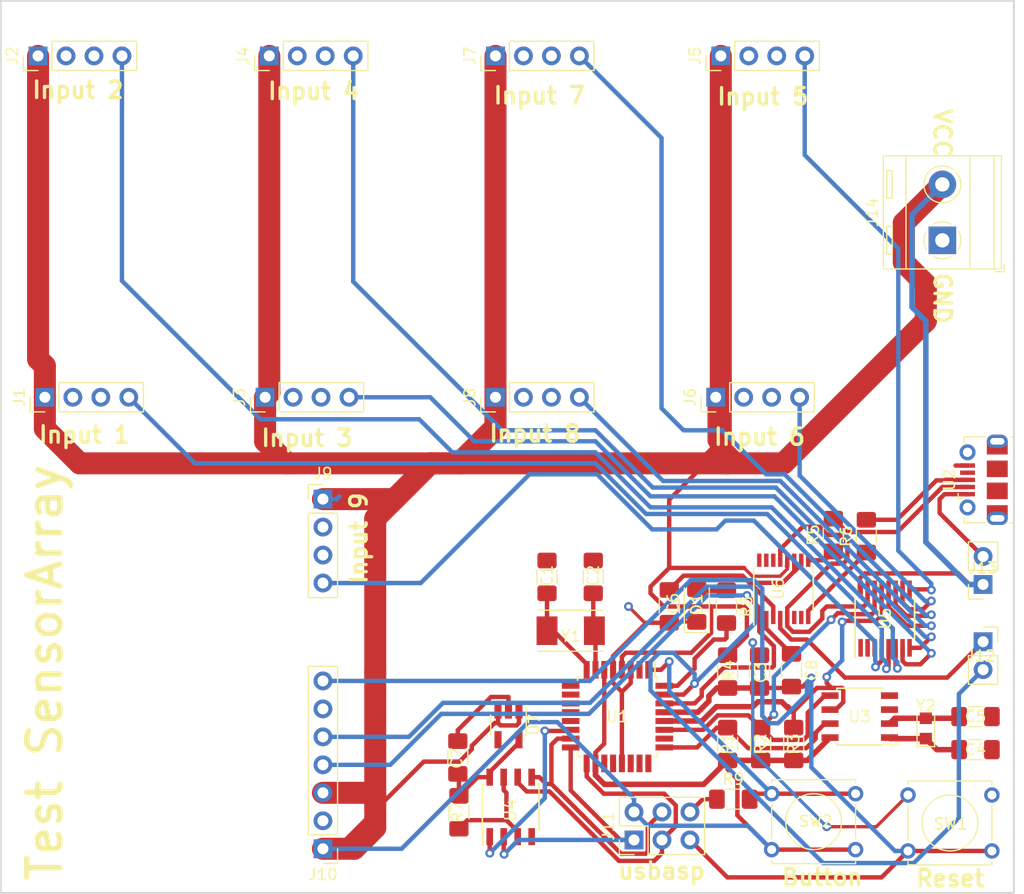
<source format=kicad_pcb>
(kicad_pcb (version 20171130) (host pcbnew "(5.0.1)-4")

  (general
    (thickness 1.6)
    (drawings 19)
    (tracks 538)
    (zones 0)
    (modules 43)
    (nets 71)
  )

  (page A4)
  (layers
    (0 F.Cu signal)
    (31 B.Cu signal)
    (32 B.Adhes user)
    (33 F.Adhes user)
    (34 B.Paste user)
    (35 F.Paste user)
    (36 B.SilkS user)
    (37 F.SilkS user)
    (38 B.Mask user)
    (39 F.Mask user hide)
    (40 Dwgs.User user)
    (41 Cmts.User user)
    (42 Eco1.User user)
    (43 Eco2.User user)
    (44 Edge.Cuts user)
    (45 Margin user)
    (46 B.CrtYd user)
    (47 F.CrtYd user)
    (48 B.Fab user hide)
    (49 F.Fab user hide)
  )

  (setup
    (last_trace_width 0.3)
    (user_trace_width 0.3)
    (user_trace_width 0.4)
    (user_trace_width 0.5)
    (user_trace_width 0.7)
    (user_trace_width 0.9)
    (user_trace_width 1.5)
    (user_trace_width 2)
    (trace_clearance 0.2)
    (zone_clearance 0.508)
    (zone_45_only no)
    (trace_min 0.3)
    (segment_width 0.2)
    (edge_width 0.15)
    (via_size 0.8)
    (via_drill 0.4)
    (via_min_size 0.4)
    (via_min_drill 0.3)
    (uvia_size 0.3)
    (uvia_drill 0.1)
    (uvias_allowed no)
    (uvia_min_size 0.2)
    (uvia_min_drill 0.1)
    (pcb_text_width 0.3)
    (pcb_text_size 1.5 1.5)
    (mod_edge_width 0.15)
    (mod_text_size 1 1)
    (mod_text_width 0.15)
    (pad_size 1.524 1.524)
    (pad_drill 0.762)
    (pad_to_mask_clearance 0.051)
    (solder_mask_min_width 0.25)
    (aux_axis_origin 0 0)
    (visible_elements 7FFFF7FF)
    (pcbplotparams
      (layerselection 0x010fc_ffffffff)
      (usegerberextensions false)
      (usegerberattributes false)
      (usegerberadvancedattributes false)
      (creategerberjobfile false)
      (excludeedgelayer true)
      (linewidth 0.100000)
      (plotframeref false)
      (viasonmask false)
      (mode 1)
      (useauxorigin false)
      (hpglpennumber 1)
      (hpglpenspeed 20)
      (hpglpendiameter 15.000000)
      (psnegative false)
      (psa4output false)
      (plotreference true)
      (plotvalue true)
      (plotinvisibletext false)
      (padsonsilk false)
      (subtractmaskfromsilk false)
      (outputformat 1)
      (mirror false)
      (drillshape 0)
      (scaleselection 1)
      (outputdirectory ""))
  )

  (net 0 "")
  (net 1 /GND)
  (net 2 "Net-(C1-Pad2)")
  (net 3 "Net-(C2-Pad2)")
  (net 4 /RST)
  (net 5 "Net-(C4-Pad2)")
  (net 6 "Net-(C5-Pad2)")
  (net 7 "Net-(C6-Pad1)")
  (net 8 "Net-(C7-Pad1)")
  (net 9 /RTS)
  (net 10 "Net-(D1-Pad2)")
  (net 11 /VCC)
  (net 12 "Net-(J1-Pad3)")
  (net 13 /MQ-1)
  (net 14 /MQ-2)
  (net 15 "Net-(J2-Pad3)")
  (net 16 "Net-(J3-Pad3)")
  (net 17 /MQ-3)
  (net 18 "Net-(J4-Pad3)")
  (net 19 /MQ-4)
  (net 20 /MQ-5)
  (net 21 "Net-(J5-Pad3)")
  (net 22 /MQ-6)
  (net 23 "Net-(J6-Pad3)")
  (net 24 "Net-(J7-Pad3)")
  (net 25 /MQ-7)
  (net 26 /MQ-8)
  (net 27 "Net-(J8-Pad3)")
  (net 28 "Net-(J9-Pad3)")
  (net 29 /MQ-9)
  (net 30 /RX)
  (net 31 /TX)
  (net 32 /MISO)
  (net 33 /SCK)
  (net 34 /MOSI)
  (net 35 "Net-(J13-Pad2)")
  (net 36 /MFP)
  (net 37 /SDA)
  (net 38 /SCL)
  (net 39 "Net-(R5-Pad2)")
  (net 40 /D-)
  (net 41 /D+)
  (net 42 "Net-(R6-Pad2)")
  (net 43 "Net-(R7-Pad1)")
  (net 44 /LED)
  (net 45 /Button)
  (net 46 "Net-(U1-Pad2)")
  (net 47 "Net-(U1-Pad9)")
  (net 48 "Net-(U1-Pad10)")
  (net 49 "Net-(U1-Pad11)")
  (net 50 "Net-(U1-Pad12)")
  (net 51 "Net-(U1-Pad13)")
  (net 52 /CS)
  (net 53 "Net-(U1-Pad19)")
  (net 54 "Net-(U1-Pad20)")
  (net 55 "Net-(U1-Pad22)")
  (net 56 "Net-(U1-Pad23)")
  (net 57 "Net-(U1-Pad24)")
  (net 58 "Net-(U1-Pad26)")
  (net 59 "Net-(U2-Pad4)")
  (net 60 "Net-(U3-Pad3)")
  (net 61 "Net-(U5-Pad1)")
  (net 62 "Net-(U5-Pad2)")
  (net 63 "Net-(U6-Pad6)")
  (net 64 "Net-(U6-Pad7)")
  (net 65 "Net-(U6-Pad14)")
  (net 66 "Net-(U6-Pad15)")
  (net 67 "Net-(U6-Pad16)")
  (net 68 "Net-(U7-Pad4)")
  (net 69 /TX_usb)
  (net 70 "Net-(U5-Pad3)")

  (net_class Default "This is the default net class."
    (clearance 0.2)
    (trace_width 0.3)
    (via_dia 0.8)
    (via_drill 0.4)
    (uvia_dia 0.3)
    (uvia_drill 0.1)
    (add_net /Button)
    (add_net /CS)
    (add_net /D+)
    (add_net /D-)
    (add_net /GND)
    (add_net /LED)
    (add_net /MFP)
    (add_net /MISO)
    (add_net /MOSI)
    (add_net /MQ-1)
    (add_net /MQ-2)
    (add_net /MQ-3)
    (add_net /MQ-4)
    (add_net /MQ-5)
    (add_net /MQ-6)
    (add_net /MQ-7)
    (add_net /MQ-8)
    (add_net /MQ-9)
    (add_net /RST)
    (add_net /RTS)
    (add_net /RX)
    (add_net /SCK)
    (add_net /SCL)
    (add_net /SDA)
    (add_net /TX)
    (add_net /TX_usb)
    (add_net /VCC)
    (add_net "Net-(C1-Pad2)")
    (add_net "Net-(C2-Pad2)")
    (add_net "Net-(C4-Pad2)")
    (add_net "Net-(C5-Pad2)")
    (add_net "Net-(C6-Pad1)")
    (add_net "Net-(C7-Pad1)")
    (add_net "Net-(D1-Pad2)")
    (add_net "Net-(J1-Pad3)")
    (add_net "Net-(J13-Pad2)")
    (add_net "Net-(J2-Pad3)")
    (add_net "Net-(J3-Pad3)")
    (add_net "Net-(J4-Pad3)")
    (add_net "Net-(J5-Pad3)")
    (add_net "Net-(J6-Pad3)")
    (add_net "Net-(J7-Pad3)")
    (add_net "Net-(J8-Pad3)")
    (add_net "Net-(J9-Pad3)")
    (add_net "Net-(R5-Pad2)")
    (add_net "Net-(R6-Pad2)")
    (add_net "Net-(R7-Pad1)")
    (add_net "Net-(U1-Pad10)")
    (add_net "Net-(U1-Pad11)")
    (add_net "Net-(U1-Pad12)")
    (add_net "Net-(U1-Pad13)")
    (add_net "Net-(U1-Pad19)")
    (add_net "Net-(U1-Pad2)")
    (add_net "Net-(U1-Pad20)")
    (add_net "Net-(U1-Pad22)")
    (add_net "Net-(U1-Pad23)")
    (add_net "Net-(U1-Pad24)")
    (add_net "Net-(U1-Pad26)")
    (add_net "Net-(U1-Pad9)")
    (add_net "Net-(U2-Pad4)")
    (add_net "Net-(U3-Pad3)")
    (add_net "Net-(U5-Pad1)")
    (add_net "Net-(U5-Pad2)")
    (add_net "Net-(U5-Pad3)")
    (add_net "Net-(U6-Pad14)")
    (add_net "Net-(U6-Pad15)")
    (add_net "Net-(U6-Pad16)")
    (add_net "Net-(U6-Pad6)")
    (add_net "Net-(U6-Pad7)")
    (add_net "Net-(U7-Pad4)")
  )

  (module Capacitor_SMD:C_1206_3216Metric_Pad1.42x1.75mm_HandSolder (layer F.Cu) (tedit 5B301BBE) (tstamp 5DB6A714)
    (at 142.6 100.3125 270)
    (descr "Capacitor SMD 1206 (3216 Metric), square (rectangular) end terminal, IPC_7351 nominal with elongated pad for handsoldering. (Body size source: http://www.tortai-tech.com/upload/download/2011102023233369053.pdf), generated with kicad-footprint-generator")
    (tags "capacitor handsolder")
    (path /5D84A655)
    (attr smd)
    (fp_text reference C1 (at -0.1125 0 270) (layer F.SilkS)
      (effects (font (size 1 1) (thickness 0.15)))
    )
    (fp_text value "22 pF" (at 0 1.82 270) (layer F.Fab)
      (effects (font (size 1 1) (thickness 0.15)))
    )
    (fp_line (start -1.6 0.8) (end -1.6 -0.8) (layer F.Fab) (width 0.1))
    (fp_line (start -1.6 -0.8) (end 1.6 -0.8) (layer F.Fab) (width 0.1))
    (fp_line (start 1.6 -0.8) (end 1.6 0.8) (layer F.Fab) (width 0.1))
    (fp_line (start 1.6 0.8) (end -1.6 0.8) (layer F.Fab) (width 0.1))
    (fp_line (start -0.602064 -0.91) (end 0.602064 -0.91) (layer F.SilkS) (width 0.12))
    (fp_line (start -0.602064 0.91) (end 0.602064 0.91) (layer F.SilkS) (width 0.12))
    (fp_line (start -2.45 1.12) (end -2.45 -1.12) (layer F.CrtYd) (width 0.05))
    (fp_line (start -2.45 -1.12) (end 2.45 -1.12) (layer F.CrtYd) (width 0.05))
    (fp_line (start 2.45 -1.12) (end 2.45 1.12) (layer F.CrtYd) (width 0.05))
    (fp_line (start 2.45 1.12) (end -2.45 1.12) (layer F.CrtYd) (width 0.05))
    (fp_text user %R (at 0 0 270) (layer F.Fab)
      (effects (font (size 0.8 0.8) (thickness 0.12)))
    )
    (pad 1 smd roundrect (at -1.4875 0 270) (size 1.425 1.75) (layers F.Cu F.Paste F.Mask) (roundrect_rratio 0.175439)
      (net 1 /GND))
    (pad 2 smd roundrect (at 1.4875 0 270) (size 1.425 1.75) (layers F.Cu F.Paste F.Mask) (roundrect_rratio 0.175439)
      (net 2 "Net-(C1-Pad2)"))
    (model ${KISYS3DMOD}/Capacitor_SMD.3dshapes/C_1206_3216Metric.wrl
      (at (xyz 0 0 0))
      (scale (xyz 1 1 1))
      (rotate (xyz 0 0 0))
    )
  )

  (module Capacitor_SMD:C_1206_3216Metric_Pad1.42x1.75mm_HandSolder (layer F.Cu) (tedit 5B301BBE) (tstamp 5D9DE73E)
    (at 146.8 100.3125 270)
    (descr "Capacitor SMD 1206 (3216 Metric), square (rectangular) end terminal, IPC_7351 nominal with elongated pad for handsoldering. (Body size source: http://www.tortai-tech.com/upload/download/2011102023233369053.pdf), generated with kicad-footprint-generator")
    (tags "capacitor handsolder")
    (path /5D84A5AD)
    (attr smd)
    (fp_text reference C2 (at -0.1125 0 270) (layer F.SilkS)
      (effects (font (size 1 1) (thickness 0.15)))
    )
    (fp_text value "22 pF" (at 0 1.82 270) (layer F.Fab)
      (effects (font (size 1 1) (thickness 0.15)))
    )
    (fp_text user %R (at 0 0 270) (layer F.Fab)
      (effects (font (size 0.8 0.8) (thickness 0.12)))
    )
    (fp_line (start 2.45 1.12) (end -2.45 1.12) (layer F.CrtYd) (width 0.05))
    (fp_line (start 2.45 -1.12) (end 2.45 1.12) (layer F.CrtYd) (width 0.05))
    (fp_line (start -2.45 -1.12) (end 2.45 -1.12) (layer F.CrtYd) (width 0.05))
    (fp_line (start -2.45 1.12) (end -2.45 -1.12) (layer F.CrtYd) (width 0.05))
    (fp_line (start -0.602064 0.91) (end 0.602064 0.91) (layer F.SilkS) (width 0.12))
    (fp_line (start -0.602064 -0.91) (end 0.602064 -0.91) (layer F.SilkS) (width 0.12))
    (fp_line (start 1.6 0.8) (end -1.6 0.8) (layer F.Fab) (width 0.1))
    (fp_line (start 1.6 -0.8) (end 1.6 0.8) (layer F.Fab) (width 0.1))
    (fp_line (start -1.6 -0.8) (end 1.6 -0.8) (layer F.Fab) (width 0.1))
    (fp_line (start -1.6 0.8) (end -1.6 -0.8) (layer F.Fab) (width 0.1))
    (pad 2 smd roundrect (at 1.4875 0 270) (size 1.425 1.75) (layers F.Cu F.Paste F.Mask) (roundrect_rratio 0.175439)
      (net 3 "Net-(C2-Pad2)"))
    (pad 1 smd roundrect (at -1.4875 0 270) (size 1.425 1.75) (layers F.Cu F.Paste F.Mask) (roundrect_rratio 0.175439)
      (net 1 /GND))
    (model ${KISYS3DMOD}/Capacitor_SMD.3dshapes/C_1206_3216Metric.wrl
      (at (xyz 0 0 0))
      (scale (xyz 1 1 1))
      (rotate (xyz 0 0 0))
    )
  )

  (module Capacitor_SMD:C_1206_3216Metric_Pad1.42x1.75mm_HandSolder (layer F.Cu) (tedit 5B301BBE) (tstamp 5DB6A54D)
    (at 161.9 108.9125 270)
    (descr "Capacitor SMD 1206 (3216 Metric), square (rectangular) end terminal, IPC_7351 nominal with elongated pad for handsoldering. (Body size source: http://www.tortai-tech.com/upload/download/2011102023233369053.pdf), generated with kicad-footprint-generator")
    (tags "capacitor handsolder")
    (path /5D9565D4)
    (attr smd)
    (fp_text reference C3 (at 0.0875 -0.1 270) (layer F.SilkS)
      (effects (font (size 1 1) (thickness 0.15)))
    )
    (fp_text value "100 nF" (at 0 1.82 270) (layer F.Fab)
      (effects (font (size 1 1) (thickness 0.15)))
    )
    (fp_text user %R (at 0 0 270) (layer F.Fab)
      (effects (font (size 0.8 0.8) (thickness 0.12)))
    )
    (fp_line (start 2.45 1.12) (end -2.45 1.12) (layer F.CrtYd) (width 0.05))
    (fp_line (start 2.45 -1.12) (end 2.45 1.12) (layer F.CrtYd) (width 0.05))
    (fp_line (start -2.45 -1.12) (end 2.45 -1.12) (layer F.CrtYd) (width 0.05))
    (fp_line (start -2.45 1.12) (end -2.45 -1.12) (layer F.CrtYd) (width 0.05))
    (fp_line (start -0.602064 0.91) (end 0.602064 0.91) (layer F.SilkS) (width 0.12))
    (fp_line (start -0.602064 -0.91) (end 0.602064 -0.91) (layer F.SilkS) (width 0.12))
    (fp_line (start 1.6 0.8) (end -1.6 0.8) (layer F.Fab) (width 0.1))
    (fp_line (start 1.6 -0.8) (end 1.6 0.8) (layer F.Fab) (width 0.1))
    (fp_line (start -1.6 -0.8) (end 1.6 -0.8) (layer F.Fab) (width 0.1))
    (fp_line (start -1.6 0.8) (end -1.6 -0.8) (layer F.Fab) (width 0.1))
    (pad 2 smd roundrect (at 1.4875 0 270) (size 1.425 1.75) (layers F.Cu F.Paste F.Mask) (roundrect_rratio 0.175439)
      (net 4 /RST))
    (pad 1 smd roundrect (at -1.4875 0 270) (size 1.425 1.75) (layers F.Cu F.Paste F.Mask) (roundrect_rratio 0.175439)
      (net 1 /GND))
    (model ${KISYS3DMOD}/Capacitor_SMD.3dshapes/C_1206_3216Metric.wrl
      (at (xyz 0 0 0))
      (scale (xyz 1 1 1))
      (rotate (xyz 0 0 0))
    )
  )

  (module Capacitor_SMD:C_1206_3216Metric_Pad1.42x1.75mm_HandSolder (layer F.Cu) (tedit 5B301BBE) (tstamp 5DB6B463)
    (at 181.5125 116 180)
    (descr "Capacitor SMD 1206 (3216 Metric), square (rectangular) end terminal, IPC_7351 nominal with elongated pad for handsoldering. (Body size source: http://www.tortai-tech.com/upload/download/2011102023233369053.pdf), generated with kicad-footprint-generator")
    (tags "capacitor handsolder")
    (path /5D950224)
    (attr smd)
    (fp_text reference C4 (at 0 0 180) (layer F.SilkS)
      (effects (font (size 1 1) (thickness 0.15)))
    )
    (fp_text value "12 pf" (at 0 1.82 180) (layer F.Fab)
      (effects (font (size 1 1) (thickness 0.15)))
    )
    (fp_text user %R (at 0 0 180) (layer F.Fab)
      (effects (font (size 0.8 0.8) (thickness 0.12)))
    )
    (fp_line (start 2.45 1.12) (end -2.45 1.12) (layer F.CrtYd) (width 0.05))
    (fp_line (start 2.45 -1.12) (end 2.45 1.12) (layer F.CrtYd) (width 0.05))
    (fp_line (start -2.45 -1.12) (end 2.45 -1.12) (layer F.CrtYd) (width 0.05))
    (fp_line (start -2.45 1.12) (end -2.45 -1.12) (layer F.CrtYd) (width 0.05))
    (fp_line (start -0.602064 0.91) (end 0.602064 0.91) (layer F.SilkS) (width 0.12))
    (fp_line (start -0.602064 -0.91) (end 0.602064 -0.91) (layer F.SilkS) (width 0.12))
    (fp_line (start 1.6 0.8) (end -1.6 0.8) (layer F.Fab) (width 0.1))
    (fp_line (start 1.6 -0.8) (end 1.6 0.8) (layer F.Fab) (width 0.1))
    (fp_line (start -1.6 -0.8) (end 1.6 -0.8) (layer F.Fab) (width 0.1))
    (fp_line (start -1.6 0.8) (end -1.6 -0.8) (layer F.Fab) (width 0.1))
    (pad 2 smd roundrect (at 1.4875 0 180) (size 1.425 1.75) (layers F.Cu F.Paste F.Mask) (roundrect_rratio 0.175439)
      (net 5 "Net-(C4-Pad2)"))
    (pad 1 smd roundrect (at -1.4875 0 180) (size 1.425 1.75) (layers F.Cu F.Paste F.Mask) (roundrect_rratio 0.175439)
      (net 1 /GND))
    (model ${KISYS3DMOD}/Capacitor_SMD.3dshapes/C_1206_3216Metric.wrl
      (at (xyz 0 0 0))
      (scale (xyz 1 1 1))
      (rotate (xyz 0 0 0))
    )
  )

  (module Capacitor_SMD:C_1206_3216Metric_Pad1.42x1.75mm_HandSolder (layer F.Cu) (tedit 5B301BBE) (tstamp 5DB6B433)
    (at 181.5125 113 180)
    (descr "Capacitor SMD 1206 (3216 Metric), square (rectangular) end terminal, IPC_7351 nominal with elongated pad for handsoldering. (Body size source: http://www.tortai-tech.com/upload/download/2011102023233369053.pdf), generated with kicad-footprint-generator")
    (tags "capacitor handsolder")
    (path /5D9502C6)
    (attr smd)
    (fp_text reference C5 (at 0 0 180) (layer F.SilkS)
      (effects (font (size 1 1) (thickness 0.15)))
    )
    (fp_text value "12 pf" (at 0 1.82 180) (layer F.Fab)
      (effects (font (size 1 1) (thickness 0.15)))
    )
    (fp_line (start -1.6 0.8) (end -1.6 -0.8) (layer F.Fab) (width 0.1))
    (fp_line (start -1.6 -0.8) (end 1.6 -0.8) (layer F.Fab) (width 0.1))
    (fp_line (start 1.6 -0.8) (end 1.6 0.8) (layer F.Fab) (width 0.1))
    (fp_line (start 1.6 0.8) (end -1.6 0.8) (layer F.Fab) (width 0.1))
    (fp_line (start -0.602064 -0.91) (end 0.602064 -0.91) (layer F.SilkS) (width 0.12))
    (fp_line (start -0.602064 0.91) (end 0.602064 0.91) (layer F.SilkS) (width 0.12))
    (fp_line (start -2.45 1.12) (end -2.45 -1.12) (layer F.CrtYd) (width 0.05))
    (fp_line (start -2.45 -1.12) (end 2.45 -1.12) (layer F.CrtYd) (width 0.05))
    (fp_line (start 2.45 -1.12) (end 2.45 1.12) (layer F.CrtYd) (width 0.05))
    (fp_line (start 2.45 1.12) (end -2.45 1.12) (layer F.CrtYd) (width 0.05))
    (fp_text user %R (at 0 0 180) (layer F.Fab)
      (effects (font (size 0.8 0.8) (thickness 0.12)))
    )
    (pad 1 smd roundrect (at -1.4875 0 180) (size 1.425 1.75) (layers F.Cu F.Paste F.Mask) (roundrect_rratio 0.175439)
      (net 1 /GND))
    (pad 2 smd roundrect (at 1.4875 0 180) (size 1.425 1.75) (layers F.Cu F.Paste F.Mask) (roundrect_rratio 0.175439)
      (net 6 "Net-(C5-Pad2)"))
    (model ${KISYS3DMOD}/Capacitor_SMD.3dshapes/C_1206_3216Metric.wrl
      (at (xyz 0 0 0))
      (scale (xyz 1 1 1))
      (rotate (xyz 0 0 0))
    )
  )

  (module Capacitor_SMD:C_1206_3216Metric_Pad1.42x1.75mm_HandSolder (layer F.Cu) (tedit 5B301BBE) (tstamp 5DB69194)
    (at 153.7 102.9875 270)
    (descr "Capacitor SMD 1206 (3216 Metric), square (rectangular) end terminal, IPC_7351 nominal with elongated pad for handsoldering. (Body size source: http://www.tortai-tech.com/upload/download/2011102023233369053.pdf), generated with kicad-footprint-generator")
    (tags "capacitor handsolder")
    (path /5D9E0700)
    (attr smd)
    (fp_text reference C6 (at -0.2625 -0.35 270) (layer F.SilkS)
      (effects (font (size 1 1) (thickness 0.15)))
    )
    (fp_text value "0.1 uF" (at 0 1.82 270) (layer F.Fab)
      (effects (font (size 1 1) (thickness 0.15)))
    )
    (fp_line (start -1.6 0.8) (end -1.6 -0.8) (layer F.Fab) (width 0.1))
    (fp_line (start -1.6 -0.8) (end 1.6 -0.8) (layer F.Fab) (width 0.1))
    (fp_line (start 1.6 -0.8) (end 1.6 0.8) (layer F.Fab) (width 0.1))
    (fp_line (start 1.6 0.8) (end -1.6 0.8) (layer F.Fab) (width 0.1))
    (fp_line (start -0.602064 -0.91) (end 0.602064 -0.91) (layer F.SilkS) (width 0.12))
    (fp_line (start -0.602064 0.91) (end 0.602064 0.91) (layer F.SilkS) (width 0.12))
    (fp_line (start -2.45 1.12) (end -2.45 -1.12) (layer F.CrtYd) (width 0.05))
    (fp_line (start -2.45 -1.12) (end 2.45 -1.12) (layer F.CrtYd) (width 0.05))
    (fp_line (start 2.45 -1.12) (end 2.45 1.12) (layer F.CrtYd) (width 0.05))
    (fp_line (start 2.45 1.12) (end -2.45 1.12) (layer F.CrtYd) (width 0.05))
    (fp_text user %R (at 0 0 270) (layer F.Fab)
      (effects (font (size 0.8 0.8) (thickness 0.12)))
    )
    (pad 1 smd roundrect (at -1.4875 0 270) (size 1.425 1.75) (layers F.Cu F.Paste F.Mask) (roundrect_rratio 0.175439)
      (net 7 "Net-(C6-Pad1)"))
    (pad 2 smd roundrect (at 1.4875 0 270) (size 1.425 1.75) (layers F.Cu F.Paste F.Mask) (roundrect_rratio 0.175439)
      (net 1 /GND))
    (model ${KISYS3DMOD}/Capacitor_SMD.3dshapes/C_1206_3216Metric.wrl
      (at (xyz 0 0 0))
      (scale (xyz 1 1 1))
      (rotate (xyz 0 0 0))
    )
  )

  (module Capacitor_SMD:C_1206_3216Metric_Pad1.42x1.75mm_HandSolder (layer F.Cu) (tedit 5B301BBE) (tstamp 5DB691A5)
    (at 134.5 116.7125 90)
    (descr "Capacitor SMD 1206 (3216 Metric), square (rectangular) end terminal, IPC_7351 nominal with elongated pad for handsoldering. (Body size source: http://www.tortai-tech.com/upload/download/2011102023233369053.pdf), generated with kicad-footprint-generator")
    (tags "capacitor handsolder")
    (path /5DA094BC)
    (attr smd)
    (fp_text reference C7 (at -0.0625 -0.1 90) (layer F.SilkS)
      (effects (font (size 1 1) (thickness 0.15)))
    )
    (fp_text value "100 nF" (at 0 1.82 90) (layer F.Fab)
      (effects (font (size 1 1) (thickness 0.15)))
    )
    (fp_line (start -1.6 0.8) (end -1.6 -0.8) (layer F.Fab) (width 0.1))
    (fp_line (start -1.6 -0.8) (end 1.6 -0.8) (layer F.Fab) (width 0.1))
    (fp_line (start 1.6 -0.8) (end 1.6 0.8) (layer F.Fab) (width 0.1))
    (fp_line (start 1.6 0.8) (end -1.6 0.8) (layer F.Fab) (width 0.1))
    (fp_line (start -0.602064 -0.91) (end 0.602064 -0.91) (layer F.SilkS) (width 0.12))
    (fp_line (start -0.602064 0.91) (end 0.602064 0.91) (layer F.SilkS) (width 0.12))
    (fp_line (start -2.45 1.12) (end -2.45 -1.12) (layer F.CrtYd) (width 0.05))
    (fp_line (start -2.45 -1.12) (end 2.45 -1.12) (layer F.CrtYd) (width 0.05))
    (fp_line (start 2.45 -1.12) (end 2.45 1.12) (layer F.CrtYd) (width 0.05))
    (fp_line (start 2.45 1.12) (end -2.45 1.12) (layer F.CrtYd) (width 0.05))
    (fp_text user %R (at 0 0 90) (layer F.Fab)
      (effects (font (size 0.8 0.8) (thickness 0.12)))
    )
    (pad 1 smd roundrect (at -1.4875 0 90) (size 1.425 1.75) (layers F.Cu F.Paste F.Mask) (roundrect_rratio 0.175439)
      (net 8 "Net-(C7-Pad1)"))
    (pad 2 smd roundrect (at 1.4875 0 90) (size 1.425 1.75) (layers F.Cu F.Paste F.Mask) (roundrect_rratio 0.175439)
      (net 1 /GND))
    (model ${KISYS3DMOD}/Capacitor_SMD.3dshapes/C_1206_3216Metric.wrl
      (at (xyz 0 0 0))
      (scale (xyz 1 1 1))
      (rotate (xyz 0 0 0))
    )
  )

  (module Capacitor_SMD:C_1206_3216Metric_Pad1.42x1.75mm_HandSolder (layer F.Cu) (tedit 5B301BBE) (tstamp 5D9DDDE3)
    (at 164.8 108.7875 270)
    (descr "Capacitor SMD 1206 (3216 Metric), square (rectangular) end terminal, IPC_7351 nominal with elongated pad for handsoldering. (Body size source: http://www.tortai-tech.com/upload/download/2011102023233369053.pdf), generated with kicad-footprint-generator")
    (tags "capacitor handsolder")
    (path /5D9FE997)
    (attr smd)
    (fp_text reference C8 (at 0 -1.82 270) (layer F.SilkS)
      (effects (font (size 1 1) (thickness 0.15)))
    )
    (fp_text value "100 nF" (at 0 1.82 270) (layer F.Fab)
      (effects (font (size 1 1) (thickness 0.15)))
    )
    (fp_text user %R (at 0 0 270) (layer F.Fab)
      (effects (font (size 0.8 0.8) (thickness 0.12)))
    )
    (fp_line (start 2.45 1.12) (end -2.45 1.12) (layer F.CrtYd) (width 0.05))
    (fp_line (start 2.45 -1.12) (end 2.45 1.12) (layer F.CrtYd) (width 0.05))
    (fp_line (start -2.45 -1.12) (end 2.45 -1.12) (layer F.CrtYd) (width 0.05))
    (fp_line (start -2.45 1.12) (end -2.45 -1.12) (layer F.CrtYd) (width 0.05))
    (fp_line (start -0.602064 0.91) (end 0.602064 0.91) (layer F.SilkS) (width 0.12))
    (fp_line (start -0.602064 -0.91) (end 0.602064 -0.91) (layer F.SilkS) (width 0.12))
    (fp_line (start 1.6 0.8) (end -1.6 0.8) (layer F.Fab) (width 0.1))
    (fp_line (start 1.6 -0.8) (end 1.6 0.8) (layer F.Fab) (width 0.1))
    (fp_line (start -1.6 -0.8) (end 1.6 -0.8) (layer F.Fab) (width 0.1))
    (fp_line (start -1.6 0.8) (end -1.6 -0.8) (layer F.Fab) (width 0.1))
    (pad 2 smd roundrect (at 1.4875 0 270) (size 1.425 1.75) (layers F.Cu F.Paste F.Mask) (roundrect_rratio 0.175439)
      (net 4 /RST))
    (pad 1 smd roundrect (at -1.4875 0 270) (size 1.425 1.75) (layers F.Cu F.Paste F.Mask) (roundrect_rratio 0.175439)
      (net 9 /RTS))
    (model ${KISYS3DMOD}/Capacitor_SMD.3dshapes/C_1206_3216Metric.wrl
      (at (xyz 0 0 0))
      (scale (xyz 1 1 1))
      (rotate (xyz 0 0 0))
    )
  )

  (module LED_SMD:LED_1206_3216Metric_Pad1.42x1.75mm_HandSolder (layer F.Cu) (tedit 5B4B45C9) (tstamp 5D9DCFBF)
    (at 156.2 102.9125 90)
    (descr "LED SMD 1206 (3216 Metric), square (rectangular) end terminal, IPC_7351 nominal, (Body size source: http://www.tortai-tech.com/upload/download/2011102023233369053.pdf), generated with kicad-footprint-generator")
    (tags "LED handsolder")
    (path /5DA2D2D1)
    (attr smd)
    (fp_text reference D1 (at 0.1125 0 90) (layer F.SilkS)
      (effects (font (size 1 1) (thickness 0.15)))
    )
    (fp_text value LED (at 0 1.82 90) (layer F.Fab)
      (effects (font (size 1 1) (thickness 0.15)))
    )
    (fp_line (start 1.6 -0.8) (end -1.2 -0.8) (layer F.Fab) (width 0.1))
    (fp_line (start -1.2 -0.8) (end -1.6 -0.4) (layer F.Fab) (width 0.1))
    (fp_line (start -1.6 -0.4) (end -1.6 0.8) (layer F.Fab) (width 0.1))
    (fp_line (start -1.6 0.8) (end 1.6 0.8) (layer F.Fab) (width 0.1))
    (fp_line (start 1.6 0.8) (end 1.6 -0.8) (layer F.Fab) (width 0.1))
    (fp_line (start 1.6 -1.135) (end -2.46 -1.135) (layer F.SilkS) (width 0.12))
    (fp_line (start -2.46 -1.135) (end -2.46 1.135) (layer F.SilkS) (width 0.12))
    (fp_line (start -2.46 1.135) (end 1.6 1.135) (layer F.SilkS) (width 0.12))
    (fp_line (start -2.45 1.12) (end -2.45 -1.12) (layer F.CrtYd) (width 0.05))
    (fp_line (start -2.45 -1.12) (end 2.45 -1.12) (layer F.CrtYd) (width 0.05))
    (fp_line (start 2.45 -1.12) (end 2.45 1.12) (layer F.CrtYd) (width 0.05))
    (fp_line (start 2.45 1.12) (end -2.45 1.12) (layer F.CrtYd) (width 0.05))
    (fp_text user %R (at 0 0 90) (layer F.Fab)
      (effects (font (size 0.8 0.8) (thickness 0.12)))
    )
    (pad 1 smd roundrect (at -1.4875 0 90) (size 1.425 1.75) (layers F.Cu F.Paste F.Mask) (roundrect_rratio 0.175439)
      (net 1 /GND))
    (pad 2 smd roundrect (at 1.4875 0 90) (size 1.425 1.75) (layers F.Cu F.Paste F.Mask) (roundrect_rratio 0.175439)
      (net 10 "Net-(D1-Pad2)"))
    (model ${KISYS3DMOD}/LED_SMD.3dshapes/LED_1206_3216Metric.wrl
      (at (xyz 0 0 0))
      (scale (xyz 1 1 1))
      (rotate (xyz 0 0 0))
    )
  )

  (module Connector_PinHeader_2.54mm:PinHeader_1x04_P2.54mm_Vertical (layer F.Cu) (tedit 59FED5CC) (tstamp 5DB691E1)
    (at 97 84 90)
    (descr "Through hole straight pin header, 1x04, 2.54mm pitch, single row")
    (tags "Through hole pin header THT 1x04 2.54mm single row")
    (path /5D947346)
    (fp_text reference J1 (at 0 -2.33 90) (layer F.SilkS)
      (effects (font (size 1 1) (thickness 0.15)))
    )
    (fp_text value Mq-1 (at 0 9.95 90) (layer F.Fab)
      (effects (font (size 1 1) (thickness 0.15)))
    )
    (fp_line (start -0.635 -1.27) (end 1.27 -1.27) (layer F.Fab) (width 0.1))
    (fp_line (start 1.27 -1.27) (end 1.27 8.89) (layer F.Fab) (width 0.1))
    (fp_line (start 1.27 8.89) (end -1.27 8.89) (layer F.Fab) (width 0.1))
    (fp_line (start -1.27 8.89) (end -1.27 -0.635) (layer F.Fab) (width 0.1))
    (fp_line (start -1.27 -0.635) (end -0.635 -1.27) (layer F.Fab) (width 0.1))
    (fp_line (start -1.33 8.95) (end 1.33 8.95) (layer F.SilkS) (width 0.12))
    (fp_line (start -1.33 1.27) (end -1.33 8.95) (layer F.SilkS) (width 0.12))
    (fp_line (start 1.33 1.27) (end 1.33 8.95) (layer F.SilkS) (width 0.12))
    (fp_line (start -1.33 1.27) (end 1.33 1.27) (layer F.SilkS) (width 0.12))
    (fp_line (start -1.33 0) (end -1.33 -1.33) (layer F.SilkS) (width 0.12))
    (fp_line (start -1.33 -1.33) (end 0 -1.33) (layer F.SilkS) (width 0.12))
    (fp_line (start -1.8 -1.8) (end -1.8 9.4) (layer F.CrtYd) (width 0.05))
    (fp_line (start -1.8 9.4) (end 1.8 9.4) (layer F.CrtYd) (width 0.05))
    (fp_line (start 1.8 9.4) (end 1.8 -1.8) (layer F.CrtYd) (width 0.05))
    (fp_line (start 1.8 -1.8) (end -1.8 -1.8) (layer F.CrtYd) (width 0.05))
    (fp_text user %R (at 0 3.81 180) (layer F.Fab)
      (effects (font (size 1 1) (thickness 0.15)))
    )
    (pad 1 thru_hole rect (at 0 0 90) (size 1.7 1.7) (drill 1) (layers *.Cu *.Mask)
      (net 11 /VCC))
    (pad 2 thru_hole oval (at 0 2.54 90) (size 1.7 1.7) (drill 1) (layers *.Cu *.Mask)
      (net 1 /GND))
    (pad 3 thru_hole oval (at 0 5.08 90) (size 1.7 1.7) (drill 1) (layers *.Cu *.Mask)
      (net 12 "Net-(J1-Pad3)"))
    (pad 4 thru_hole oval (at 0 7.62 90) (size 1.7 1.7) (drill 1) (layers *.Cu *.Mask)
      (net 13 /MQ-1))
    (model ${KISYS3DMOD}/Connector_PinHeader_2.54mm.3dshapes/PinHeader_1x04_P2.54mm_Vertical.wrl
      (at (xyz 0 0 0))
      (scale (xyz 1 1 1))
      (rotate (xyz 0 0 0))
    )
  )

  (module Connector_PinHeader_2.54mm:PinHeader_1x04_P2.54mm_Vertical (layer F.Cu) (tedit 59FED5CC) (tstamp 5DB691F9)
    (at 96.38 53 90)
    (descr "Through hole straight pin header, 1x04, 2.54mm pitch, single row")
    (tags "Through hole pin header THT 1x04 2.54mm single row")
    (path /5D94740A)
    (fp_text reference J2 (at 0 -2.33 90) (layer F.SilkS)
      (effects (font (size 1 1) (thickness 0.15)))
    )
    (fp_text value Mq-2 (at 0 9.95 90) (layer F.Fab)
      (effects (font (size 1 1) (thickness 0.15)))
    )
    (fp_text user %R (at 0 3.81 180) (layer F.Fab)
      (effects (font (size 1 1) (thickness 0.15)))
    )
    (fp_line (start 1.8 -1.8) (end -1.8 -1.8) (layer F.CrtYd) (width 0.05))
    (fp_line (start 1.8 9.4) (end 1.8 -1.8) (layer F.CrtYd) (width 0.05))
    (fp_line (start -1.8 9.4) (end 1.8 9.4) (layer F.CrtYd) (width 0.05))
    (fp_line (start -1.8 -1.8) (end -1.8 9.4) (layer F.CrtYd) (width 0.05))
    (fp_line (start -1.33 -1.33) (end 0 -1.33) (layer F.SilkS) (width 0.12))
    (fp_line (start -1.33 0) (end -1.33 -1.33) (layer F.SilkS) (width 0.12))
    (fp_line (start -1.33 1.27) (end 1.33 1.27) (layer F.SilkS) (width 0.12))
    (fp_line (start 1.33 1.27) (end 1.33 8.95) (layer F.SilkS) (width 0.12))
    (fp_line (start -1.33 1.27) (end -1.33 8.95) (layer F.SilkS) (width 0.12))
    (fp_line (start -1.33 8.95) (end 1.33 8.95) (layer F.SilkS) (width 0.12))
    (fp_line (start -1.27 -0.635) (end -0.635 -1.27) (layer F.Fab) (width 0.1))
    (fp_line (start -1.27 8.89) (end -1.27 -0.635) (layer F.Fab) (width 0.1))
    (fp_line (start 1.27 8.89) (end -1.27 8.89) (layer F.Fab) (width 0.1))
    (fp_line (start 1.27 -1.27) (end 1.27 8.89) (layer F.Fab) (width 0.1))
    (fp_line (start -0.635 -1.27) (end 1.27 -1.27) (layer F.Fab) (width 0.1))
    (pad 4 thru_hole oval (at 0 7.62 90) (size 1.7 1.7) (drill 1) (layers *.Cu *.Mask)
      (net 14 /MQ-2))
    (pad 3 thru_hole oval (at 0 5.08 90) (size 1.7 1.7) (drill 1) (layers *.Cu *.Mask)
      (net 15 "Net-(J2-Pad3)"))
    (pad 2 thru_hole oval (at 0 2.54 90) (size 1.7 1.7) (drill 1) (layers *.Cu *.Mask)
      (net 1 /GND))
    (pad 1 thru_hole rect (at 0 0 90) (size 1.7 1.7) (drill 1) (layers *.Cu *.Mask)
      (net 11 /VCC))
    (model ${KISYS3DMOD}/Connector_PinHeader_2.54mm.3dshapes/PinHeader_1x04_P2.54mm_Vertical.wrl
      (at (xyz 0 0 0))
      (scale (xyz 1 1 1))
      (rotate (xyz 0 0 0))
    )
  )

  (module Connector_PinHeader_2.54mm:PinHeader_1x04_P2.54mm_Vertical (layer F.Cu) (tedit 59FED5CC) (tstamp 5D9DE4BE)
    (at 117 84 90)
    (descr "Through hole straight pin header, 1x04, 2.54mm pitch, single row")
    (tags "Through hole pin header THT 1x04 2.54mm single row")
    (path /5D94743A)
    (fp_text reference J3 (at 0 -2.33 90) (layer F.SilkS)
      (effects (font (size 1 1) (thickness 0.15)))
    )
    (fp_text value Mq-3 (at 0 9.95 90) (layer F.Fab)
      (effects (font (size 1 1) (thickness 0.15)))
    )
    (fp_line (start -0.635 -1.27) (end 1.27 -1.27) (layer F.Fab) (width 0.1))
    (fp_line (start 1.27 -1.27) (end 1.27 8.89) (layer F.Fab) (width 0.1))
    (fp_line (start 1.27 8.89) (end -1.27 8.89) (layer F.Fab) (width 0.1))
    (fp_line (start -1.27 8.89) (end -1.27 -0.635) (layer F.Fab) (width 0.1))
    (fp_line (start -1.27 -0.635) (end -0.635 -1.27) (layer F.Fab) (width 0.1))
    (fp_line (start -1.33 8.95) (end 1.33 8.95) (layer F.SilkS) (width 0.12))
    (fp_line (start -1.33 1.27) (end -1.33 8.95) (layer F.SilkS) (width 0.12))
    (fp_line (start 1.33 1.27) (end 1.33 8.95) (layer F.SilkS) (width 0.12))
    (fp_line (start -1.33 1.27) (end 1.33 1.27) (layer F.SilkS) (width 0.12))
    (fp_line (start -1.33 0) (end -1.33 -1.33) (layer F.SilkS) (width 0.12))
    (fp_line (start -1.33 -1.33) (end 0 -1.33) (layer F.SilkS) (width 0.12))
    (fp_line (start -1.8 -1.8) (end -1.8 9.4) (layer F.CrtYd) (width 0.05))
    (fp_line (start -1.8 9.4) (end 1.8 9.4) (layer F.CrtYd) (width 0.05))
    (fp_line (start 1.8 9.4) (end 1.8 -1.8) (layer F.CrtYd) (width 0.05))
    (fp_line (start 1.8 -1.8) (end -1.8 -1.8) (layer F.CrtYd) (width 0.05))
    (fp_text user %R (at 0 3.81 180) (layer F.Fab)
      (effects (font (size 1 1) (thickness 0.15)))
    )
    (pad 1 thru_hole rect (at 0 0 90) (size 1.7 1.7) (drill 1) (layers *.Cu *.Mask)
      (net 11 /VCC))
    (pad 2 thru_hole oval (at 0 2.54 90) (size 1.7 1.7) (drill 1) (layers *.Cu *.Mask)
      (net 1 /GND))
    (pad 3 thru_hole oval (at 0 5.08 90) (size 1.7 1.7) (drill 1) (layers *.Cu *.Mask)
      (net 16 "Net-(J3-Pad3)"))
    (pad 4 thru_hole oval (at 0 7.62 90) (size 1.7 1.7) (drill 1) (layers *.Cu *.Mask)
      (net 17 /MQ-3))
    (model ${KISYS3DMOD}/Connector_PinHeader_2.54mm.3dshapes/PinHeader_1x04_P2.54mm_Vertical.wrl
      (at (xyz 0 0 0))
      (scale (xyz 1 1 1))
      (rotate (xyz 0 0 0))
    )
  )

  (module Connector_PinHeader_2.54mm:PinHeader_1x04_P2.54mm_Vertical (layer F.Cu) (tedit 59FED5CC) (tstamp 5DB69229)
    (at 117.38 53 90)
    (descr "Through hole straight pin header, 1x04, 2.54mm pitch, single row")
    (tags "Through hole pin header THT 1x04 2.54mm single row")
    (path /5D947891)
    (fp_text reference J4 (at 0 -2.33 90) (layer F.SilkS)
      (effects (font (size 1 1) (thickness 0.15)))
    )
    (fp_text value Mq-4 (at 0 9.95 90) (layer F.Fab)
      (effects (font (size 1 1) (thickness 0.15)))
    )
    (fp_line (start -0.635 -1.27) (end 1.27 -1.27) (layer F.Fab) (width 0.1))
    (fp_line (start 1.27 -1.27) (end 1.27 8.89) (layer F.Fab) (width 0.1))
    (fp_line (start 1.27 8.89) (end -1.27 8.89) (layer F.Fab) (width 0.1))
    (fp_line (start -1.27 8.89) (end -1.27 -0.635) (layer F.Fab) (width 0.1))
    (fp_line (start -1.27 -0.635) (end -0.635 -1.27) (layer F.Fab) (width 0.1))
    (fp_line (start -1.33 8.95) (end 1.33 8.95) (layer F.SilkS) (width 0.12))
    (fp_line (start -1.33 1.27) (end -1.33 8.95) (layer F.SilkS) (width 0.12))
    (fp_line (start 1.33 1.27) (end 1.33 8.95) (layer F.SilkS) (width 0.12))
    (fp_line (start -1.33 1.27) (end 1.33 1.27) (layer F.SilkS) (width 0.12))
    (fp_line (start -1.33 0) (end -1.33 -1.33) (layer F.SilkS) (width 0.12))
    (fp_line (start -1.33 -1.33) (end 0 -1.33) (layer F.SilkS) (width 0.12))
    (fp_line (start -1.8 -1.8) (end -1.8 9.4) (layer F.CrtYd) (width 0.05))
    (fp_line (start -1.8 9.4) (end 1.8 9.4) (layer F.CrtYd) (width 0.05))
    (fp_line (start 1.8 9.4) (end 1.8 -1.8) (layer F.CrtYd) (width 0.05))
    (fp_line (start 1.8 -1.8) (end -1.8 -1.8) (layer F.CrtYd) (width 0.05))
    (fp_text user %R (at 0 3.81 180) (layer F.Fab)
      (effects (font (size 1 1) (thickness 0.15)))
    )
    (pad 1 thru_hole rect (at 0 0 90) (size 1.7 1.7) (drill 1) (layers *.Cu *.Mask)
      (net 11 /VCC))
    (pad 2 thru_hole oval (at 0 2.54 90) (size 1.7 1.7) (drill 1) (layers *.Cu *.Mask)
      (net 1 /GND))
    (pad 3 thru_hole oval (at 0 5.08 90) (size 1.7 1.7) (drill 1) (layers *.Cu *.Mask)
      (net 18 "Net-(J4-Pad3)"))
    (pad 4 thru_hole oval (at 0 7.62 90) (size 1.7 1.7) (drill 1) (layers *.Cu *.Mask)
      (net 19 /MQ-4))
    (model ${KISYS3DMOD}/Connector_PinHeader_2.54mm.3dshapes/PinHeader_1x04_P2.54mm_Vertical.wrl
      (at (xyz 0 0 0))
      (scale (xyz 1 1 1))
      (rotate (xyz 0 0 0))
    )
  )

  (module Connector_PinHeader_2.54mm:PinHeader_1x04_P2.54mm_Vertical (layer F.Cu) (tedit 59FED5CC) (tstamp 5D9DE04D)
    (at 158.38 53 90)
    (descr "Through hole straight pin header, 1x04, 2.54mm pitch, single row")
    (tags "Through hole pin header THT 1x04 2.54mm single row")
    (path /5D9478C3)
    (fp_text reference J5 (at 0 -2.33 90) (layer F.SilkS)
      (effects (font (size 1 1) (thickness 0.15)))
    )
    (fp_text value Mq-5 (at 0 9.95 90) (layer F.Fab)
      (effects (font (size 1 1) (thickness 0.15)))
    )
    (fp_text user %R (at 0 3.81 180) (layer F.Fab)
      (effects (font (size 1 1) (thickness 0.15)))
    )
    (fp_line (start 1.8 -1.8) (end -1.8 -1.8) (layer F.CrtYd) (width 0.05))
    (fp_line (start 1.8 9.4) (end 1.8 -1.8) (layer F.CrtYd) (width 0.05))
    (fp_line (start -1.8 9.4) (end 1.8 9.4) (layer F.CrtYd) (width 0.05))
    (fp_line (start -1.8 -1.8) (end -1.8 9.4) (layer F.CrtYd) (width 0.05))
    (fp_line (start -1.33 -1.33) (end 0 -1.33) (layer F.SilkS) (width 0.12))
    (fp_line (start -1.33 0) (end -1.33 -1.33) (layer F.SilkS) (width 0.12))
    (fp_line (start -1.33 1.27) (end 1.33 1.27) (layer F.SilkS) (width 0.12))
    (fp_line (start 1.33 1.27) (end 1.33 8.95) (layer F.SilkS) (width 0.12))
    (fp_line (start -1.33 1.27) (end -1.33 8.95) (layer F.SilkS) (width 0.12))
    (fp_line (start -1.33 8.95) (end 1.33 8.95) (layer F.SilkS) (width 0.12))
    (fp_line (start -1.27 -0.635) (end -0.635 -1.27) (layer F.Fab) (width 0.1))
    (fp_line (start -1.27 8.89) (end -1.27 -0.635) (layer F.Fab) (width 0.1))
    (fp_line (start 1.27 8.89) (end -1.27 8.89) (layer F.Fab) (width 0.1))
    (fp_line (start 1.27 -1.27) (end 1.27 8.89) (layer F.Fab) (width 0.1))
    (fp_line (start -0.635 -1.27) (end 1.27 -1.27) (layer F.Fab) (width 0.1))
    (pad 4 thru_hole oval (at 0 7.62 90) (size 1.7 1.7) (drill 1) (layers *.Cu *.Mask)
      (net 20 /MQ-5))
    (pad 3 thru_hole oval (at 0 5.08 90) (size 1.7 1.7) (drill 1) (layers *.Cu *.Mask)
      (net 21 "Net-(J5-Pad3)"))
    (pad 2 thru_hole oval (at 0 2.54 90) (size 1.7 1.7) (drill 1) (layers *.Cu *.Mask)
      (net 1 /GND))
    (pad 1 thru_hole rect (at 0 0 90) (size 1.7 1.7) (drill 1) (layers *.Cu *.Mask)
      (net 11 /VCC))
    (model ${KISYS3DMOD}/Connector_PinHeader_2.54mm.3dshapes/PinHeader_1x04_P2.54mm_Vertical.wrl
      (at (xyz 0 0 0))
      (scale (xyz 1 1 1))
      (rotate (xyz 0 0 0))
    )
  )

  (module Connector_PinHeader_2.54mm:PinHeader_1x04_P2.54mm_Vertical (layer F.Cu) (tedit 59FED5CC) (tstamp 5D9DFE83)
    (at 157.92 84 90)
    (descr "Through hole straight pin header, 1x04, 2.54mm pitch, single row")
    (tags "Through hole pin header THT 1x04 2.54mm single row")
    (path /5D9478F1)
    (fp_text reference J6 (at 0 -2.33 90) (layer F.SilkS)
      (effects (font (size 1 1) (thickness 0.15)))
    )
    (fp_text value Mq-6 (at 0 9.95 90) (layer F.Fab)
      (effects (font (size 1 1) (thickness 0.15)))
    )
    (fp_text user %R (at 0 3.81 180) (layer F.Fab)
      (effects (font (size 1 1) (thickness 0.15)))
    )
    (fp_line (start 1.8 -1.8) (end -1.8 -1.8) (layer F.CrtYd) (width 0.05))
    (fp_line (start 1.8 9.4) (end 1.8 -1.8) (layer F.CrtYd) (width 0.05))
    (fp_line (start -1.8 9.4) (end 1.8 9.4) (layer F.CrtYd) (width 0.05))
    (fp_line (start -1.8 -1.8) (end -1.8 9.4) (layer F.CrtYd) (width 0.05))
    (fp_line (start -1.33 -1.33) (end 0 -1.33) (layer F.SilkS) (width 0.12))
    (fp_line (start -1.33 0) (end -1.33 -1.33) (layer F.SilkS) (width 0.12))
    (fp_line (start -1.33 1.27) (end 1.33 1.27) (layer F.SilkS) (width 0.12))
    (fp_line (start 1.33 1.27) (end 1.33 8.95) (layer F.SilkS) (width 0.12))
    (fp_line (start -1.33 1.27) (end -1.33 8.95) (layer F.SilkS) (width 0.12))
    (fp_line (start -1.33 8.95) (end 1.33 8.95) (layer F.SilkS) (width 0.12))
    (fp_line (start -1.27 -0.635) (end -0.635 -1.27) (layer F.Fab) (width 0.1))
    (fp_line (start -1.27 8.89) (end -1.27 -0.635) (layer F.Fab) (width 0.1))
    (fp_line (start 1.27 8.89) (end -1.27 8.89) (layer F.Fab) (width 0.1))
    (fp_line (start 1.27 -1.27) (end 1.27 8.89) (layer F.Fab) (width 0.1))
    (fp_line (start -0.635 -1.27) (end 1.27 -1.27) (layer F.Fab) (width 0.1))
    (pad 4 thru_hole oval (at 0 7.62 90) (size 1.7 1.7) (drill 1) (layers *.Cu *.Mask)
      (net 22 /MQ-6))
    (pad 3 thru_hole oval (at 0 5.08 90) (size 1.7 1.7) (drill 1) (layers *.Cu *.Mask)
      (net 23 "Net-(J6-Pad3)"))
    (pad 2 thru_hole oval (at 0 2.54 90) (size 1.7 1.7) (drill 1) (layers *.Cu *.Mask)
      (net 1 /GND))
    (pad 1 thru_hole rect (at 0 0 90) (size 1.7 1.7) (drill 1) (layers *.Cu *.Mask)
      (net 11 /VCC))
    (model ${KISYS3DMOD}/Connector_PinHeader_2.54mm.3dshapes/PinHeader_1x04_P2.54mm_Vertical.wrl
      (at (xyz 0 0 0))
      (scale (xyz 1 1 1))
      (rotate (xyz 0 0 0))
    )
  )

  (module Connector_PinHeader_2.54mm:PinHeader_1x04_P2.54mm_Vertical (layer F.Cu) (tedit 59FED5CC) (tstamp 5DB69271)
    (at 137.92 53 90)
    (descr "Through hole straight pin header, 1x04, 2.54mm pitch, single row")
    (tags "Through hole pin header THT 1x04 2.54mm single row")
    (path /5D9479E5)
    (fp_text reference J7 (at 0 -2.33 90) (layer F.SilkS)
      (effects (font (size 1 1) (thickness 0.15)))
    )
    (fp_text value Mq-7 (at 0 9.95 90) (layer F.Fab)
      (effects (font (size 1 1) (thickness 0.15)))
    )
    (fp_line (start -0.635 -1.27) (end 1.27 -1.27) (layer F.Fab) (width 0.1))
    (fp_line (start 1.27 -1.27) (end 1.27 8.89) (layer F.Fab) (width 0.1))
    (fp_line (start 1.27 8.89) (end -1.27 8.89) (layer F.Fab) (width 0.1))
    (fp_line (start -1.27 8.89) (end -1.27 -0.635) (layer F.Fab) (width 0.1))
    (fp_line (start -1.27 -0.635) (end -0.635 -1.27) (layer F.Fab) (width 0.1))
    (fp_line (start -1.33 8.95) (end 1.33 8.95) (layer F.SilkS) (width 0.12))
    (fp_line (start -1.33 1.27) (end -1.33 8.95) (layer F.SilkS) (width 0.12))
    (fp_line (start 1.33 1.27) (end 1.33 8.95) (layer F.SilkS) (width 0.12))
    (fp_line (start -1.33 1.27) (end 1.33 1.27) (layer F.SilkS) (width 0.12))
    (fp_line (start -1.33 0) (end -1.33 -1.33) (layer F.SilkS) (width 0.12))
    (fp_line (start -1.33 -1.33) (end 0 -1.33) (layer F.SilkS) (width 0.12))
    (fp_line (start -1.8 -1.8) (end -1.8 9.4) (layer F.CrtYd) (width 0.05))
    (fp_line (start -1.8 9.4) (end 1.8 9.4) (layer F.CrtYd) (width 0.05))
    (fp_line (start 1.8 9.4) (end 1.8 -1.8) (layer F.CrtYd) (width 0.05))
    (fp_line (start 1.8 -1.8) (end -1.8 -1.8) (layer F.CrtYd) (width 0.05))
    (fp_text user %R (at 0 3.81 180) (layer F.Fab)
      (effects (font (size 1 1) (thickness 0.15)))
    )
    (pad 1 thru_hole rect (at 0 0 90) (size 1.7 1.7) (drill 1) (layers *.Cu *.Mask)
      (net 11 /VCC))
    (pad 2 thru_hole oval (at 0 2.54 90) (size 1.7 1.7) (drill 1) (layers *.Cu *.Mask)
      (net 1 /GND))
    (pad 3 thru_hole oval (at 0 5.08 90) (size 1.7 1.7) (drill 1) (layers *.Cu *.Mask)
      (net 24 "Net-(J7-Pad3)"))
    (pad 4 thru_hole oval (at 0 7.62 90) (size 1.7 1.7) (drill 1) (layers *.Cu *.Mask)
      (net 25 /MQ-7))
    (model ${KISYS3DMOD}/Connector_PinHeader_2.54mm.3dshapes/PinHeader_1x04_P2.54mm_Vertical.wrl
      (at (xyz 0 0 0))
      (scale (xyz 1 1 1))
      (rotate (xyz 0 0 0))
    )
  )

  (module Connector_PinHeader_2.54mm:PinHeader_1x04_P2.54mm_Vertical (layer F.Cu) (tedit 59FED5CC) (tstamp 5DB69289)
    (at 137.92 84 90)
    (descr "Through hole straight pin header, 1x04, 2.54mm pitch, single row")
    (tags "Through hole pin header THT 1x04 2.54mm single row")
    (path /5D9479AF)
    (fp_text reference J8 (at 0 -2.33 90) (layer F.SilkS)
      (effects (font (size 1 1) (thickness 0.15)))
    )
    (fp_text value Mq-8 (at 0 9.95 90) (layer F.Fab)
      (effects (font (size 1 1) (thickness 0.15)))
    )
    (fp_text user %R (at 0 3.81 180) (layer F.Fab)
      (effects (font (size 1 1) (thickness 0.15)))
    )
    (fp_line (start 1.8 -1.8) (end -1.8 -1.8) (layer F.CrtYd) (width 0.05))
    (fp_line (start 1.8 9.4) (end 1.8 -1.8) (layer F.CrtYd) (width 0.05))
    (fp_line (start -1.8 9.4) (end 1.8 9.4) (layer F.CrtYd) (width 0.05))
    (fp_line (start -1.8 -1.8) (end -1.8 9.4) (layer F.CrtYd) (width 0.05))
    (fp_line (start -1.33 -1.33) (end 0 -1.33) (layer F.SilkS) (width 0.12))
    (fp_line (start -1.33 0) (end -1.33 -1.33) (layer F.SilkS) (width 0.12))
    (fp_line (start -1.33 1.27) (end 1.33 1.27) (layer F.SilkS) (width 0.12))
    (fp_line (start 1.33 1.27) (end 1.33 8.95) (layer F.SilkS) (width 0.12))
    (fp_line (start -1.33 1.27) (end -1.33 8.95) (layer F.SilkS) (width 0.12))
    (fp_line (start -1.33 8.95) (end 1.33 8.95) (layer F.SilkS) (width 0.12))
    (fp_line (start -1.27 -0.635) (end -0.635 -1.27) (layer F.Fab) (width 0.1))
    (fp_line (start -1.27 8.89) (end -1.27 -0.635) (layer F.Fab) (width 0.1))
    (fp_line (start 1.27 8.89) (end -1.27 8.89) (layer F.Fab) (width 0.1))
    (fp_line (start 1.27 -1.27) (end 1.27 8.89) (layer F.Fab) (width 0.1))
    (fp_line (start -0.635 -1.27) (end 1.27 -1.27) (layer F.Fab) (width 0.1))
    (pad 4 thru_hole oval (at 0 7.62 90) (size 1.7 1.7) (drill 1) (layers *.Cu *.Mask)
      (net 26 /MQ-8))
    (pad 3 thru_hole oval (at 0 5.08 90) (size 1.7 1.7) (drill 1) (layers *.Cu *.Mask)
      (net 27 "Net-(J8-Pad3)"))
    (pad 2 thru_hole oval (at 0 2.54 90) (size 1.7 1.7) (drill 1) (layers *.Cu *.Mask)
      (net 1 /GND))
    (pad 1 thru_hole rect (at 0 0 90) (size 1.7 1.7) (drill 1) (layers *.Cu *.Mask)
      (net 11 /VCC))
    (model ${KISYS3DMOD}/Connector_PinHeader_2.54mm.3dshapes/PinHeader_1x04_P2.54mm_Vertical.wrl
      (at (xyz 0 0 0))
      (scale (xyz 1 1 1))
      (rotate (xyz 0 0 0))
    )
  )

  (module Connector_PinHeader_2.54mm:PinHeader_1x04_P2.54mm_Vertical (layer F.Cu) (tedit 59FED5CC) (tstamp 5DB692A1)
    (at 122.25 93.25)
    (descr "Through hole straight pin header, 1x04, 2.54mm pitch, single row")
    (tags "Through hole pin header THT 1x04 2.54mm single row")
    (path /5D947979)
    (fp_text reference J9 (at 0 -2.33) (layer F.SilkS)
      (effects (font (size 1 1) (thickness 0.15)))
    )
    (fp_text value Mq-9 (at 0 9.95) (layer F.Fab)
      (effects (font (size 1 1) (thickness 0.15)))
    )
    (fp_line (start -0.635 -1.27) (end 1.27 -1.27) (layer F.Fab) (width 0.1))
    (fp_line (start 1.27 -1.27) (end 1.27 8.89) (layer F.Fab) (width 0.1))
    (fp_line (start 1.27 8.89) (end -1.27 8.89) (layer F.Fab) (width 0.1))
    (fp_line (start -1.27 8.89) (end -1.27 -0.635) (layer F.Fab) (width 0.1))
    (fp_line (start -1.27 -0.635) (end -0.635 -1.27) (layer F.Fab) (width 0.1))
    (fp_line (start -1.33 8.95) (end 1.33 8.95) (layer F.SilkS) (width 0.12))
    (fp_line (start -1.33 1.27) (end -1.33 8.95) (layer F.SilkS) (width 0.12))
    (fp_line (start 1.33 1.27) (end 1.33 8.95) (layer F.SilkS) (width 0.12))
    (fp_line (start -1.33 1.27) (end 1.33 1.27) (layer F.SilkS) (width 0.12))
    (fp_line (start -1.33 0) (end -1.33 -1.33) (layer F.SilkS) (width 0.12))
    (fp_line (start -1.33 -1.33) (end 0 -1.33) (layer F.SilkS) (width 0.12))
    (fp_line (start -1.8 -1.8) (end -1.8 9.4) (layer F.CrtYd) (width 0.05))
    (fp_line (start -1.8 9.4) (end 1.8 9.4) (layer F.CrtYd) (width 0.05))
    (fp_line (start 1.8 9.4) (end 1.8 -1.8) (layer F.CrtYd) (width 0.05))
    (fp_line (start 1.8 -1.8) (end -1.8 -1.8) (layer F.CrtYd) (width 0.05))
    (fp_text user %R (at 0 3.81 90) (layer F.Fab)
      (effects (font (size 1 1) (thickness 0.15)))
    )
    (pad 1 thru_hole rect (at 0 0) (size 1.7 1.7) (drill 1) (layers *.Cu *.Mask)
      (net 11 /VCC))
    (pad 2 thru_hole oval (at 0 2.54) (size 1.7 1.7) (drill 1) (layers *.Cu *.Mask)
      (net 1 /GND))
    (pad 3 thru_hole oval (at 0 5.08) (size 1.7 1.7) (drill 1) (layers *.Cu *.Mask)
      (net 28 "Net-(J9-Pad3)"))
    (pad 4 thru_hole oval (at 0 7.62) (size 1.7 1.7) (drill 1) (layers *.Cu *.Mask)
      (net 29 /MQ-9))
    (model ${KISYS3DMOD}/Connector_PinHeader_2.54mm.3dshapes/PinHeader_1x04_P2.54mm_Vertical.wrl
      (at (xyz 0 0 0))
      (scale (xyz 1 1 1))
      (rotate (xyz 0 0 0))
    )
  )

  (module Connector_PinHeader_2.54mm:PinHeader_1x07_P2.54mm_Vertical (layer F.Cu) (tedit 59FED5CC) (tstamp 5DB692BC)
    (at 122.25 125 180)
    (descr "Through hole straight pin header, 1x07, 2.54mm pitch, single row")
    (tags "Through hole pin header THT 1x07 2.54mm single row")
    (path /5D94CE4C)
    (fp_text reference J10 (at 0 -2.33 180) (layer F.SilkS)
      (effects (font (size 1 1) (thickness 0.15)))
    )
    (fp_text value Sim800L (at 0 17.57 180) (layer F.Fab)
      (effects (font (size 1 1) (thickness 0.15)))
    )
    (fp_line (start -0.635 -1.27) (end 1.27 -1.27) (layer F.Fab) (width 0.1))
    (fp_line (start 1.27 -1.27) (end 1.27 16.51) (layer F.Fab) (width 0.1))
    (fp_line (start 1.27 16.51) (end -1.27 16.51) (layer F.Fab) (width 0.1))
    (fp_line (start -1.27 16.51) (end -1.27 -0.635) (layer F.Fab) (width 0.1))
    (fp_line (start -1.27 -0.635) (end -0.635 -1.27) (layer F.Fab) (width 0.1))
    (fp_line (start -1.33 16.57) (end 1.33 16.57) (layer F.SilkS) (width 0.12))
    (fp_line (start -1.33 1.27) (end -1.33 16.57) (layer F.SilkS) (width 0.12))
    (fp_line (start 1.33 1.27) (end 1.33 16.57) (layer F.SilkS) (width 0.12))
    (fp_line (start -1.33 1.27) (end 1.33 1.27) (layer F.SilkS) (width 0.12))
    (fp_line (start -1.33 0) (end -1.33 -1.33) (layer F.SilkS) (width 0.12))
    (fp_line (start -1.33 -1.33) (end 0 -1.33) (layer F.SilkS) (width 0.12))
    (fp_line (start -1.8 -1.8) (end -1.8 17.05) (layer F.CrtYd) (width 0.05))
    (fp_line (start -1.8 17.05) (end 1.8 17.05) (layer F.CrtYd) (width 0.05))
    (fp_line (start 1.8 17.05) (end 1.8 -1.8) (layer F.CrtYd) (width 0.05))
    (fp_line (start 1.8 -1.8) (end -1.8 -1.8) (layer F.CrtYd) (width 0.05))
    (fp_text user %R (at 0 7.62 270) (layer F.Fab)
      (effects (font (size 1 1) (thickness 0.15)))
    )
    (pad 1 thru_hole rect (at 0 0 180) (size 1.7 1.7) (drill 1) (layers *.Cu *.Mask)
      (net 11 /VCC))
    (pad 2 thru_hole oval (at 0 2.54 180) (size 1.7 1.7) (drill 1) (layers *.Cu *.Mask)
      (net 1 /GND))
    (pad 3 thru_hole oval (at 0 5.08 180) (size 1.7 1.7) (drill 1) (layers *.Cu *.Mask)
      (net 11 /VCC))
    (pad 4 thru_hole oval (at 0 7.62 180) (size 1.7 1.7) (drill 1) (layers *.Cu *.Mask)
      (net 30 /RX))
    (pad 5 thru_hole oval (at 0 10.16 180) (size 1.7 1.7) (drill 1) (layers *.Cu *.Mask)
      (net 31 /TX))
    (pad 6 thru_hole oval (at 0 12.7 180) (size 1.7 1.7) (drill 1) (layers *.Cu *.Mask)
      (net 1 /GND))
    (pad 7 thru_hole oval (at 0 15.24 180) (size 1.7 1.7) (drill 1) (layers *.Cu *.Mask)
      (net 4 /RST))
    (model ${KISYS3DMOD}/Connector_PinHeader_2.54mm.3dshapes/PinHeader_1x07_P2.54mm_Vertical.wrl
      (at (xyz 0 0 0))
      (scale (xyz 1 1 1))
      (rotate (xyz 0 0 0))
    )
  )

  (module Connector_PinHeader_2.54mm:PinHeader_2x03_P2.54mm_Vertical (layer F.Cu) (tedit 59FED5CC) (tstamp 5DB6A921)
    (at 150.5 124.2 90)
    (descr "Through hole straight pin header, 2x03, 2.54mm pitch, double rows")
    (tags "Through hole pin header THT 2x03 2.54mm double row")
    (path /5D94A1D2)
    (fp_text reference J11 (at 1.27 -2.33 90) (layer F.SilkS)
      (effects (font (size 1 1) (thickness 0.15)))
    )
    (fp_text value ICSP (at 1.27 7.41 90) (layer F.Fab)
      (effects (font (size 1 1) (thickness 0.15)))
    )
    (fp_line (start 0 -1.27) (end 3.81 -1.27) (layer F.Fab) (width 0.1))
    (fp_line (start 3.81 -1.27) (end 3.81 6.35) (layer F.Fab) (width 0.1))
    (fp_line (start 3.81 6.35) (end -1.27 6.35) (layer F.Fab) (width 0.1))
    (fp_line (start -1.27 6.35) (end -1.27 0) (layer F.Fab) (width 0.1))
    (fp_line (start -1.27 0) (end 0 -1.27) (layer F.Fab) (width 0.1))
    (fp_line (start -1.33 6.41) (end 3.87 6.41) (layer F.SilkS) (width 0.12))
    (fp_line (start -1.33 1.27) (end -1.33 6.41) (layer F.SilkS) (width 0.12))
    (fp_line (start 3.87 -1.33) (end 3.87 6.41) (layer F.SilkS) (width 0.12))
    (fp_line (start -1.33 1.27) (end 1.27 1.27) (layer F.SilkS) (width 0.12))
    (fp_line (start 1.27 1.27) (end 1.27 -1.33) (layer F.SilkS) (width 0.12))
    (fp_line (start 1.27 -1.33) (end 3.87 -1.33) (layer F.SilkS) (width 0.12))
    (fp_line (start -1.33 0) (end -1.33 -1.33) (layer F.SilkS) (width 0.12))
    (fp_line (start -1.33 -1.33) (end 0 -1.33) (layer F.SilkS) (width 0.12))
    (fp_line (start -1.8 -1.8) (end -1.8 6.85) (layer F.CrtYd) (width 0.05))
    (fp_line (start -1.8 6.85) (end 4.35 6.85) (layer F.CrtYd) (width 0.05))
    (fp_line (start 4.35 6.85) (end 4.35 -1.8) (layer F.CrtYd) (width 0.05))
    (fp_line (start 4.35 -1.8) (end -1.8 -1.8) (layer F.CrtYd) (width 0.05))
    (fp_text user %R (at 1.27 2.54 180) (layer F.Fab)
      (effects (font (size 1 1) (thickness 0.15)))
    )
    (pad 1 thru_hole rect (at 0 0 90) (size 1.7 1.7) (drill 1) (layers *.Cu *.Mask)
      (net 32 /MISO))
    (pad 2 thru_hole oval (at 2.54 0 90) (size 1.7 1.7) (drill 1) (layers *.Cu *.Mask)
      (net 11 /VCC))
    (pad 3 thru_hole oval (at 0 2.54 90) (size 1.7 1.7) (drill 1) (layers *.Cu *.Mask)
      (net 33 /SCK))
    (pad 4 thru_hole oval (at 2.54 2.54 90) (size 1.7 1.7) (drill 1) (layers *.Cu *.Mask)
      (net 34 /MOSI))
    (pad 5 thru_hole oval (at 0 5.08 90) (size 1.7 1.7) (drill 1) (layers *.Cu *.Mask)
      (net 4 /RST))
    (pad 6 thru_hole oval (at 2.54 5.08 90) (size 1.7 1.7) (drill 1) (layers *.Cu *.Mask)
      (net 1 /GND))
    (model ${KISYS3DMOD}/Connector_PinHeader_2.54mm.3dshapes/PinHeader_2x03_P2.54mm_Vertical.wrl
      (at (xyz 0 0 0))
      (scale (xyz 1 1 1))
      (rotate (xyz 0 0 0))
    )
  )

  (module TerminalBlock_RND:TerminalBlock_RND_205-00287_1x02_P5.08mm_Horizontal (layer F.Cu) (tedit 5B294ECF) (tstamp 5D9EE751)
    (at 178.5 69.75 90)
    (descr "terminal block RND 205-00287, 2 pins, pitch 5.08mm, size 10.2x10.6mm^2, drill diamater 1.3mm, pad diameter 2.5mm, see http://cdn-reichelt.de/documents/datenblatt/C151/RND_205-00287_DB_EN.pdf, script-generated using https://github.com/pointhi/kicad-footprint-generator/scripts/TerminalBlock_RND")
    (tags "THT terminal block RND 205-00287 pitch 5.08mm size 10.2x10.6mm^2 drill 1.3mm pad 2.5mm")
    (path /5DA4BCFD)
    (fp_text reference J14 (at 2.54 -6.36 90) (layer F.SilkS)
      (effects (font (size 1 1) (thickness 0.15)))
    )
    (fp_text value VCC/GND (at 2.54 6.36 90) (layer F.Fab)
      (effects (font (size 1 1) (thickness 0.15)))
    )
    (fp_arc (start 0 0) (end 0 1.68) (angle -28) (layer F.SilkS) (width 0.12))
    (fp_arc (start 0 0) (end 1.484 0.789) (angle -56) (layer F.SilkS) (width 0.12))
    (fp_arc (start 0 0) (end 0.789 -1.484) (angle -56) (layer F.SilkS) (width 0.12))
    (fp_arc (start 0 0) (end -1.484 -0.789) (angle -56) (layer F.SilkS) (width 0.12))
    (fp_arc (start 0 0) (end -0.789 1.484) (angle -29) (layer F.SilkS) (width 0.12))
    (fp_circle (center 0 0) (end 1.5 0) (layer F.Fab) (width 0.1))
    (fp_circle (center 5.08 0) (end 6.58 0) (layer F.Fab) (width 0.1))
    (fp_circle (center 5.08 0) (end 6.76 0) (layer F.SilkS) (width 0.12))
    (fp_line (start -2.54 -5.3) (end 7.62 -5.3) (layer F.Fab) (width 0.1))
    (fp_line (start 7.62 -5.3) (end 7.62 5.3) (layer F.Fab) (width 0.1))
    (fp_line (start 7.62 5.3) (end -1.94 5.3) (layer F.Fab) (width 0.1))
    (fp_line (start -1.94 5.3) (end -2.54 4.7) (layer F.Fab) (width 0.1))
    (fp_line (start -2.54 4.7) (end -2.54 -5.3) (layer F.Fab) (width 0.1))
    (fp_line (start -2.54 4.7) (end 7.62 4.7) (layer F.Fab) (width 0.1))
    (fp_line (start -2.6 4.7) (end 7.68 4.7) (layer F.SilkS) (width 0.12))
    (fp_line (start -2.54 2.5) (end 7.62 2.5) (layer F.Fab) (width 0.1))
    (fp_line (start -2.6 2.5) (end 7.68 2.5) (layer F.SilkS) (width 0.12))
    (fp_line (start -2.54 -3.3) (end 7.62 -3.3) (layer F.Fab) (width 0.1))
    (fp_line (start -2.6 -3.3) (end 7.68 -3.3) (layer F.SilkS) (width 0.12))
    (fp_line (start -2.6 -5.36) (end 7.68 -5.36) (layer F.SilkS) (width 0.12))
    (fp_line (start -2.6 5.36) (end 7.68 5.36) (layer F.SilkS) (width 0.12))
    (fp_line (start -2.6 -5.36) (end -2.6 5.36) (layer F.SilkS) (width 0.12))
    (fp_line (start 7.68 -5.36) (end 7.68 5.36) (layer F.SilkS) (width 0.12))
    (fp_line (start 1.138 -0.955) (end -0.955 1.138) (layer F.Fab) (width 0.1))
    (fp_line (start 0.955 -1.138) (end -1.138 0.955) (layer F.Fab) (width 0.1))
    (fp_line (start -1.25 -5.05) (end -1.25 -4.55) (layer F.Fab) (width 0.1))
    (fp_line (start -1.25 -4.55) (end 1.25 -4.55) (layer F.Fab) (width 0.1))
    (fp_line (start 1.25 -4.55) (end 1.25 -5.05) (layer F.Fab) (width 0.1))
    (fp_line (start 1.25 -5.05) (end -1.25 -5.05) (layer F.Fab) (width 0.1))
    (fp_line (start -1.25 -5.05) (end 1.25 -5.05) (layer F.SilkS) (width 0.12))
    (fp_line (start -1.25 -4.55) (end 1.25 -4.55) (layer F.SilkS) (width 0.12))
    (fp_line (start -1.25 -5.05) (end -1.25 -4.55) (layer F.SilkS) (width 0.12))
    (fp_line (start 1.25 -5.05) (end 1.25 -4.55) (layer F.SilkS) (width 0.12))
    (fp_line (start 6.218 -0.955) (end 4.126 1.138) (layer F.Fab) (width 0.1))
    (fp_line (start 6.035 -1.138) (end 3.943 0.955) (layer F.Fab) (width 0.1))
    (fp_line (start 6.355 -1.069) (end 6.261 -0.976) (layer F.SilkS) (width 0.12))
    (fp_line (start 4.07 1.216) (end 4.011 1.274) (layer F.SilkS) (width 0.12))
    (fp_line (start 6.15 -1.275) (end 6.091 -1.216) (layer F.SilkS) (width 0.12))
    (fp_line (start 3.9 0.976) (end 3.806 1.069) (layer F.SilkS) (width 0.12))
    (fp_line (start 3.83 -5.05) (end 3.83 -4.55) (layer F.Fab) (width 0.1))
    (fp_line (start 3.83 -4.55) (end 6.33 -4.55) (layer F.Fab) (width 0.1))
    (fp_line (start 6.33 -4.55) (end 6.33 -5.05) (layer F.Fab) (width 0.1))
    (fp_line (start 6.33 -5.05) (end 3.83 -5.05) (layer F.Fab) (width 0.1))
    (fp_line (start 3.83 -5.05) (end 6.33 -5.05) (layer F.SilkS) (width 0.12))
    (fp_line (start 3.83 -4.55) (end 6.33 -4.55) (layer F.SilkS) (width 0.12))
    (fp_line (start 3.83 -5.05) (end 3.83 -4.55) (layer F.SilkS) (width 0.12))
    (fp_line (start 6.33 -5.05) (end 6.33 -4.55) (layer F.SilkS) (width 0.12))
    (fp_line (start -2.84 4.76) (end -2.84 5.6) (layer F.SilkS) (width 0.12))
    (fp_line (start -2.84 5.6) (end -2.24 5.6) (layer F.SilkS) (width 0.12))
    (fp_line (start -3.04 -5.8) (end -3.04 5.8) (layer F.CrtYd) (width 0.05))
    (fp_line (start -3.04 5.8) (end 8.13 5.8) (layer F.CrtYd) (width 0.05))
    (fp_line (start 8.13 5.8) (end 8.13 -5.8) (layer F.CrtYd) (width 0.05))
    (fp_line (start 8.13 -5.8) (end -3.04 -5.8) (layer F.CrtYd) (width 0.05))
    (fp_text user %R (at 2.54 -6.36 90) (layer F.Fab)
      (effects (font (size 1 1) (thickness 0.15)))
    )
    (pad 1 thru_hole rect (at 0 0 90) (size 2.5 2.5) (drill 1.3) (layers *.Cu *.Mask)
      (net 1 /GND))
    (pad 2 thru_hole circle (at 5.08 0 90) (size 2.5 2.5) (drill 1.3) (layers *.Cu *.Mask)
      (net 11 /VCC))
    (model ${KISYS3DMOD}/TerminalBlock_RND.3dshapes/TerminalBlock_RND_205-00287_1x02_P5.08mm_Horizontal.wrl
      (at (xyz 0 0 0))
      (scale (xyz 1 1 1))
      (rotate (xyz 0 0 0))
    )
  )

  (module Resistor_SMD:R_1206_3216Metric_Pad1.42x1.75mm_HandSolder (layer F.Cu) (tedit 5B301BBD) (tstamp 5DB69351)
    (at 159 115.4875 90)
    (descr "Resistor SMD 1206 (3216 Metric), square (rectangular) end terminal, IPC_7351 nominal with elongated pad for handsoldering. (Body size source: http://www.tortai-tech.com/upload/download/2011102023233369053.pdf), generated with kicad-footprint-generator")
    (tags "resistor handsolder")
    (path /5D957136)
    (attr smd)
    (fp_text reference R1 (at 0 0 90) (layer F.SilkS)
      (effects (font (size 1 1) (thickness 0.15)))
    )
    (fp_text value 1Meg (at 0 1.82 90) (layer F.Fab)
      (effects (font (size 1 1) (thickness 0.15)))
    )
    (fp_text user %R (at 0 0 90) (layer F.Fab)
      (effects (font (size 0.8 0.8) (thickness 0.12)))
    )
    (fp_line (start 2.45 1.12) (end -2.45 1.12) (layer F.CrtYd) (width 0.05))
    (fp_line (start 2.45 -1.12) (end 2.45 1.12) (layer F.CrtYd) (width 0.05))
    (fp_line (start -2.45 -1.12) (end 2.45 -1.12) (layer F.CrtYd) (width 0.05))
    (fp_line (start -2.45 1.12) (end -2.45 -1.12) (layer F.CrtYd) (width 0.05))
    (fp_line (start -0.602064 0.91) (end 0.602064 0.91) (layer F.SilkS) (width 0.12))
    (fp_line (start -0.602064 -0.91) (end 0.602064 -0.91) (layer F.SilkS) (width 0.12))
    (fp_line (start 1.6 0.8) (end -1.6 0.8) (layer F.Fab) (width 0.1))
    (fp_line (start 1.6 -0.8) (end 1.6 0.8) (layer F.Fab) (width 0.1))
    (fp_line (start -1.6 -0.8) (end 1.6 -0.8) (layer F.Fab) (width 0.1))
    (fp_line (start -1.6 0.8) (end -1.6 -0.8) (layer F.Fab) (width 0.1))
    (pad 2 smd roundrect (at 1.4875 0 90) (size 1.425 1.75) (layers F.Cu F.Paste F.Mask) (roundrect_rratio 0.175439)
      (net 36 /MFP))
    (pad 1 smd roundrect (at -1.4875 0 90) (size 1.425 1.75) (layers F.Cu F.Paste F.Mask) (roundrect_rratio 0.175439)
      (net 11 /VCC))
    (model ${KISYS3DMOD}/Resistor_SMD.3dshapes/R_1206_3216Metric.wrl
      (at (xyz 0 0 0))
      (scale (xyz 1 1 1))
      (rotate (xyz 0 0 0))
    )
  )

  (module Resistor_SMD:R_1206_3216Metric_Pad1.42x1.75mm_HandSolder (layer F.Cu) (tedit 5B301BBD) (tstamp 5DB69362)
    (at 162 115.4875 90)
    (descr "Resistor SMD 1206 (3216 Metric), square (rectangular) end terminal, IPC_7351 nominal with elongated pad for handsoldering. (Body size source: http://www.tortai-tech.com/upload/download/2011102023233369053.pdf), generated with kicad-footprint-generator")
    (tags "resistor handsolder")
    (path /5D955415)
    (attr smd)
    (fp_text reference R2 (at 0 0 90) (layer F.SilkS)
      (effects (font (size 1 1) (thickness 0.15)))
    )
    (fp_text value 10k (at 0 1.82 90) (layer F.Fab)
      (effects (font (size 1 1) (thickness 0.15)))
    )
    (fp_line (start -1.6 0.8) (end -1.6 -0.8) (layer F.Fab) (width 0.1))
    (fp_line (start -1.6 -0.8) (end 1.6 -0.8) (layer F.Fab) (width 0.1))
    (fp_line (start 1.6 -0.8) (end 1.6 0.8) (layer F.Fab) (width 0.1))
    (fp_line (start 1.6 0.8) (end -1.6 0.8) (layer F.Fab) (width 0.1))
    (fp_line (start -0.602064 -0.91) (end 0.602064 -0.91) (layer F.SilkS) (width 0.12))
    (fp_line (start -0.602064 0.91) (end 0.602064 0.91) (layer F.SilkS) (width 0.12))
    (fp_line (start -2.45 1.12) (end -2.45 -1.12) (layer F.CrtYd) (width 0.05))
    (fp_line (start -2.45 -1.12) (end 2.45 -1.12) (layer F.CrtYd) (width 0.05))
    (fp_line (start 2.45 -1.12) (end 2.45 1.12) (layer F.CrtYd) (width 0.05))
    (fp_line (start 2.45 1.12) (end -2.45 1.12) (layer F.CrtYd) (width 0.05))
    (fp_text user %R (at 0 0 90) (layer F.Fab)
      (effects (font (size 0.8 0.8) (thickness 0.12)))
    )
    (pad 1 smd roundrect (at -1.4875 0 90) (size 1.425 1.75) (layers F.Cu F.Paste F.Mask) (roundrect_rratio 0.175439)
      (net 11 /VCC))
    (pad 2 smd roundrect (at 1.4875 0 90) (size 1.425 1.75) (layers F.Cu F.Paste F.Mask) (roundrect_rratio 0.175439)
      (net 37 /SDA))
    (model ${KISYS3DMOD}/Resistor_SMD.3dshapes/R_1206_3216Metric.wrl
      (at (xyz 0 0 0))
      (scale (xyz 1 1 1))
      (rotate (xyz 0 0 0))
    )
  )

  (module Resistor_SMD:R_1206_3216Metric_Pad1.42x1.75mm_HandSolder (layer F.Cu) (tedit 5B301BBD) (tstamp 5DB69373)
    (at 165 115.4875 90)
    (descr "Resistor SMD 1206 (3216 Metric), square (rectangular) end terminal, IPC_7351 nominal with elongated pad for handsoldering. (Body size source: http://www.tortai-tech.com/upload/download/2011102023233369053.pdf), generated with kicad-footprint-generator")
    (tags "resistor handsolder")
    (path /5D95549F)
    (attr smd)
    (fp_text reference R3 (at 0 0 90) (layer F.SilkS)
      (effects (font (size 1 1) (thickness 0.15)))
    )
    (fp_text value 10k (at 0 1.82 90) (layer F.Fab)
      (effects (font (size 1 1) (thickness 0.15)))
    )
    (fp_line (start -1.6 0.8) (end -1.6 -0.8) (layer F.Fab) (width 0.1))
    (fp_line (start -1.6 -0.8) (end 1.6 -0.8) (layer F.Fab) (width 0.1))
    (fp_line (start 1.6 -0.8) (end 1.6 0.8) (layer F.Fab) (width 0.1))
    (fp_line (start 1.6 0.8) (end -1.6 0.8) (layer F.Fab) (width 0.1))
    (fp_line (start -0.602064 -0.91) (end 0.602064 -0.91) (layer F.SilkS) (width 0.12))
    (fp_line (start -0.602064 0.91) (end 0.602064 0.91) (layer F.SilkS) (width 0.12))
    (fp_line (start -2.45 1.12) (end -2.45 -1.12) (layer F.CrtYd) (width 0.05))
    (fp_line (start -2.45 -1.12) (end 2.45 -1.12) (layer F.CrtYd) (width 0.05))
    (fp_line (start 2.45 -1.12) (end 2.45 1.12) (layer F.CrtYd) (width 0.05))
    (fp_line (start 2.45 1.12) (end -2.45 1.12) (layer F.CrtYd) (width 0.05))
    (fp_text user %R (at 0 0 90) (layer F.Fab)
      (effects (font (size 0.8 0.8) (thickness 0.12)))
    )
    (pad 1 smd roundrect (at -1.4875 0 90) (size 1.425 1.75) (layers F.Cu F.Paste F.Mask) (roundrect_rratio 0.175439)
      (net 11 /VCC))
    (pad 2 smd roundrect (at 1.4875 0 90) (size 1.425 1.75) (layers F.Cu F.Paste F.Mask) (roundrect_rratio 0.175439)
      (net 38 /SCL))
    (model ${KISYS3DMOD}/Resistor_SMD.3dshapes/R_1206_3216Metric.wrl
      (at (xyz 0 0 0))
      (scale (xyz 1 1 1))
      (rotate (xyz 0 0 0))
    )
  )

  (module Resistor_SMD:R_1206_3216Metric_Pad1.42x1.75mm_HandSolder (layer F.Cu) (tedit 5B301BBD) (tstamp 5DB69384)
    (at 159 108.9125 270)
    (descr "Resistor SMD 1206 (3216 Metric), square (rectangular) end terminal, IPC_7351 nominal with elongated pad for handsoldering. (Body size source: http://www.tortai-tech.com/upload/download/2011102023233369053.pdf), generated with kicad-footprint-generator")
    (tags "resistor handsolder")
    (path /5D956535)
    (attr smd)
    (fp_text reference R4 (at -0.1125 -0.1 270) (layer F.SilkS)
      (effects (font (size 1 1) (thickness 0.15)))
    )
    (fp_text value 10k (at 0 1.82 270) (layer F.Fab)
      (effects (font (size 1 1) (thickness 0.15)))
    )
    (fp_line (start -1.6 0.8) (end -1.6 -0.8) (layer F.Fab) (width 0.1))
    (fp_line (start -1.6 -0.8) (end 1.6 -0.8) (layer F.Fab) (width 0.1))
    (fp_line (start 1.6 -0.8) (end 1.6 0.8) (layer F.Fab) (width 0.1))
    (fp_line (start 1.6 0.8) (end -1.6 0.8) (layer F.Fab) (width 0.1))
    (fp_line (start -0.602064 -0.91) (end 0.602064 -0.91) (layer F.SilkS) (width 0.12))
    (fp_line (start -0.602064 0.91) (end 0.602064 0.91) (layer F.SilkS) (width 0.12))
    (fp_line (start -2.45 1.12) (end -2.45 -1.12) (layer F.CrtYd) (width 0.05))
    (fp_line (start -2.45 -1.12) (end 2.45 -1.12) (layer F.CrtYd) (width 0.05))
    (fp_line (start 2.45 -1.12) (end 2.45 1.12) (layer F.CrtYd) (width 0.05))
    (fp_line (start 2.45 1.12) (end -2.45 1.12) (layer F.CrtYd) (width 0.05))
    (fp_text user %R (at 0 0 270) (layer F.Fab)
      (effects (font (size 0.8 0.8) (thickness 0.12)))
    )
    (pad 1 smd roundrect (at -1.4875 0 270) (size 1.425 1.75) (layers F.Cu F.Paste F.Mask) (roundrect_rratio 0.175439)
      (net 11 /VCC))
    (pad 2 smd roundrect (at 1.4875 0 270) (size 1.425 1.75) (layers F.Cu F.Paste F.Mask) (roundrect_rratio 0.175439)
      (net 4 /RST))
    (model ${KISYS3DMOD}/Resistor_SMD.3dshapes/R_1206_3216Metric.wrl
      (at (xyz 0 0 0))
      (scale (xyz 1 1 1))
      (rotate (xyz 0 0 0))
    )
  )

  (module Resistor_SMD:R_1206_3216Metric_Pad1.42x1.75mm_HandSolder (layer F.Cu) (tedit 5B301BBD) (tstamp 5D9DE3BF)
    (at 168.6 96.5125 90)
    (descr "Resistor SMD 1206 (3216 Metric), square (rectangular) end terminal, IPC_7351 nominal with elongated pad for handsoldering. (Body size source: http://www.tortai-tech.com/upload/download/2011102023233369053.pdf), generated with kicad-footprint-generator")
    (tags "resistor handsolder")
    (path /5D9DB857)
    (attr smd)
    (fp_text reference R5 (at 0 -1.82 90) (layer F.SilkS)
      (effects (font (size 1 1) (thickness 0.15)))
    )
    (fp_text value 10k (at 0 1.82 90) (layer F.Fab)
      (effects (font (size 1 1) (thickness 0.15)))
    )
    (fp_text user %R (at 0 0 90) (layer F.Fab)
      (effects (font (size 0.8 0.8) (thickness 0.12)))
    )
    (fp_line (start 2.45 1.12) (end -2.45 1.12) (layer F.CrtYd) (width 0.05))
    (fp_line (start 2.45 -1.12) (end 2.45 1.12) (layer F.CrtYd) (width 0.05))
    (fp_line (start -2.45 -1.12) (end 2.45 -1.12) (layer F.CrtYd) (width 0.05))
    (fp_line (start -2.45 1.12) (end -2.45 -1.12) (layer F.CrtYd) (width 0.05))
    (fp_line (start -0.602064 0.91) (end 0.602064 0.91) (layer F.SilkS) (width 0.12))
    (fp_line (start -0.602064 -0.91) (end 0.602064 -0.91) (layer F.SilkS) (width 0.12))
    (fp_line (start 1.6 0.8) (end -1.6 0.8) (layer F.Fab) (width 0.1))
    (fp_line (start 1.6 -0.8) (end 1.6 0.8) (layer F.Fab) (width 0.1))
    (fp_line (start -1.6 -0.8) (end 1.6 -0.8) (layer F.Fab) (width 0.1))
    (fp_line (start -1.6 0.8) (end -1.6 -0.8) (layer F.Fab) (width 0.1))
    (pad 2 smd roundrect (at 1.4875 0 90) (size 1.425 1.75) (layers F.Cu F.Paste F.Mask) (roundrect_rratio 0.175439)
      (net 39 "Net-(R5-Pad2)"))
    (pad 1 smd roundrect (at -1.4875 0 90) (size 1.425 1.75) (layers F.Cu F.Paste F.Mask) (roundrect_rratio 0.175439)
      (net 40 /D-))
    (model ${KISYS3DMOD}/Resistor_SMD.3dshapes/R_1206_3216Metric.wrl
      (at (xyz 0 0 0))
      (scale (xyz 1 1 1))
      (rotate (xyz 0 0 0))
    )
  )

  (module Resistor_SMD:R_1206_3216Metric_Pad1.42x1.75mm_HandSolder (layer F.Cu) (tedit 5B301BBD) (tstamp 5D9DE35E)
    (at 171.6 96.6125 90)
    (descr "Resistor SMD 1206 (3216 Metric), square (rectangular) end terminal, IPC_7351 nominal with elongated pad for handsoldering. (Body size source: http://www.tortai-tech.com/upload/download/2011102023233369053.pdf), generated with kicad-footprint-generator")
    (tags "resistor handsolder")
    (path /5D9DB729)
    (attr smd)
    (fp_text reference R6 (at 0 -1.82 90) (layer F.SilkS)
      (effects (font (size 1 1) (thickness 0.15)))
    )
    (fp_text value 10k (at 0 1.82 90) (layer F.Fab)
      (effects (font (size 1 1) (thickness 0.15)))
    )
    (fp_line (start -1.6 0.8) (end -1.6 -0.8) (layer F.Fab) (width 0.1))
    (fp_line (start -1.6 -0.8) (end 1.6 -0.8) (layer F.Fab) (width 0.1))
    (fp_line (start 1.6 -0.8) (end 1.6 0.8) (layer F.Fab) (width 0.1))
    (fp_line (start 1.6 0.8) (end -1.6 0.8) (layer F.Fab) (width 0.1))
    (fp_line (start -0.602064 -0.91) (end 0.602064 -0.91) (layer F.SilkS) (width 0.12))
    (fp_line (start -0.602064 0.91) (end 0.602064 0.91) (layer F.SilkS) (width 0.12))
    (fp_line (start -2.45 1.12) (end -2.45 -1.12) (layer F.CrtYd) (width 0.05))
    (fp_line (start -2.45 -1.12) (end 2.45 -1.12) (layer F.CrtYd) (width 0.05))
    (fp_line (start 2.45 -1.12) (end 2.45 1.12) (layer F.CrtYd) (width 0.05))
    (fp_line (start 2.45 1.12) (end -2.45 1.12) (layer F.CrtYd) (width 0.05))
    (fp_text user %R (at 0 0 90) (layer F.Fab)
      (effects (font (size 0.8 0.8) (thickness 0.12)))
    )
    (pad 1 smd roundrect (at -1.4875 0 90) (size 1.425 1.75) (layers F.Cu F.Paste F.Mask) (roundrect_rratio 0.175439)
      (net 41 /D+))
    (pad 2 smd roundrect (at 1.4875 0 90) (size 1.425 1.75) (layers F.Cu F.Paste F.Mask) (roundrect_rratio 0.175439)
      (net 42 "Net-(R6-Pad2)"))
    (model ${KISYS3DMOD}/Resistor_SMD.3dshapes/R_1206_3216Metric.wrl
      (at (xyz 0 0 0))
      (scale (xyz 1 1 1))
      (rotate (xyz 0 0 0))
    )
  )

  (module Resistor_SMD:R_1206_3216Metric_Pad1.42x1.75mm_HandSolder (layer F.Cu) (tedit 5B301BBD) (tstamp 5DB693B7)
    (at 134.6 121.6875 90)
    (descr "Resistor SMD 1206 (3216 Metric), square (rectangular) end terminal, IPC_7351 nominal with elongated pad for handsoldering. (Body size source: http://www.tortai-tech.com/upload/download/2011102023233369053.pdf), generated with kicad-footprint-generator")
    (tags "resistor handsolder")
    (path /5DA20F3E)
    (attr smd)
    (fp_text reference R7 (at 0 -0.15 90) (layer F.SilkS)
      (effects (font (size 1 1) (thickness 0.15)))
    )
    (fp_text value 10k (at 0 1.82 90) (layer F.Fab)
      (effects (font (size 1 1) (thickness 0.15)))
    )
    (fp_line (start -1.6 0.8) (end -1.6 -0.8) (layer F.Fab) (width 0.1))
    (fp_line (start -1.6 -0.8) (end 1.6 -0.8) (layer F.Fab) (width 0.1))
    (fp_line (start 1.6 -0.8) (end 1.6 0.8) (layer F.Fab) (width 0.1))
    (fp_line (start 1.6 0.8) (end -1.6 0.8) (layer F.Fab) (width 0.1))
    (fp_line (start -0.602064 -0.91) (end 0.602064 -0.91) (layer F.SilkS) (width 0.12))
    (fp_line (start -0.602064 0.91) (end 0.602064 0.91) (layer F.SilkS) (width 0.12))
    (fp_line (start -2.45 1.12) (end -2.45 -1.12) (layer F.CrtYd) (width 0.05))
    (fp_line (start -2.45 -1.12) (end 2.45 -1.12) (layer F.CrtYd) (width 0.05))
    (fp_line (start 2.45 -1.12) (end 2.45 1.12) (layer F.CrtYd) (width 0.05))
    (fp_line (start 2.45 1.12) (end -2.45 1.12) (layer F.CrtYd) (width 0.05))
    (fp_text user %R (at 0 0 90) (layer F.Fab)
      (effects (font (size 0.8 0.8) (thickness 0.12)))
    )
    (pad 1 smd roundrect (at -1.4875 0 90) (size 1.425 1.75) (layers F.Cu F.Paste F.Mask) (roundrect_rratio 0.175439)
      (net 43 "Net-(R7-Pad1)"))
    (pad 2 smd roundrect (at 1.4875 0 90) (size 1.425 1.75) (layers F.Cu F.Paste F.Mask) (roundrect_rratio 0.175439)
      (net 8 "Net-(C7-Pad1)"))
    (model ${KISYS3DMOD}/Resistor_SMD.3dshapes/R_1206_3216Metric.wrl
      (at (xyz 0 0 0))
      (scale (xyz 1 1 1))
      (rotate (xyz 0 0 0))
    )
  )

  (module Resistor_SMD:R_1206_3216Metric_Pad1.42x1.75mm_HandSolder (layer F.Cu) (tedit 5B301BBD) (tstamp 5D9DCF5D)
    (at 158.9 103.0125 270)
    (descr "Resistor SMD 1206 (3216 Metric), square (rectangular) end terminal, IPC_7351 nominal with elongated pad for handsoldering. (Body size source: http://www.tortai-tech.com/upload/download/2011102023233369053.pdf), generated with kicad-footprint-generator")
    (tags "resistor handsolder")
    (path /5DA2D1B8)
    (attr smd)
    (fp_text reference R8 (at 0 -1.82 270) (layer F.SilkS)
      (effects (font (size 1 1) (thickness 0.15)))
    )
    (fp_text value 470 (at 0 1.82 270) (layer F.Fab)
      (effects (font (size 1 1) (thickness 0.15)))
    )
    (fp_text user %R (at 0 0 270) (layer F.Fab)
      (effects (font (size 0.8 0.8) (thickness 0.12)))
    )
    (fp_line (start 2.45 1.12) (end -2.45 1.12) (layer F.CrtYd) (width 0.05))
    (fp_line (start 2.45 -1.12) (end 2.45 1.12) (layer F.CrtYd) (width 0.05))
    (fp_line (start -2.45 -1.12) (end 2.45 -1.12) (layer F.CrtYd) (width 0.05))
    (fp_line (start -2.45 1.12) (end -2.45 -1.12) (layer F.CrtYd) (width 0.05))
    (fp_line (start -0.602064 0.91) (end 0.602064 0.91) (layer F.SilkS) (width 0.12))
    (fp_line (start -0.602064 -0.91) (end 0.602064 -0.91) (layer F.SilkS) (width 0.12))
    (fp_line (start 1.6 0.8) (end -1.6 0.8) (layer F.Fab) (width 0.1))
    (fp_line (start 1.6 -0.8) (end 1.6 0.8) (layer F.Fab) (width 0.1))
    (fp_line (start -1.6 -0.8) (end 1.6 -0.8) (layer F.Fab) (width 0.1))
    (fp_line (start -1.6 0.8) (end -1.6 -0.8) (layer F.Fab) (width 0.1))
    (pad 2 smd roundrect (at 1.4875 0 270) (size 1.425 1.75) (layers F.Cu F.Paste F.Mask) (roundrect_rratio 0.175439)
      (net 44 /LED))
    (pad 1 smd roundrect (at -1.4875 0 270) (size 1.425 1.75) (layers F.Cu F.Paste F.Mask) (roundrect_rratio 0.175439)
      (net 10 "Net-(D1-Pad2)"))
    (model ${KISYS3DMOD}/Resistor_SMD.3dshapes/R_1206_3216Metric.wrl
      (at (xyz 0 0 0))
      (scale (xyz 1 1 1))
      (rotate (xyz 0 0 0))
    )
  )

  (module Resistor_SMD:R_1206_3216Metric_Pad1.42x1.75mm_HandSolder (layer F.Cu) (tedit 5B301BBD) (tstamp 5DB693D9)
    (at 159.5125 120.5)
    (descr "Resistor SMD 1206 (3216 Metric), square (rectangular) end terminal, IPC_7351 nominal with elongated pad for handsoldering. (Body size source: http://www.tortai-tech.com/upload/download/2011102023233369053.pdf), generated with kicad-footprint-generator")
    (tags "resistor handsolder")
    (path /5DA3387D)
    (attr smd)
    (fp_text reference R9 (at 0 -1.82) (layer F.SilkS)
      (effects (font (size 1 1) (thickness 0.15)))
    )
    (fp_text value 10k (at 0 1.82) (layer F.Fab)
      (effects (font (size 1 1) (thickness 0.15)))
    )
    (fp_text user %R (at 0 0) (layer F.Fab)
      (effects (font (size 0.8 0.8) (thickness 0.12)))
    )
    (fp_line (start 2.45 1.12) (end -2.45 1.12) (layer F.CrtYd) (width 0.05))
    (fp_line (start 2.45 -1.12) (end 2.45 1.12) (layer F.CrtYd) (width 0.05))
    (fp_line (start -2.45 -1.12) (end 2.45 -1.12) (layer F.CrtYd) (width 0.05))
    (fp_line (start -2.45 1.12) (end -2.45 -1.12) (layer F.CrtYd) (width 0.05))
    (fp_line (start -0.602064 0.91) (end 0.602064 0.91) (layer F.SilkS) (width 0.12))
    (fp_line (start -0.602064 -0.91) (end 0.602064 -0.91) (layer F.SilkS) (width 0.12))
    (fp_line (start 1.6 0.8) (end -1.6 0.8) (layer F.Fab) (width 0.1))
    (fp_line (start 1.6 -0.8) (end 1.6 0.8) (layer F.Fab) (width 0.1))
    (fp_line (start -1.6 -0.8) (end 1.6 -0.8) (layer F.Fab) (width 0.1))
    (fp_line (start -1.6 0.8) (end -1.6 -0.8) (layer F.Fab) (width 0.1))
    (pad 2 smd roundrect (at 1.4875 0) (size 1.425 1.75) (layers F.Cu F.Paste F.Mask) (roundrect_rratio 0.175439)
      (net 45 /Button))
    (pad 1 smd roundrect (at -1.4875 0) (size 1.425 1.75) (layers F.Cu F.Paste F.Mask) (roundrect_rratio 0.175439)
      (net 1 /GND))
    (model ${KISYS3DMOD}/Resistor_SMD.3dshapes/R_1206_3216Metric.wrl
      (at (xyz 0 0 0))
      (scale (xyz 1 1 1))
      (rotate (xyz 0 0 0))
    )
  )

  (module Button_Switch_THT:SW_Tactile_Straight_KSA0Axx1LFTR (layer F.Cu) (tedit 5A02FE31) (tstamp 5DB693F3)
    (at 183 125.2 180)
    (descr "SW PUSH SMALL http://www.ckswitches.com/media/1457/ksa_ksl.pdf")
    (tags "SW PUSH SMALL Tactile C&K")
    (path /5D9708CA)
    (fp_text reference SW1 (at 3.75 2.45 180) (layer F.SilkS)
      (effects (font (size 1 1) (thickness 0.15)))
    )
    (fp_text value RESET (at 3.81 7.28 180) (layer F.Fab)
      (effects (font (size 1 1) (thickness 0.15)))
    )
    (fp_line (start 7.51 6.24) (end 0.11 6.24) (layer F.Fab) (width 0.1))
    (fp_line (start 7.51 -1.16) (end 7.51 6.24) (layer F.Fab) (width 0.1))
    (fp_line (start 0.11 -1.16) (end 7.51 -1.16) (layer F.Fab) (width 0.1))
    (fp_line (start 0.11 6.24) (end 0.11 -1.16) (layer F.Fab) (width 0.1))
    (fp_text user %R (at 3.81 2.54 180) (layer F.Fab)
      (effects (font (size 1 1) (thickness 0.15)))
    )
    (fp_line (start 0 -1.27) (end 7.62 -1.27) (layer F.SilkS) (width 0.12))
    (fp_line (start 7.62 -1.27) (end 7.62 -0.97) (layer F.SilkS) (width 0.12))
    (fp_line (start 7.62 6.35) (end 0 6.35) (layer F.SilkS) (width 0.12))
    (fp_line (start 0 -1.27) (end 0 -0.97) (layer F.SilkS) (width 0.12))
    (fp_line (start 7.62 0.97) (end 7.62 4.11) (layer F.SilkS) (width 0.12))
    (fp_line (start 0 0.97) (end 0 4.11) (layer F.SilkS) (width 0.12))
    (fp_line (start -0.95 -1.41) (end 8.57 -1.41) (layer F.CrtYd) (width 0.05))
    (fp_line (start -0.95 -1.41) (end -0.95 6.49) (layer F.CrtYd) (width 0.05))
    (fp_line (start 8.57 6.49) (end 8.57 -1.41) (layer F.CrtYd) (width 0.05))
    (fp_line (start 8.57 6.49) (end -0.95 6.49) (layer F.CrtYd) (width 0.05))
    (fp_line (start 7.62 6.05) (end 7.62 6.35) (layer F.SilkS) (width 0.12))
    (fp_line (start 0 6.05) (end 0 6.35) (layer F.SilkS) (width 0.12))
    (fp_circle (center 3.81 2.54) (end 3.81 0) (layer F.SilkS) (width 0.12))
    (pad 1 thru_hole circle (at 7.62 0 180) (size 1.397 1.397) (drill 0.8128) (layers *.Cu *.Mask)
      (net 4 /RST))
    (pad 2 thru_hole circle (at 7.62 5.08 180) (size 1.397 1.397) (drill 0.8128) (layers *.Cu *.Mask)
      (net 1 /GND))
    (pad 1 thru_hole circle (at 0 0 180) (size 1.397 1.397) (drill 0.8128) (layers *.Cu *.Mask)
      (net 4 /RST))
    (pad 2 thru_hole circle (at 0 5.08 180) (size 1.397 1.397) (drill 0.8128) (layers *.Cu *.Mask)
      (net 1 /GND))
    (model ${KISYS3DMOD}/Button_Switch_THT.3dshapes/SW_Tactile_Straight_KSA0Axx1LFTR.wrl
      (at (xyz 0 0 0))
      (scale (xyz 1 1 1))
      (rotate (xyz 0 0 0))
    )
  )

  (module Button_Switch_THT:SW_Tactile_Straight_KSA0Axx1LFTR (layer F.Cu) (tedit 5A02FE31) (tstamp 5DB6940D)
    (at 163 120)
    (descr "SW PUSH SMALL http://www.ckswitches.com/media/1457/ksa_ksl.pdf")
    (tags "SW PUSH SMALL Tactile C&K")
    (path /5DA337CD)
    (fp_text reference SW2 (at 4 2.5) (layer F.SilkS)
      (effects (font (size 1 1) (thickness 0.15)))
    )
    (fp_text value Button (at 3.81 7.28) (layer F.Fab)
      (effects (font (size 1 1) (thickness 0.15)))
    )
    (fp_circle (center 3.81 2.54) (end 3.81 0) (layer F.SilkS) (width 0.12))
    (fp_line (start 0 6.05) (end 0 6.35) (layer F.SilkS) (width 0.12))
    (fp_line (start 7.62 6.05) (end 7.62 6.35) (layer F.SilkS) (width 0.12))
    (fp_line (start 8.57 6.49) (end -0.95 6.49) (layer F.CrtYd) (width 0.05))
    (fp_line (start 8.57 6.49) (end 8.57 -1.41) (layer F.CrtYd) (width 0.05))
    (fp_line (start -0.95 -1.41) (end -0.95 6.49) (layer F.CrtYd) (width 0.05))
    (fp_line (start -0.95 -1.41) (end 8.57 -1.41) (layer F.CrtYd) (width 0.05))
    (fp_line (start 0 0.97) (end 0 4.11) (layer F.SilkS) (width 0.12))
    (fp_line (start 7.62 0.97) (end 7.62 4.11) (layer F.SilkS) (width 0.12))
    (fp_line (start 0 -1.27) (end 0 -0.97) (layer F.SilkS) (width 0.12))
    (fp_line (start 7.62 6.35) (end 0 6.35) (layer F.SilkS) (width 0.12))
    (fp_line (start 7.62 -1.27) (end 7.62 -0.97) (layer F.SilkS) (width 0.12))
    (fp_line (start 0 -1.27) (end 7.62 -1.27) (layer F.SilkS) (width 0.12))
    (fp_text user %R (at 3.81 2.54) (layer F.Fab)
      (effects (font (size 1 1) (thickness 0.15)))
    )
    (fp_line (start 0.11 6.24) (end 0.11 -1.16) (layer F.Fab) (width 0.1))
    (fp_line (start 0.11 -1.16) (end 7.51 -1.16) (layer F.Fab) (width 0.1))
    (fp_line (start 7.51 -1.16) (end 7.51 6.24) (layer F.Fab) (width 0.1))
    (fp_line (start 7.51 6.24) (end 0.11 6.24) (layer F.Fab) (width 0.1))
    (pad 2 thru_hole circle (at 0 5.08) (size 1.397 1.397) (drill 0.8128) (layers *.Cu *.Mask)
      (net 11 /VCC))
    (pad 1 thru_hole circle (at 0 0) (size 1.397 1.397) (drill 0.8128) (layers *.Cu *.Mask)
      (net 45 /Button))
    (pad 2 thru_hole circle (at 7.62 5.08) (size 1.397 1.397) (drill 0.8128) (layers *.Cu *.Mask)
      (net 11 /VCC))
    (pad 1 thru_hole circle (at 7.62 0) (size 1.397 1.397) (drill 0.8128) (layers *.Cu *.Mask)
      (net 45 /Button))
    (model ${KISYS3DMOD}/Button_Switch_THT.3dshapes/SW_Tactile_Straight_KSA0Axx1LFTR.wrl
      (at (xyz 0 0 0))
      (scale (xyz 1 1 1))
      (rotate (xyz 0 0 0))
    )
  )

  (module Package_QFP:TQFP-32_7x7mm_P0.8mm (layer F.Cu) (tedit 5A02F146) (tstamp 5DB69444)
    (at 149 113 270)
    (descr "32-Lead Plastic Thin Quad Flatpack (PT) - 7x7x1.0 mm Body, 2.00 mm [TQFP] (see Microchip Packaging Specification 00000049BS.pdf)")
    (tags "QFP 0.8")
    (path /5D84A2DB)
    (attr smd)
    (fp_text reference U1 (at 0 0) (layer F.SilkS)
      (effects (font (size 1 1) (thickness 0.15)))
    )
    (fp_text value ATmega328P-AU (at 0 6.05 270) (layer F.Fab)
      (effects (font (size 1 1) (thickness 0.15)))
    )
    (fp_text user %R (at 0 0 270) (layer F.Fab)
      (effects (font (size 1 1) (thickness 0.15)))
    )
    (fp_line (start -2.5 -3.5) (end 3.5 -3.5) (layer F.Fab) (width 0.15))
    (fp_line (start 3.5 -3.5) (end 3.5 3.5) (layer F.Fab) (width 0.15))
    (fp_line (start 3.5 3.5) (end -3.5 3.5) (layer F.Fab) (width 0.15))
    (fp_line (start -3.5 3.5) (end -3.5 -2.5) (layer F.Fab) (width 0.15))
    (fp_line (start -3.5 -2.5) (end -2.5 -3.5) (layer F.Fab) (width 0.15))
    (fp_line (start -5.3 -5.3) (end -5.3 5.3) (layer F.CrtYd) (width 0.05))
    (fp_line (start 5.3 -5.3) (end 5.3 5.3) (layer F.CrtYd) (width 0.05))
    (fp_line (start -5.3 -5.3) (end 5.3 -5.3) (layer F.CrtYd) (width 0.05))
    (fp_line (start -5.3 5.3) (end 5.3 5.3) (layer F.CrtYd) (width 0.05))
    (fp_line (start -3.625 -3.625) (end -3.625 -3.4) (layer F.SilkS) (width 0.15))
    (fp_line (start 3.625 -3.625) (end 3.625 -3.3) (layer F.SilkS) (width 0.15))
    (fp_line (start 3.625 3.625) (end 3.625 3.3) (layer F.SilkS) (width 0.15))
    (fp_line (start -3.625 3.625) (end -3.625 3.3) (layer F.SilkS) (width 0.15))
    (fp_line (start -3.625 -3.625) (end -3.3 -3.625) (layer F.SilkS) (width 0.15))
    (fp_line (start -3.625 3.625) (end -3.3 3.625) (layer F.SilkS) (width 0.15))
    (fp_line (start 3.625 3.625) (end 3.3 3.625) (layer F.SilkS) (width 0.15))
    (fp_line (start 3.625 -3.625) (end 3.3 -3.625) (layer F.SilkS) (width 0.15))
    (fp_line (start -3.625 -3.4) (end -5.05 -3.4) (layer F.SilkS) (width 0.15))
    (pad 1 smd rect (at -4.25 -2.8 270) (size 1.6 0.55) (layers F.Cu F.Paste F.Mask)
      (net 45 /Button))
    (pad 2 smd rect (at -4.25 -2 270) (size 1.6 0.55) (layers F.Cu F.Paste F.Mask)
      (net 46 "Net-(U1-Pad2)"))
    (pad 3 smd rect (at -4.25 -1.2 270) (size 1.6 0.55) (layers F.Cu F.Paste F.Mask)
      (net 1 /GND))
    (pad 4 smd rect (at -4.25 -0.4 270) (size 1.6 0.55) (layers F.Cu F.Paste F.Mask)
      (net 11 /VCC))
    (pad 5 smd rect (at -4.25 0.4 270) (size 1.6 0.55) (layers F.Cu F.Paste F.Mask)
      (net 1 /GND))
    (pad 6 smd rect (at -4.25 1.2 270) (size 1.6 0.55) (layers F.Cu F.Paste F.Mask)
      (net 11 /VCC))
    (pad 7 smd rect (at -4.25 2 270) (size 1.6 0.55) (layers F.Cu F.Paste F.Mask)
      (net 3 "Net-(C2-Pad2)"))
    (pad 8 smd rect (at -4.25 2.8 270) (size 1.6 0.55) (layers F.Cu F.Paste F.Mask)
      (net 2 "Net-(C1-Pad2)"))
    (pad 9 smd rect (at -2.8 4.25) (size 1.6 0.55) (layers F.Cu F.Paste F.Mask)
      (net 47 "Net-(U1-Pad9)"))
    (pad 10 smd rect (at -2 4.25) (size 1.6 0.55) (layers F.Cu F.Paste F.Mask)
      (net 48 "Net-(U1-Pad10)"))
    (pad 11 smd rect (at -1.2 4.25) (size 1.6 0.55) (layers F.Cu F.Paste F.Mask)
      (net 49 "Net-(U1-Pad11)"))
    (pad 12 smd rect (at -0.4 4.25) (size 1.6 0.55) (layers F.Cu F.Paste F.Mask)
      (net 50 "Net-(U1-Pad12)"))
    (pad 13 smd rect (at 0.4 4.25) (size 1.6 0.55) (layers F.Cu F.Paste F.Mask)
      (net 51 "Net-(U1-Pad13)"))
    (pad 14 smd rect (at 1.2 4.25) (size 1.6 0.55) (layers F.Cu F.Paste F.Mask)
      (net 52 /CS))
    (pad 15 smd rect (at 2 4.25) (size 1.6 0.55) (layers F.Cu F.Paste F.Mask)
      (net 34 /MOSI))
    (pad 16 smd rect (at 2.8 4.25) (size 1.6 0.55) (layers F.Cu F.Paste F.Mask)
      (net 32 /MISO))
    (pad 17 smd rect (at 4.25 2.8 270) (size 1.6 0.55) (layers F.Cu F.Paste F.Mask)
      (net 33 /SCK))
    (pad 18 smd rect (at 4.25 2 270) (size 1.6 0.55) (layers F.Cu F.Paste F.Mask)
      (net 11 /VCC))
    (pad 19 smd rect (at 4.25 1.2 270) (size 1.6 0.55) (layers F.Cu F.Paste F.Mask)
      (net 53 "Net-(U1-Pad19)"))
    (pad 20 smd rect (at 4.25 0.4 270) (size 1.6 0.55) (layers F.Cu F.Paste F.Mask)
      (net 54 "Net-(U1-Pad20)"))
    (pad 21 smd rect (at 4.25 -0.4 270) (size 1.6 0.55) (layers F.Cu F.Paste F.Mask)
      (net 1 /GND))
    (pad 22 smd rect (at 4.25 -1.2 270) (size 1.6 0.55) (layers F.Cu F.Paste F.Mask)
      (net 55 "Net-(U1-Pad22)"))
    (pad 23 smd rect (at 4.25 -2 270) (size 1.6 0.55) (layers F.Cu F.Paste F.Mask)
      (net 56 "Net-(U1-Pad23)"))
    (pad 24 smd rect (at 4.25 -2.8 270) (size 1.6 0.55) (layers F.Cu F.Paste F.Mask)
      (net 57 "Net-(U1-Pad24)"))
    (pad 25 smd rect (at 2.8 -4.25) (size 1.6 0.55) (layers F.Cu F.Paste F.Mask)
      (net 36 /MFP))
    (pad 26 smd rect (at 2 -4.25) (size 1.6 0.55) (layers F.Cu F.Paste F.Mask)
      (net 58 "Net-(U1-Pad26)"))
    (pad 27 smd rect (at 1.2 -4.25) (size 1.6 0.55) (layers F.Cu F.Paste F.Mask)
      (net 37 /SDA))
    (pad 28 smd rect (at 0.4 -4.25) (size 1.6 0.55) (layers F.Cu F.Paste F.Mask)
      (net 38 /SCL))
    (pad 29 smd rect (at -0.4 -4.25) (size 1.6 0.55) (layers F.Cu F.Paste F.Mask)
      (net 4 /RST))
    (pad 30 smd rect (at -1.2 -4.25) (size 1.6 0.55) (layers F.Cu F.Paste F.Mask)
      (net 30 /RX))
    (pad 31 smd rect (at -2 -4.25) (size 1.6 0.55) (layers F.Cu F.Paste F.Mask)
      (net 31 /TX))
    (pad 32 smd rect (at -2.8 -4.25) (size 1.6 0.55) (layers F.Cu F.Paste F.Mask)
      (net 44 /LED))
    (model ${KISYS3DMOD}/Package_QFP.3dshapes/TQFP-32_7x7mm_P0.8mm.wrl
      (at (xyz 0 0 0))
      (scale (xyz 1 1 1))
      (rotate (xyz 0 0 0))
    )
  )

  (module Package_SO:SOIC-8_3.9x4.9mm_P1.27mm (layer F.Cu) (tedit 5A02F2D3) (tstamp 5D9EE81C)
    (at 171 113 180)
    (descr "8-Lead Plastic Small Outline (SN) - Narrow, 3.90 mm Body [SOIC] (see Microchip Packaging Specification 00000049BS.pdf)")
    (tags "SOIC 1.27")
    (path /5D94858F)
    (attr smd)
    (fp_text reference U3 (at 0 0 180) (layer F.SilkS)
      (effects (font (size 1 1) (thickness 0.15)))
    )
    (fp_text value MCP7940N-xSN (at 0 3.5 180) (layer F.Fab)
      (effects (font (size 1 1) (thickness 0.15)))
    )
    (fp_text user %R (at 0 0 180) (layer F.Fab)
      (effects (font (size 1 1) (thickness 0.15)))
    )
    (fp_line (start -0.95 -2.45) (end 1.95 -2.45) (layer F.Fab) (width 0.1))
    (fp_line (start 1.95 -2.45) (end 1.95 2.45) (layer F.Fab) (width 0.1))
    (fp_line (start 1.95 2.45) (end -1.95 2.45) (layer F.Fab) (width 0.1))
    (fp_line (start -1.95 2.45) (end -1.95 -1.45) (layer F.Fab) (width 0.1))
    (fp_line (start -1.95 -1.45) (end -0.95 -2.45) (layer F.Fab) (width 0.1))
    (fp_line (start -3.73 -2.7) (end -3.73 2.7) (layer F.CrtYd) (width 0.05))
    (fp_line (start 3.73 -2.7) (end 3.73 2.7) (layer F.CrtYd) (width 0.05))
    (fp_line (start -3.73 -2.7) (end 3.73 -2.7) (layer F.CrtYd) (width 0.05))
    (fp_line (start -3.73 2.7) (end 3.73 2.7) (layer F.CrtYd) (width 0.05))
    (fp_line (start -2.075 -2.575) (end -2.075 -2.525) (layer F.SilkS) (width 0.15))
    (fp_line (start 2.075 -2.575) (end 2.075 -2.43) (layer F.SilkS) (width 0.15))
    (fp_line (start 2.075 2.575) (end 2.075 2.43) (layer F.SilkS) (width 0.15))
    (fp_line (start -2.075 2.575) (end -2.075 2.43) (layer F.SilkS) (width 0.15))
    (fp_line (start -2.075 -2.575) (end 2.075 -2.575) (layer F.SilkS) (width 0.15))
    (fp_line (start -2.075 2.575) (end 2.075 2.575) (layer F.SilkS) (width 0.15))
    (fp_line (start -2.075 -2.525) (end -3.475 -2.525) (layer F.SilkS) (width 0.15))
    (pad 1 smd rect (at -2.7 -1.905 180) (size 1.55 0.6) (layers F.Cu F.Paste F.Mask)
      (net 5 "Net-(C4-Pad2)"))
    (pad 2 smd rect (at -2.7 -0.635 180) (size 1.55 0.6) (layers F.Cu F.Paste F.Mask)
      (net 6 "Net-(C5-Pad2)"))
    (pad 3 smd rect (at -2.7 0.635 180) (size 1.55 0.6) (layers F.Cu F.Paste F.Mask)
      (net 60 "Net-(U3-Pad3)"))
    (pad 4 smd rect (at -2.7 1.905 180) (size 1.55 0.6) (layers F.Cu F.Paste F.Mask)
      (net 1 /GND))
    (pad 5 smd rect (at 2.7 1.905 180) (size 1.55 0.6) (layers F.Cu F.Paste F.Mask)
      (net 37 /SDA))
    (pad 6 smd rect (at 2.7 0.635 180) (size 1.55 0.6) (layers F.Cu F.Paste F.Mask)
      (net 38 /SCL))
    (pad 7 smd rect (at 2.7 -0.635 180) (size 1.55 0.6) (layers F.Cu F.Paste F.Mask)
      (net 36 /MFP))
    (pad 8 smd rect (at 2.7 -1.905 180) (size 1.55 0.6) (layers F.Cu F.Paste F.Mask)
      (net 11 /VCC))
    (model ${KISYS3DMOD}/Package_SO.3dshapes/SOIC-8_3.9x4.9mm_P1.27mm.wrl
      (at (xyz 0 0 0))
      (scale (xyz 1 1 1))
      (rotate (xyz 0 0 0))
    )
  )

  (module Package_SO:SOIC-8_3.9x4.9mm_P1.27mm (layer F.Cu) (tedit 5A02F2D3) (tstamp 5DB6949E)
    (at 139.3 121.2 90)
    (descr "8-Lead Plastic Small Outline (SN) - Narrow, 3.90 mm Body [SOIC] (see Microchip Packaging Specification 00000049BS.pdf)")
    (tags "SOIC 1.27")
    (path /5D9490DB)
    (attr smd)
    (fp_text reference U4 (at -0.3 0 90) (layer F.SilkS)
      (effects (font (size 1 1) (thickness 0.15)))
    )
    (fp_text value AT25xxx (at 0 3.5 90) (layer F.Fab)
      (effects (font (size 1 1) (thickness 0.15)))
    )
    (fp_line (start -2.075 -2.525) (end -3.475 -2.525) (layer F.SilkS) (width 0.15))
    (fp_line (start -2.075 2.575) (end 2.075 2.575) (layer F.SilkS) (width 0.15))
    (fp_line (start -2.075 -2.575) (end 2.075 -2.575) (layer F.SilkS) (width 0.15))
    (fp_line (start -2.075 2.575) (end -2.075 2.43) (layer F.SilkS) (width 0.15))
    (fp_line (start 2.075 2.575) (end 2.075 2.43) (layer F.SilkS) (width 0.15))
    (fp_line (start 2.075 -2.575) (end 2.075 -2.43) (layer F.SilkS) (width 0.15))
    (fp_line (start -2.075 -2.575) (end -2.075 -2.525) (layer F.SilkS) (width 0.15))
    (fp_line (start -3.73 2.7) (end 3.73 2.7) (layer F.CrtYd) (width 0.05))
    (fp_line (start -3.73 -2.7) (end 3.73 -2.7) (layer F.CrtYd) (width 0.05))
    (fp_line (start 3.73 -2.7) (end 3.73 2.7) (layer F.CrtYd) (width 0.05))
    (fp_line (start -3.73 -2.7) (end -3.73 2.7) (layer F.CrtYd) (width 0.05))
    (fp_line (start -1.95 -1.45) (end -0.95 -2.45) (layer F.Fab) (width 0.1))
    (fp_line (start -1.95 2.45) (end -1.95 -1.45) (layer F.Fab) (width 0.1))
    (fp_line (start 1.95 2.45) (end -1.95 2.45) (layer F.Fab) (width 0.1))
    (fp_line (start 1.95 -2.45) (end 1.95 2.45) (layer F.Fab) (width 0.1))
    (fp_line (start -0.95 -2.45) (end 1.95 -2.45) (layer F.Fab) (width 0.1))
    (fp_text user %R (at 0 0 90) (layer F.Fab)
      (effects (font (size 1 1) (thickness 0.15)))
    )
    (pad 8 smd rect (at 2.7 -1.905 90) (size 1.55 0.6) (layers F.Cu F.Paste F.Mask)
      (net 8 "Net-(C7-Pad1)"))
    (pad 7 smd rect (at 2.7 -0.635 90) (size 1.55 0.6) (layers F.Cu F.Paste F.Mask)
      (net 43 "Net-(R7-Pad1)"))
    (pad 6 smd rect (at 2.7 0.635 90) (size 1.55 0.6) (layers F.Cu F.Paste F.Mask)
      (net 33 /SCK))
    (pad 5 smd rect (at 2.7 1.905 90) (size 1.55 0.6) (layers F.Cu F.Paste F.Mask)
      (net 34 /MOSI))
    (pad 4 smd rect (at -2.7 1.905 90) (size 1.55 0.6) (layers F.Cu F.Paste F.Mask)
      (net 1 /GND))
    (pad 3 smd rect (at -2.7 0.635 90) (size 1.55 0.6) (layers F.Cu F.Paste F.Mask)
      (net 43 "Net-(R7-Pad1)"))
    (pad 2 smd rect (at -2.7 -0.635 90) (size 1.55 0.6) (layers F.Cu F.Paste F.Mask)
      (net 32 /MISO))
    (pad 1 smd rect (at -2.7 -1.905 90) (size 1.55 0.6) (layers F.Cu F.Paste F.Mask)
      (net 52 /CS))
    (model ${KISYS3DMOD}/Package_SO.3dshapes/SOIC-8_3.9x4.9mm_P1.27mm.wrl
      (at (xyz 0 0 0))
      (scale (xyz 1 1 1))
      (rotate (xyz 0 0 0))
    )
  )

  (module Package_SO:QSOP-16_3.9x4.9mm_P0.635mm (layer F.Cu) (tedit 5A02F25C) (tstamp 5D9DD119)
    (at 173.3 104.1 90)
    (descr "16-Lead Plastic Shrink Small Outline Narrow Body (QR)-.150\" Body [QSOP] (see Microchip Packaging Specification 00000049BS.pdf)")
    (tags "SSOP 0.635")
    (path /5D948893)
    (attr smd)
    (fp_text reference U5 (at 0 0 90) (layer F.SilkS)
      (effects (font (size 1 1) (thickness 0.15)))
    )
    (fp_text value MAX11616 (at 0 3.5 90) (layer F.Fab)
      (effects (font (size 1 1) (thickness 0.15)))
    )
    (fp_line (start -0.95 -2.45) (end 1.95 -2.45) (layer F.Fab) (width 0.15))
    (fp_line (start 1.95 -2.45) (end 1.95 2.45) (layer F.Fab) (width 0.15))
    (fp_line (start 1.95 2.45) (end -1.95 2.45) (layer F.Fab) (width 0.15))
    (fp_line (start -1.95 2.45) (end -1.95 -1.45) (layer F.Fab) (width 0.15))
    (fp_line (start -1.95 -1.45) (end -0.95 -2.45) (layer F.Fab) (width 0.15))
    (fp_line (start -3.7 -2.85) (end -3.7 2.8) (layer F.CrtYd) (width 0.05))
    (fp_line (start 3.7 -2.85) (end 3.7 2.8) (layer F.CrtYd) (width 0.05))
    (fp_line (start -3.7 -2.85) (end 3.7 -2.85) (layer F.CrtYd) (width 0.05))
    (fp_line (start -3.7 2.8) (end 3.7 2.8) (layer F.CrtYd) (width 0.05))
    (fp_line (start -1.8543 2.675) (end 1.8543 2.675) (layer F.SilkS) (width 0.15))
    (fp_line (start -3.525 -2.725) (end 1.8586 -2.725) (layer F.SilkS) (width 0.15))
    (fp_text user %R (at 0 0 90) (layer F.Fab)
      (effects (font (size 0.7 0.7) (thickness 0.15)))
    )
    (pad 1 smd rect (at -2.6543 -2.2225 90) (size 1.6 0.41) (layers F.Cu F.Paste F.Mask)
      (net 61 "Net-(U5-Pad1)"))
    (pad 2 smd rect (at -2.6543 -1.5875 90) (size 1.6 0.41) (layers F.Cu F.Paste F.Mask)
      (net 62 "Net-(U5-Pad2)"))
    (pad 3 smd rect (at -2.6543 -0.9525 90) (size 1.6 0.41) (layers F.Cu F.Paste F.Mask)
      (net 70 "Net-(U5-Pad3)"))
    (pad 4 smd rect (at -2.6543 -0.3175 90) (size 1.6 0.41) (layers F.Cu F.Paste F.Mask)
      (net 29 /MQ-9))
    (pad 5 smd rect (at -2.6543 0.3175 90) (size 1.6 0.41) (layers F.Cu F.Paste F.Mask)
      (net 13 /MQ-1))
    (pad 6 smd rect (at -2.6543 0.9525 90) (size 1.6 0.41) (layers F.Cu F.Paste F.Mask)
      (net 14 /MQ-2))
    (pad 7 smd rect (at -2.6543 1.5875 90) (size 1.6 0.41) (layers F.Cu F.Paste F.Mask)
      (net 17 /MQ-3))
    (pad 8 smd rect (at -2.6543 2.2225 90) (size 1.6 0.41) (layers F.Cu F.Paste F.Mask)
      (net 19 /MQ-4))
    (pad 9 smd rect (at 2.6543 2.2225 90) (size 1.6 0.41) (layers F.Cu F.Paste F.Mask)
      (net 20 /MQ-5))
    (pad 10 smd rect (at 2.6543 1.5875 90) (size 1.6 0.41) (layers F.Cu F.Paste F.Mask)
      (net 22 /MQ-6))
    (pad 11 smd rect (at 2.6543 0.9525 90) (size 1.6 0.41) (layers F.Cu F.Paste F.Mask)
      (net 25 /MQ-7))
    (pad 12 smd rect (at 2.6543 0.3175 90) (size 1.6 0.41) (layers F.Cu F.Paste F.Mask)
      (net 26 /MQ-8))
    (pad 13 smd rect (at 2.6543 -0.3175 90) (size 1.6 0.41) (layers F.Cu F.Paste F.Mask)
      (net 38 /SCL))
    (pad 14 smd rect (at 2.6543 -0.9525 90) (size 1.6 0.41) (layers F.Cu F.Paste F.Mask)
      (net 37 /SDA))
    (pad 15 smd rect (at 2.6543 -1.5875 90) (size 1.6 0.41) (layers F.Cu F.Paste F.Mask)
      (net 1 /GND))
    (pad 16 smd rect (at 2.6543 -2.2225 90) (size 1.6 0.41) (layers F.Cu F.Paste F.Mask)
      (net 11 /VCC))
    (model ${KISYS3DMOD}/Package_SO.3dshapes/QSOP-16_3.9x4.9mm_P0.635mm.wrl
      (at (xyz 0 0 0))
      (scale (xyz 1 1 1))
      (rotate (xyz 0 0 0))
    )
  )

  (module Package_SO:SSOP-16_3.9x4.9mm_P0.635mm (layer F.Cu) (tedit 5A02F25C) (tstamp 5D9DD7C6)
    (at 164.1 101.4 90)
    (descr "SSOP16: plastic shrink small outline package; 16 leads; body width 3.9 mm; lead pitch 0.635; (see NXP SSOP-TSSOP-VSO-REFLOW.pdf and sot519-1_po.pdf)")
    (tags "SSOP 0.635")
    (path /5D949B85)
    (attr smd)
    (fp_text reference U6 (at 0 -0.5 90) (layer F.SilkS)
      (effects (font (size 1 1) (thickness 0.15)))
    )
    (fp_text value FT230 (at 0 3.5 90) (layer F.Fab)
      (effects (font (size 1 1) (thickness 0.15)))
    )
    (fp_line (start -0.95 -2.45) (end 1.95 -2.45) (layer F.Fab) (width 0.15))
    (fp_line (start 1.95 -2.45) (end 1.95 2.45) (layer F.Fab) (width 0.15))
    (fp_line (start 1.95 2.45) (end -1.95 2.45) (layer F.Fab) (width 0.15))
    (fp_line (start -1.95 2.45) (end -1.95 -1.45) (layer F.Fab) (width 0.15))
    (fp_line (start -1.95 -1.45) (end -0.95 -2.45) (layer F.Fab) (width 0.15))
    (fp_line (start -3.45 -2.85) (end -3.45 2.8) (layer F.CrtYd) (width 0.05))
    (fp_line (start 3.45 -2.85) (end 3.45 2.8) (layer F.CrtYd) (width 0.05))
    (fp_line (start -3.45 -2.85) (end 3.45 -2.85) (layer F.CrtYd) (width 0.05))
    (fp_line (start -3.45 2.8) (end 3.45 2.8) (layer F.CrtYd) (width 0.05))
    (fp_line (start -2 2.675) (end 2 2.675) (layer F.SilkS) (width 0.15))
    (fp_line (start -3.275 -2.725) (end 2 -2.725) (layer F.SilkS) (width 0.15))
    (fp_text user %R (at 0 0 90) (layer F.Fab)
      (effects (font (size 0.8 0.8) (thickness 0.15)))
    )
    (pad 1 smd rect (at -2.6 -2.2225 90) (size 1.2 0.4) (layers F.Cu F.Paste F.Mask)
      (net 30 /RX))
    (pad 2 smd rect (at -2.6 -1.5875 90) (size 1.2 0.4) (layers F.Cu F.Paste F.Mask)
      (net 9 /RTS))
    (pad 3 smd rect (at -2.6 -0.9525 90) (size 1.2 0.4) (layers F.Cu F.Paste F.Mask)
      (net 7 "Net-(C6-Pad1)"))
    (pad 4 smd rect (at -2.6 -0.3175 90) (size 1.2 0.4) (layers F.Cu F.Paste F.Mask)
      (net 69 /TX_usb))
    (pad 5 smd rect (at -2.6 0.3175 90) (size 1.2 0.4) (layers F.Cu F.Paste F.Mask)
      (net 1 /GND))
    (pad 6 smd rect (at -2.6 0.9525 90) (size 1.2 0.4) (layers F.Cu F.Paste F.Mask)
      (net 63 "Net-(U6-Pad6)"))
    (pad 7 smd rect (at -2.6 1.5875 90) (size 1.2 0.4) (layers F.Cu F.Paste F.Mask)
      (net 64 "Net-(U6-Pad7)"))
    (pad 8 smd rect (at -2.6 2.2225 90) (size 1.2 0.4) (layers F.Cu F.Paste F.Mask)
      (net 41 /D+))
    (pad 9 smd rect (at 2.6 2.2225 90) (size 1.2 0.4) (layers F.Cu F.Paste F.Mask)
      (net 40 /D-))
    (pad 10 smd rect (at 2.6 1.5875 90) (size 1.2 0.4) (layers F.Cu F.Paste F.Mask)
      (net 7 "Net-(C6-Pad1)"))
    (pad 11 smd rect (at 2.6 0.9525 90) (size 1.2 0.4) (layers F.Cu F.Paste F.Mask)
      (net 7 "Net-(C6-Pad1)"))
    (pad 12 smd rect (at 2.6 0.3175 90) (size 1.2 0.4) (layers F.Cu F.Paste F.Mask)
      (net 11 /VCC))
    (pad 13 smd rect (at 2.6 -0.3175 90) (size 1.2 0.4) (layers F.Cu F.Paste F.Mask)
      (net 1 /GND))
    (pad 14 smd rect (at 2.6 -0.9525 90) (size 1.2 0.4) (layers F.Cu F.Paste F.Mask)
      (net 65 "Net-(U6-Pad14)"))
    (pad 15 smd rect (at 2.6 -1.5875 90) (size 1.2 0.4) (layers F.Cu F.Paste F.Mask)
      (net 66 "Net-(U6-Pad15)"))
    (pad 16 smd rect (at 2.6 -2.2225 90) (size 1.2 0.4) (layers F.Cu F.Paste F.Mask)
      (net 67 "Net-(U6-Pad16)"))
    (model ${KISYS3DMOD}/Package_SO.3dshapes/SSOP-16_3.9x4.9mm_P0.635mm.wrl
      (at (xyz 0 0 0))
      (scale (xyz 1 1 1))
      (rotate (xyz 0 0 0))
    )
  )

  (module Package_TO_SOT_SMD:SOT-23-5_HandSoldering (layer F.Cu) (tedit 5A0AB76C) (tstamp 5DB694F3)
    (at 139.1 113.75 270)
    (descr "5-pin SOT23 package")
    (tags "SOT-23-5 hand-soldering")
    (path /5D94D4D6)
    (attr smd)
    (fp_text reference U7 (at 0 -2.35 270) (layer F.SilkS)
      (effects (font (size 1 1) (thickness 0.15)))
    )
    (fp_text value TC1186 (at 0 2.9 270) (layer F.Fab)
      (effects (font (size 1 1) (thickness 0.15)))
    )
    (fp_text user %R (at 0 0) (layer F.Fab)
      (effects (font (size 0.5 0.5) (thickness 0.075)))
    )
    (fp_line (start -0.9 1.61) (end 0.9 1.61) (layer F.SilkS) (width 0.12))
    (fp_line (start 0.9 -1.61) (end -1.55 -1.61) (layer F.SilkS) (width 0.12))
    (fp_line (start -0.9 -0.9) (end -0.25 -1.55) (layer F.Fab) (width 0.1))
    (fp_line (start 0.9 -1.55) (end -0.25 -1.55) (layer F.Fab) (width 0.1))
    (fp_line (start -0.9 -0.9) (end -0.9 1.55) (layer F.Fab) (width 0.1))
    (fp_line (start 0.9 1.55) (end -0.9 1.55) (layer F.Fab) (width 0.1))
    (fp_line (start 0.9 -1.55) (end 0.9 1.55) (layer F.Fab) (width 0.1))
    (fp_line (start -2.38 -1.8) (end 2.38 -1.8) (layer F.CrtYd) (width 0.05))
    (fp_line (start -2.38 -1.8) (end -2.38 1.8) (layer F.CrtYd) (width 0.05))
    (fp_line (start 2.38 1.8) (end 2.38 -1.8) (layer F.CrtYd) (width 0.05))
    (fp_line (start 2.38 1.8) (end -2.38 1.8) (layer F.CrtYd) (width 0.05))
    (pad 1 smd rect (at -1.35 -0.95 270) (size 1.56 0.65) (layers F.Cu F.Paste F.Mask)
      (net 11 /VCC))
    (pad 2 smd rect (at -1.35 0 270) (size 1.56 0.65) (layers F.Cu F.Paste F.Mask)
      (net 1 /GND))
    (pad 3 smd rect (at -1.35 0.95 270) (size 1.56 0.65) (layers F.Cu F.Paste F.Mask)
      (net 11 /VCC))
    (pad 4 smd rect (at 1.35 0.95 270) (size 1.56 0.65) (layers F.Cu F.Paste F.Mask)
      (net 68 "Net-(U7-Pad4)"))
    (pad 5 smd rect (at 1.35 -0.95 270) (size 1.56 0.65) (layers F.Cu F.Paste F.Mask)
      (net 8 "Net-(C7-Pad1)"))
    (model ${KISYS3DMOD}/Package_TO_SOT_SMD.3dshapes/SOT-23-5.wrl
      (at (xyz 0 0 0))
      (scale (xyz 1 1 1))
      (rotate (xyz 0 0 0))
    )
  )

  (module Crystal:Crystal_SMD_Abracon_ABM7-2Pin_6.0x3.5mm (layer F.Cu) (tedit 5B7D6636) (tstamp 5DB69504)
    (at 144.75 105.2 180)
    (descr "SMD Crystal Abracon ABM7, https://abracon.com/Resonators/abm7.pdf")
    (tags "SMD SMT crystal")
    (path /5D84A35D)
    (attr smd)
    (fp_text reference Y1 (at 0 -0.5 180) (layer F.SilkS)
      (effects (font (size 1 1) (thickness 0.15)))
    )
    (fp_text value "16 Mhz" (at 0 2.8 180) (layer F.Fab)
      (effects (font (size 1 1) (thickness 0.15)))
    )
    (fp_text user %R (at 0 -2.6 180) (layer F.Fab)
      (effects (font (size 1 1) (thickness 0.15)))
    )
    (fp_line (start -3 -1.75) (end -3 1.75) (layer F.Fab) (width 0.1))
    (fp_line (start -3 1.75) (end 3 1.75) (layer F.Fab) (width 0.1))
    (fp_line (start 3 -1.75) (end 3 1.75) (layer F.Fab) (width 0.1))
    (fp_line (start -3 -1.75) (end 3 -1.75) (layer F.Fab) (width 0.1))
    (fp_line (start -3 -1.86) (end 3 -1.86) (layer F.SilkS) (width 0.12))
    (fp_line (start -3 1.86) (end 3 1.86) (layer F.SilkS) (width 0.12))
    (fp_line (start -3.35 -2) (end 3.35 -2) (layer F.CrtYd) (width 0.05))
    (fp_line (start -3.35 -2) (end -3.35 2) (layer F.CrtYd) (width 0.05))
    (fp_line (start 3.35 2) (end 3.35 -2) (layer F.CrtYd) (width 0.05))
    (fp_line (start 3.35 2) (end -3.35 2) (layer F.CrtYd) (width 0.05))
    (pad 1 smd rect (at -2.15 0 180) (size 1.9 2.6) (layers F.Cu F.Paste F.Mask)
      (net 3 "Net-(C2-Pad2)"))
    (pad 2 smd rect (at 2.15 0 180) (size 1.9 2.6) (layers F.Cu F.Paste F.Mask)
      (net 2 "Net-(C1-Pad2)"))
    (model ${KISYS3DMOD}/Crystal.3dshapes/Crystal_SMD_Abracon_ABM7-2Pin_6.0x3.5mm.wrl
      (at (xyz 0 0 0))
      (scale (xyz 1 1 1))
      (rotate (xyz 0 0 0))
    )
  )

  (module Crystal:Crystal_SMD_2012-2Pin_2.0x1.2mm_HandSoldering (layer F.Cu) (tedit 5A0FD1B2) (tstamp 5DB6B499)
    (at 177 114.075 90)
    (descr "SMD Crystal 2012/2 http://txccrystal.com/images/pdf/9ht11.pdf, hand-soldering, 2.0x1.2mm^2 package")
    (tags "SMD SMT crystal hand-soldering")
    (path /5D9501B6)
    (attr smd)
    (fp_text reference Y2 (at 2.075 0 180) (layer F.SilkS)
      (effects (font (size 1 1) (thickness 0.15)))
    )
    (fp_text value "32 kHz" (at 0 1.8 90) (layer F.Fab)
      (effects (font (size 1 1) (thickness 0.15)))
    )
    (fp_text user %R (at 0 0 90) (layer F.Fab)
      (effects (font (size 0.5 0.5) (thickness 0.075)))
    )
    (fp_line (start -1 -0.6) (end -1 0.6) (layer F.Fab) (width 0.1))
    (fp_line (start -1 0.6) (end 1 0.6) (layer F.Fab) (width 0.1))
    (fp_line (start 1 0.6) (end 1 -0.6) (layer F.Fab) (width 0.1))
    (fp_line (start 1 -0.6) (end -1 -0.6) (layer F.Fab) (width 0.1))
    (fp_line (start -1 0.1) (end -0.5 0.6) (layer F.Fab) (width 0.1))
    (fp_line (start 1.2 -0.8) (end -1.65 -0.8) (layer F.SilkS) (width 0.12))
    (fp_line (start -1.65 -0.8) (end -1.65 0.8) (layer F.SilkS) (width 0.12))
    (fp_line (start -1.65 0.8) (end 1.2 0.8) (layer F.SilkS) (width 0.12))
    (fp_line (start -1.7 -0.9) (end -1.7 0.9) (layer F.CrtYd) (width 0.05))
    (fp_line (start -1.7 0.9) (end 1.7 0.9) (layer F.CrtYd) (width 0.05))
    (fp_line (start 1.7 0.9) (end 1.7 -0.9) (layer F.CrtYd) (width 0.05))
    (fp_line (start 1.7 -0.9) (end -1.7 -0.9) (layer F.CrtYd) (width 0.05))
    (fp_circle (center 0 0) (end 0.2 0) (layer F.Adhes) (width 0.1))
    (fp_circle (center 0 0) (end 0.166667 0) (layer F.Adhes) (width 0.066667))
    (fp_circle (center 0 0) (end 0.106667 0) (layer F.Adhes) (width 0.066667))
    (fp_circle (center 0 0) (end 0.046667 0) (layer F.Adhes) (width 0.093333))
    (pad 1 smd rect (at -0.925 0 90) (size 1.05 1.1) (layers F.Cu F.Paste F.Mask)
      (net 5 "Net-(C4-Pad2)"))
    (pad 2 smd rect (at 0.925 0 90) (size 1.05 1.1) (layers F.Cu F.Paste F.Mask)
      (net 6 "Net-(C5-Pad2)"))
    (model ${KISYS3DMOD}/Crystal.3dshapes/Crystal_SMD_2012-2Pin_2.0x1.2mm_HandSoldering.wrl
      (at (xyz 0 0 0))
      (scale (xyz 1 1 1))
      (rotate (xyz 0 0 0))
    )
  )

  (module Connector_PinSocket_2.54mm:PinSocket_1x02_P2.54mm_Vertical (layer F.Cu) (tedit 5A19A420) (tstamp 5D9DD647)
    (at 182.2 101 180)
    (descr "Through hole straight socket strip, 1x02, 2.54mm pitch, single row (from Kicad 4.0.7), script generated")
    (tags "Through hole socket strip THT 1x02 2.54mm single row")
    (path /5DA3E7AC)
    (fp_text reference J13 (at 0 1.5 180) (layer F.SilkS)
      (effects (font (size 1 1) (thickness 0.15)))
    )
    (fp_text value VCC_USB (at 0 5.31 180) (layer F.Fab)
      (effects (font (size 1 1) (thickness 0.15)))
    )
    (fp_line (start -1.27 -1.27) (end 0.635 -1.27) (layer F.Fab) (width 0.1))
    (fp_line (start 0.635 -1.27) (end 1.27 -0.635) (layer F.Fab) (width 0.1))
    (fp_line (start 1.27 -0.635) (end 1.27 3.81) (layer F.Fab) (width 0.1))
    (fp_line (start 1.27 3.81) (end -1.27 3.81) (layer F.Fab) (width 0.1))
    (fp_line (start -1.27 3.81) (end -1.27 -1.27) (layer F.Fab) (width 0.1))
    (fp_line (start -1.33 1.27) (end 1.33 1.27) (layer F.SilkS) (width 0.12))
    (fp_line (start -1.33 1.27) (end -1.33 3.87) (layer F.SilkS) (width 0.12))
    (fp_line (start -1.33 3.87) (end 1.33 3.87) (layer F.SilkS) (width 0.12))
    (fp_line (start 1.33 1.27) (end 1.33 3.87) (layer F.SilkS) (width 0.12))
    (fp_line (start 1.33 -1.33) (end 1.33 0) (layer F.SilkS) (width 0.12))
    (fp_line (start 0 -1.33) (end 1.33 -1.33) (layer F.SilkS) (width 0.12))
    (fp_line (start -1.8 -1.8) (end 1.75 -1.8) (layer F.CrtYd) (width 0.05))
    (fp_line (start 1.75 -1.8) (end 1.75 4.3) (layer F.CrtYd) (width 0.05))
    (fp_line (start 1.75 4.3) (end -1.8 4.3) (layer F.CrtYd) (width 0.05))
    (fp_line (start -1.8 4.3) (end -1.8 -1.8) (layer F.CrtYd) (width 0.05))
    (fp_text user %R (at 0 1.27 270) (layer F.Fab)
      (effects (font (size 1 1) (thickness 0.15)))
    )
    (pad 1 thru_hole rect (at 0 0 180) (size 1.7 1.7) (drill 1) (layers *.Cu *.Mask)
      (net 11 /VCC))
    (pad 2 thru_hole oval (at 0 2.54 180) (size 1.7 1.7) (drill 1) (layers *.Cu *.Mask)
      (net 35 "Net-(J13-Pad2)"))
    (model ${KISYS3DMOD}/Connector_PinSocket_2.54mm.3dshapes/PinSocket_1x02_P2.54mm_Vertical.wrl
      (at (xyz 0 0 0))
      (scale (xyz 1 1 1))
      (rotate (xyz 0 0 0))
    )
  )

  (module Connector_PinSocket_2.54mm:PinSocket_1x02_P2.54mm_Vertical (layer F.Cu) (tedit 5A19A420) (tstamp 5D9DD6B1)
    (at 182.2 106.2)
    (descr "Through hole straight socket strip, 1x02, 2.54mm pitch, single row (from Kicad 4.0.7), script generated")
    (tags "Through hole socket strip THT 1x02 2.54mm single row")
    (path /5D9623EA)
    (fp_text reference J12 (at -0.2 1.3) (layer F.SilkS)
      (effects (font (size 1 1) (thickness 0.15)))
    )
    (fp_text value "Sim Rx header" (at 0 5.31) (layer F.Fab)
      (effects (font (size 1 1) (thickness 0.15)))
    )
    (fp_line (start -1.27 -1.27) (end 0.635 -1.27) (layer F.Fab) (width 0.1))
    (fp_line (start 0.635 -1.27) (end 1.27 -0.635) (layer F.Fab) (width 0.1))
    (fp_line (start 1.27 -0.635) (end 1.27 3.81) (layer F.Fab) (width 0.1))
    (fp_line (start 1.27 3.81) (end -1.27 3.81) (layer F.Fab) (width 0.1))
    (fp_line (start -1.27 3.81) (end -1.27 -1.27) (layer F.Fab) (width 0.1))
    (fp_line (start -1.33 1.27) (end 1.33 1.27) (layer F.SilkS) (width 0.12))
    (fp_line (start -1.33 1.27) (end -1.33 3.87) (layer F.SilkS) (width 0.12))
    (fp_line (start -1.33 3.87) (end 1.33 3.87) (layer F.SilkS) (width 0.12))
    (fp_line (start 1.33 1.27) (end 1.33 3.87) (layer F.SilkS) (width 0.12))
    (fp_line (start 1.33 -1.33) (end 1.33 0) (layer F.SilkS) (width 0.12))
    (fp_line (start 0 -1.33) (end 1.33 -1.33) (layer F.SilkS) (width 0.12))
    (fp_line (start -1.8 -1.8) (end 1.75 -1.8) (layer F.CrtYd) (width 0.05))
    (fp_line (start 1.75 -1.8) (end 1.75 4.3) (layer F.CrtYd) (width 0.05))
    (fp_line (start 1.75 4.3) (end -1.8 4.3) (layer F.CrtYd) (width 0.05))
    (fp_line (start -1.8 4.3) (end -1.8 -1.8) (layer F.CrtYd) (width 0.05))
    (fp_text user %R (at 0 1.27 90) (layer F.Fab)
      (effects (font (size 1 1) (thickness 0.15)))
    )
    (pad 1 thru_hole rect (at 0 0) (size 1.7 1.7) (drill 1) (layers *.Cu *.Mask)
      (net 69 /TX_usb))
    (pad 2 thru_hole oval (at 0 2.54) (size 1.7 1.7) (drill 1) (layers *.Cu *.Mask)
      (net 31 /TX))
    (model ${KISYS3DMOD}/Connector_PinSocket_2.54mm.3dshapes/PinSocket_1x02_P2.54mm_Vertical.wrl
      (at (xyz 0 0 0))
      (scale (xyz 1 1 1))
      (rotate (xyz 0 0 0))
    )
  )

  (module Connector_USB:USB_Micro-B_Molex-105017-0001 (layer F.Cu) (tedit 5A1DC0BE) (tstamp 5DB380A6)
    (at 182.25 91.5 90)
    (descr http://www.molex.com/pdm_docs/sd/1050170001_sd.pdf)
    (tags "Micro-USB SMD Typ-B")
    (path /5D949C83)
    (attr smd)
    (fp_text reference U2 (at 0 -3.1125 90) (layer F.SilkS)
      (effects (font (size 1 1) (thickness 0.15)))
    )
    (fp_text value MicroUSB (at 0.3 4.3375 90) (layer F.Fab)
      (effects (font (size 1 1) (thickness 0.15)))
    )
    (fp_text user "PCB Edge" (at 0 2.6875 90) (layer Dwgs.User)
      (effects (font (size 0.5 0.5) (thickness 0.08)))
    )
    (fp_text user %R (at 0 0.8875 90) (layer F.Fab)
      (effects (font (size 1 1) (thickness 0.15)))
    )
    (fp_line (start -4.4 3.64) (end 4.4 3.64) (layer F.CrtYd) (width 0.05))
    (fp_line (start 4.4 -2.46) (end 4.4 3.64) (layer F.CrtYd) (width 0.05))
    (fp_line (start -4.4 -2.46) (end 4.4 -2.46) (layer F.CrtYd) (width 0.05))
    (fp_line (start -4.4 3.64) (end -4.4 -2.46) (layer F.CrtYd) (width 0.05))
    (fp_line (start -3.9 -1.7625) (end -3.45 -1.7625) (layer F.SilkS) (width 0.12))
    (fp_line (start -3.9 0.0875) (end -3.9 -1.7625) (layer F.SilkS) (width 0.12))
    (fp_line (start 3.9 2.6375) (end 3.9 2.3875) (layer F.SilkS) (width 0.12))
    (fp_line (start 3.75 3.3875) (end 3.75 -1.6125) (layer F.Fab) (width 0.1))
    (fp_line (start -3 2.689204) (end 3 2.689204) (layer F.Fab) (width 0.1))
    (fp_line (start -3.75 3.389204) (end 3.75 3.389204) (layer F.Fab) (width 0.1))
    (fp_line (start -3.75 -1.6125) (end 3.75 -1.6125) (layer F.Fab) (width 0.1))
    (fp_line (start -3.75 3.3875) (end -3.75 -1.6125) (layer F.Fab) (width 0.1))
    (fp_line (start -3.9 2.6375) (end -3.9 2.3875) (layer F.SilkS) (width 0.12))
    (fp_line (start 3.9 0.0875) (end 3.9 -1.7625) (layer F.SilkS) (width 0.12))
    (fp_line (start 3.9 -1.7625) (end 3.45 -1.7625) (layer F.SilkS) (width 0.12))
    (fp_line (start -1.7 -2.3125) (end -1.25 -2.3125) (layer F.SilkS) (width 0.12))
    (fp_line (start -1.7 -2.3125) (end -1.7 -1.8625) (layer F.SilkS) (width 0.12))
    (fp_line (start -1.3 -1.7125) (end -1.5 -1.9125) (layer F.Fab) (width 0.1))
    (fp_line (start -1.1 -1.9125) (end -1.3 -1.7125) (layer F.Fab) (width 0.1))
    (fp_line (start -1.5 -2.1225) (end -1.1 -2.1225) (layer F.Fab) (width 0.1))
    (fp_line (start -1.5 -2.1225) (end -1.5 -1.9125) (layer F.Fab) (width 0.1))
    (fp_line (start -1.1 -2.1225) (end -1.1 -1.9125) (layer F.Fab) (width 0.1))
    (pad 6 smd rect (at 1 1.2375 90) (size 1.5 1.9) (layers F.Cu F.Paste F.Mask))
    (pad 6 thru_hole circle (at -2.5 -1.4625 90) (size 1.45 1.45) (drill 0.85) (layers *.Cu *.Mask))
    (pad 2 smd rect (at -0.65 -1.4625 90) (size 0.4 1.35) (layers F.Cu F.Paste F.Mask)
      (net 39 "Net-(R5-Pad2)"))
    (pad 1 smd rect (at -1.3 -1.4625 90) (size 0.4 1.35) (layers F.Cu F.Paste F.Mask)
      (net 35 "Net-(J13-Pad2)"))
    (pad 5 smd rect (at 1.3 -1.4625 90) (size 0.4 1.35) (layers F.Cu F.Paste F.Mask)
      (net 1 /GND))
    (pad 4 smd rect (at 0.65 -1.4625 90) (size 0.4 1.35) (layers F.Cu F.Paste F.Mask)
      (net 59 "Net-(U2-Pad4)"))
    (pad 3 smd rect (at 0 -1.4625 90) (size 0.4 1.35) (layers F.Cu F.Paste F.Mask)
      (net 42 "Net-(R6-Pad2)"))
    (pad 6 thru_hole circle (at 2.5 -1.4625 90) (size 1.45 1.45) (drill 0.85) (layers *.Cu *.Mask))
    (pad 6 smd rect (at -1 1.2375 90) (size 1.5 1.9) (layers F.Cu F.Paste F.Mask))
    (pad 6 thru_hole oval (at -3.5 1.2375 270) (size 1.2 1.9) (drill oval 0.6 1.3) (layers *.Cu *.Mask))
    (pad 6 thru_hole oval (at 3.5 1.2375 90) (size 1.2 1.9) (drill oval 0.6 1.3) (layers *.Cu *.Mask))
    (pad 6 smd rect (at 2.9 1.2375 90) (size 1.2 1.9) (layers F.Cu F.Mask))
    (pad 6 smd rect (at -2.9 1.2375 90) (size 1.2 1.9) (layers F.Cu F.Mask))
    (model ${KISYS3DMOD}/Connector_USB.3dshapes/USB_Micro-B_Molex-105017-0001.wrl
      (at (xyz 0 0 0))
      (scale (xyz 1 1 1))
      (rotate (xyz 0 0 0))
    )
  )

  (gr_line (start 93 48) (end 185 48) (layer Edge.Cuts) (width 0.15))
  (gr_line (start 93 129) (end 93 48) (layer Edge.Cuts) (width 0.15))
  (gr_line (start 185 129) (end 93 129) (layer Edge.Cuts) (width 0.15))
  (gr_line (start 185 48) (end 185 129) (layer Edge.Cuts) (width 0.15))
  (gr_text "Input 9\n" (at 125.5 96.8 90) (layer F.SilkS)
    (effects (font (size 1.5 1.5) (thickness 0.3)))
  )
  (gr_text "Input 2" (at 100 56.1) (layer F.SilkS)
    (effects (font (size 1.5 1.5) (thickness 0.3)))
  )
  (gr_text "Input 1" (at 100.6 87.4) (layer F.SilkS)
    (effects (font (size 1.5 1.5) (thickness 0.3)))
  )
  (gr_text "Input 3" (at 120.8 87.7) (layer F.SilkS)
    (effects (font (size 1.5 1.5) (thickness 0.3)))
  )
  (gr_text "Input 4" (at 121.4 56.2) (layer F.SilkS)
    (effects (font (size 1.5 1.5) (thickness 0.3)))
  )
  (gr_text "Input 7" (at 141.9 56.6) (layer F.SilkS)
    (effects (font (size 1.5 1.5) (thickness 0.3)))
  )
  (gr_text "Input 8" (at 141.5 87.3) (layer F.SilkS)
    (effects (font (size 1.5 1.5) (thickness 0.3)))
  )
  (gr_text "Input 6" (at 161.9 87.6) (layer F.SilkS)
    (effects (font (size 1.5 1.5) (thickness 0.3)))
  )
  (gr_text "Input 5\n" (at 162.2 56.7) (layer F.SilkS)
    (effects (font (size 1.5 1.5) (thickness 0.3)))
  )
  (gr_text "VCC\n" (at 178.5 60 270) (layer F.SilkS)
    (effects (font (size 1.5 1.5) (thickness 0.3)))
  )
  (gr_text "GND\n" (at 178.5 75 270) (layer F.SilkS)
    (effects (font (size 1.5 1.5) (thickness 0.3)))
  )
  (gr_text "Button\n" (at 167.6 127.6) (layer F.SilkS)
    (effects (font (size 1.5 1.5) (thickness 0.3)))
  )
  (gr_text "Reset\n" (at 179.2 127.7) (layer F.SilkS)
    (effects (font (size 1.5 1.5) (thickness 0.3)))
  )
  (gr_text "usbasp\n" (at 153 127) (layer F.SilkS)
    (effects (font (size 1.5 1.5) (thickness 0.3)))
  )
  (gr_text "Test SensorArray" (at 97 109 90) (layer F.SilkS)
    (effects (font (size 3 3) (thickness 0.5)))
  )

  (segment (start 156.74 120.5) (end 155.58 121.66) (width 0.4) (layer F.Cu) (net 1))
  (segment (start 158.025 120.5) (end 156.74 120.5) (width 0.4) (layer F.Cu) (net 1))
  (segment (start 148.6 109.95) (end 149.4 110.75) (width 0.4) (layer F.Cu) (net 1))
  (segment (start 148.6 108.75) (end 148.6 109.95) (width 0.4) (layer F.Cu) (net 1))
  (segment (start 150.2 109.95) (end 150.2 108.75) (width 0.4) (layer F.Cu) (net 1))
  (segment (start 149.4 110.75) (end 150.2 109.95) (width 0.4) (layer F.Cu) (net 1))
  (segment (start 149.4 116.1) (end 149.4 117.25) (width 0.4) (layer F.Cu) (net 1))
  (segment (start 149.4 110.75) (end 149.4 116.1) (width 0.4) (layer F.Cu) (net 1))
  (segment (start 169.87501 97.268254) (end 169.106756 96.5) (width 0.4) (layer F.Cu) (net 1))
  (segment (start 169.87501 98.731746) (end 169.87501 97.268254) (width 0.4) (layer F.Cu) (net 1))
  (segment (start 169.494246 99.11251) (end 169.87501 98.731746) (width 0.4) (layer F.Cu) (net 1))
  (segment (start 168.419988 99.11251) (end 169.494246 99.11251) (width 0.4) (layer F.Cu) (net 1))
  (segment (start 164.4175 104) (end 164.4175 103.114998) (width 0.4) (layer F.Cu) (net 1))
  (segment (start 164.4175 103.114998) (end 168.419988 99.11251) (width 0.4) (layer F.Cu) (net 1))
  (segment (start 169.106756 96.5) (end 168.068244 96.5) (width 0.4) (layer F.Cu) (net 1))
  (segment (start 168.068244 96.5) (end 167.32499 95.756746) (width 0.4) (layer F.Cu) (net 1))
  (segment (start 165.825754 95.756746) (end 167.32499 95.756746) (width 0.4) (layer F.Cu) (net 1))
  (segment (start 163.7825 97.8) (end 165.825754 95.756746) (width 0.4) (layer F.Cu) (net 1))
  (segment (start 163.7825 98.8) (end 163.7825 97.8) (width 0.4) (layer F.Cu) (net 1))
  (segment (start 164.4175 104) (end 164.4175 104.786458) (width 0.4) (layer F.Cu) (net 1))
  (segment (start 164.4175 104.786458) (end 164.931042 105.3) (width 0.4) (layer F.Cu) (net 1))
  (segment (start 164.931042 105.3) (end 166.4 105.3) (width 0.4) (layer F.Cu) (net 1))
  (segment (start 167.599999 104.100001) (end 167.599999 103.400001) (width 0.4) (layer F.Cu) (net 1))
  (segment (start 166.4 105.3) (end 167.599999 104.100001) (width 0.4) (layer F.Cu) (net 1))
  (segment (start 167.599999 103.400001) (end 168 103) (width 0.4) (layer F.Cu) (net 1))
  (segment (start 171.7125 102.6457) (end 171.7125 101.4457) (width 0.4) (layer F.Cu) (net 1))
  (segment (start 171.3582 103) (end 171.7125 102.6457) (width 0.4) (layer F.Cu) (net 1))
  (segment (start 168 103) (end 171.3582 103) (width 0.4) (layer F.Cu) (net 1))
  (segment (start 134.5 114.4125) (end 134.5 115.225) (width 0.4) (layer F.Cu) (net 1))
  (segment (start 134.5 114.224998) (end 134.5 114.4125) (width 0.4) (layer F.Cu) (net 1))
  (segment (start 137.504999 111.219999) (end 134.5 114.224998) (width 0.4) (layer F.Cu) (net 1))
  (segment (start 139.099999 111.219999) (end 137.504999 111.219999) (width 0.4) (layer F.Cu) (net 1))
  (segment (start 139.1 112.4) (end 139.099999 111.219999) (width 0.4) (layer F.Cu) (net 1))
  (segment (start 148.6 107.55) (end 148.6 108.75) (width 0.4) (layer F.Cu) (net 1))
  (segment (start 148.6 107.501458) (end 148.6 107.55) (width 0.4) (layer F.Cu) (net 1))
  (segment (start 151.626458 104.475) (end 148.6 107.501458) (width 0.4) (layer F.Cu) (net 1))
  (segment (start 153.7 104.475) (end 151.626458 104.475) (width 0.4) (layer F.Cu) (net 1))
  (via (at 168 123) (size 0.8) (drill 0.4) (layers F.Cu B.Cu) (net 1))
  (segment (start 161.278186 106.278186) (end 161.278186 106.278186) (width 0.3) (layer B.Cu) (net 1))
  (segment (start 161.278186 116.278186) (end 168 123) (width 0.3) (layer B.Cu) (net 1))
  (segment (start 172.5 123) (end 175.38 120.12) (width 0.3) (layer F.Cu) (net 1))
  (segment (start 168 123) (end 172.5 123) (width 0.3) (layer F.Cu) (net 1))
  (segment (start 153.775 104.4) (end 153.7 104.475) (width 0.3) (layer F.Cu) (net 1))
  (segment (start 156.2 104.4) (end 153.775 104.4) (width 0.3) (layer F.Cu) (net 1))
  (segment (start 161.278186 106.278186) (end 161.278186 116.278186) (width 0.3) (layer B.Cu) (net 1) (tstamp 5D9DF464))
  (via (at 161.278186 106.278186) (size 0.8) (drill 0.4) (layers F.Cu B.Cu) (net 1))
  (segment (start 161.278186 106.803186) (end 161.9 107.425) (width 0.3) (layer F.Cu) (net 1))
  (segment (start 161.278186 106.278186) (end 161.278186 106.803186) (width 0.3) (layer F.Cu) (net 1))
  (segment (start 153.7 104.475) (end 151.475 104.475) (width 0.3) (layer F.Cu) (net 1))
  (segment (start 151.475 104.475) (end 150 103) (width 0.3) (layer F.Cu) (net 1))
  (segment (start 150 103) (end 150 103) (width 0.3) (layer F.Cu) (net 1) (tstamp 5D9DF516))
  (via (at 150 103) (size 0.8) (drill 0.4) (layers F.Cu B.Cu) (net 1))
  (segment (start 180.84 90.2) (end 179.7 90.2) (width 0.4) (layer F.Cu) (net 1))
  (segment (start 143.175 105.2) (end 142.6 105.2) (width 0.4) (layer F.Cu) (net 2))
  (segment (start 146.2 108.225) (end 143.175 105.2) (width 0.4) (layer F.Cu) (net 2))
  (segment (start 146.2 108.75) (end 146.2 108.225) (width 0.4) (layer F.Cu) (net 2))
  (segment (start 142.6 101.8) (end 142.6 105.2) (width 0.4) (layer F.Cu) (net 2))
  (segment (start 147 105.3) (end 146.9 105.2) (width 0.4) (layer F.Cu) (net 3))
  (segment (start 147 108.75) (end 147 105.3) (width 0.4) (layer F.Cu) (net 3))
  (segment (start 146.8 105.1) (end 146.9 105.2) (width 0.4) (layer F.Cu) (net 3))
  (segment (start 146.8 101.8) (end 146.8 105.1) (width 0.4) (layer F.Cu) (net 3))
  (segment (start 158.025 110.4) (end 159 110.4) (width 0.5) (layer F.Cu) (net 4))
  (segment (start 157.3 111.125) (end 158.025 110.4) (width 0.5) (layer F.Cu) (net 4))
  (segment (start 157.3 111.6) (end 157.3 111.125) (width 0.5) (layer F.Cu) (net 4))
  (segment (start 156.3 112.6) (end 157.3 111.6) (width 0.5) (layer F.Cu) (net 4))
  (segment (start 153.25 112.6) (end 156.3 112.6) (width 0.5) (layer F.Cu) (net 4))
  (segment (start 161.9 110.4) (end 159 110.4) (width 0.5) (layer F.Cu) (net 4))
  (segment (start 164.675 110.4) (end 164.8 110.275) (width 0.4) (layer F.Cu) (net 4))
  (segment (start 161.9 110.4) (end 164.675 110.4) (width 0.4) (layer F.Cu) (net 4))
  (via (at 166.6 109.5) (size 0.8) (drill 0.4) (layers F.Cu B.Cu) (net 4))
  (segment (start 164.8 110.275) (end 165.825 110.275) (width 0.4) (layer F.Cu) (net 4))
  (segment (start 165.825 110.275) (end 166.6 109.5) (width 0.4) (layer F.Cu) (net 4))
  (segment (start 175.38 125.2) (end 183 125.2) (width 0.4) (layer F.Cu) (net 4))
  (segment (start 174.392172 125.2) (end 175.38 125.2) (width 0.4) (layer B.Cu) (net 4))
  (segment (start 174.194218 125.2) (end 174.392172 125.2) (width 0.4) (layer B.Cu) (net 4))
  (segment (start 166.6 117.605782) (end 174.194218 125.2) (width 0.4) (layer B.Cu) (net 4))
  (segment (start 166.6 109.5) (end 166.6 117.605782) (width 0.4) (layer B.Cu) (net 4))
  (segment (start 146.49 109.76) (end 122.25 109.76) (width 0.4) (layer B.Cu) (net 4))
  (segment (start 161.382533 100.599989) (end 155.650011 100.599989) (width 0.4) (layer B.Cu) (net 4))
  (segment (start 162.15001 101.367466) (end 161.382533 100.599989) (width 0.4) (layer B.Cu) (net 4))
  (segment (start 166.200001 109.899999) (end 166.200001 110.984001) (width 0.4) (layer B.Cu) (net 4))
  (segment (start 166.6 109.5) (end 166.200001 109.899999) (width 0.4) (layer B.Cu) (net 4))
  (segment (start 166.200001 110.984001) (end 163.584001 113.600001) (width 0.4) (layer B.Cu) (net 4))
  (segment (start 163.584001 113.600001) (end 162.815999 113.600001) (width 0.4) (layer B.Cu) (net 4))
  (segment (start 155.650011 100.599989) (end 146.49 109.76) (width 0.4) (layer B.Cu) (net 4))
  (segment (start 162.815999 113.600001) (end 162.150011 112.934013) (width 0.4) (layer B.Cu) (net 4))
  (segment (start 162.150011 112.934013) (end 162.15001 101.367466) (width 0.4) (layer B.Cu) (net 4))
  (segment (start 174.681501 125.898499) (end 175.38 125.2) (width 0.4) (layer F.Cu) (net 4))
  (segment (start 172.98 127.6) (end 174.681501 125.898499) (width 0.4) (layer F.Cu) (net 4))
  (segment (start 158.98 127.6) (end 172.98 127.6) (width 0.4) (layer F.Cu) (net 4))
  (segment (start 155.58 124.2) (end 158.98 127.6) (width 0.4) (layer F.Cu) (net 4))
  (segment (start 178 116) (end 177 115) (width 0.5) (layer F.Cu) (net 5) (tstamp 5DB6B51A))
  (segment (start 180.025 116) (end 178 116) (width 0.5) (layer F.Cu) (net 5) (tstamp 5DB6B523))
  (segment (start 173.795 115) (end 173.7 114.905) (width 0.5) (layer F.Cu) (net 5) (tstamp 5DB6B520))
  (segment (start 177 115) (end 173.795 115) (width 0.5) (layer F.Cu) (net 5) (tstamp 5DB6B51D))
  (segment (start 179.875 113.15) (end 180.025 113) (width 0.5) (layer F.Cu) (net 6) (tstamp 5DB6B526))
  (segment (start 177 113.15) (end 179.875 113.15) (width 0.5) (layer F.Cu) (net 6) (tstamp 5DB6B52C))
  (segment (start 174.185 113.15) (end 173.7 113.635) (width 0.5) (layer F.Cu) (net 6) (tstamp 5DB6B529))
  (segment (start 177 113.15) (end 174.185 113.15) (width 0.5) (layer F.Cu) (net 6) (tstamp 5DB6B52F))
  (segment (start 163.1475 103) (end 163.1475 104) (width 0.4) (layer F.Cu) (net 7))
  (segment (start 155 100.2) (end 160.3475 100.2) (width 0.4) (layer F.Cu) (net 7))
  (segment (start 153.7 101.5) (end 155 100.2) (width 0.4) (layer F.Cu) (net 7))
  (segment (start 165.0525 99.8) (end 164 100.8525) (width 0.4) (layer F.Cu) (net 7))
  (segment (start 165.0525 98.8) (end 165.0525 99.8) (width 0.4) (layer F.Cu) (net 7))
  (segment (start 161 100.8525) (end 160.8475 100.7) (width 0.4) (layer F.Cu) (net 7))
  (segment (start 164 100.8525) (end 161 100.8525) (width 0.4) (layer F.Cu) (net 7))
  (segment (start 160.3475 100.2) (end 160.8475 100.7) (width 0.4) (layer F.Cu) (net 7))
  (segment (start 160.8475 100.7) (end 163.1475 103) (width 0.4) (layer F.Cu) (net 7))
  (segment (start 165.0875 99.8) (end 165.0525 99.8) (width 0.4) (layer F.Cu) (net 7))
  (segment (start 165.6875 99.2) (end 165.0875 99.8) (width 0.4) (layer F.Cu) (net 7))
  (segment (start 165.6875 98.8) (end 165.6875 99.2) (width 0.4) (layer F.Cu) (net 7))
  (segment (start 136.3 118.5) (end 134.6 120.2) (width 0.4) (layer F.Cu) (net 8))
  (segment (start 137.395 118.5) (end 136.3 118.5) (width 0.4) (layer F.Cu) (net 8))
  (segment (start 134.6 118.3) (end 134.5 118.2) (width 0.4) (layer F.Cu) (net 8))
  (segment (start 134.6 120.2) (end 134.6 118.3) (width 0.4) (layer F.Cu) (net 8))
  (segment (start 140.05 115.37) (end 140.05 115.1) (width 0.4) (layer F.Cu) (net 8))
  (segment (start 137.395 118.025) (end 140.05 115.37) (width 0.4) (layer F.Cu) (net 8))
  (segment (start 137.395 118.5) (end 137.395 118.025) (width 0.4) (layer F.Cu) (net 8))
  (segment (start 162.5125 105.0125) (end 164.8 107.3) (width 0.4) (layer F.Cu) (net 9))
  (segment (start 162.5125 104) (end 162.5125 105.0125) (width 0.4) (layer F.Cu) (net 9))
  (segment (start 156.3 101.525) (end 156.2 101.425) (width 0.5) (layer F.Cu) (net 10))
  (segment (start 158.9 101.525) (end 156.3 101.525) (width 0.5) (layer F.Cu) (net 10))
  (segment (start 147 117.25) (end 147 118.330748) (width 0.5) (layer F.Cu) (net 11))
  (segment (start 158.228653 117.746347) (end 159 116.975) (width 0.5) (layer F.Cu) (net 11))
  (segment (start 156.82501 119.14999) (end 158.228653 117.746347) (width 0.5) (layer F.Cu) (net 11))
  (segment (start 147.819242 119.14999) (end 156.82501 119.14999) (width 0.5) (layer F.Cu) (net 11))
  (segment (start 147 118.330748) (end 147.819242 119.14999) (width 0.5) (layer F.Cu) (net 11))
  (segment (start 159 116.975) (end 162 116.975) (width 0.5) (layer F.Cu) (net 11))
  (segment (start 162 116.975) (end 165 116.975) (width 0.5) (layer F.Cu) (net 11))
  (segment (start 166.23 116.975) (end 168.3 114.905) (width 0.5) (layer F.Cu) (net 11))
  (segment (start 165 116.975) (end 166.23 116.975) (width 0.5) (layer F.Cu) (net 11))
  (segment (start 138.15 113.58) (end 138.37 113.8) (width 0.4) (layer F.Cu) (net 11))
  (segment (start 138.15 112.4) (end 138.15 113.58) (width 0.4) (layer F.Cu) (net 11))
  (segment (start 140.05 113.58) (end 140.05 112.4) (width 0.4) (layer F.Cu) (net 11))
  (segment (start 139.83 113.8) (end 140.05 113.58) (width 0.4) (layer F.Cu) (net 11))
  (segment (start 138.37 113.8) (end 139.83 113.8) (width 0.4) (layer F.Cu) (net 11))
  (segment (start 162.301501 124.381501) (end 163 125.08) (width 0.4) (layer B.Cu) (net 11))
  (segment (start 160.830001 122.910001) (end 162.301501 124.381501) (width 0.4) (layer B.Cu) (net 11))
  (segment (start 151.750001 122.910001) (end 160.830001 122.910001) (width 0.4) (layer B.Cu) (net 11))
  (segment (start 150.5 121.66) (end 151.750001 122.910001) (width 0.4) (layer B.Cu) (net 11))
  (segment (start 169.632172 125.08) (end 163 125.08) (width 0.4) (layer F.Cu) (net 11))
  (segment (start 170.62 125.08) (end 169.632172 125.08) (width 0.4) (layer F.Cu) (net 11))
  (segment (start 180.95 101) (end 179.95 100) (width 0.4) (layer F.Cu) (net 11))
  (segment (start 182.2 101) (end 180.95 101) (width 0.4) (layer F.Cu) (net 11))
  (segment (start 171.433198 100) (end 171 100.433198) (width 0.4) (layer F.Cu) (net 11))
  (segment (start 179.95 100) (end 171.433198 100) (width 0.4) (layer F.Cu) (net 11))
  (segment (start 171 101.3682) (end 171.0775 101.4457) (width 0.4) (layer F.Cu) (net 11))
  (segment (start 171 100.433198) (end 171 101.3682) (width 0.4) (layer F.Cu) (net 11))
  (segment (start 164.4175 99.3325) (end 164.382501 99.367499) (width 0.4) (layer F.Cu) (net 11))
  (segment (start 164.4175 98.8) (end 164.4175 99.3325) (width 0.4) (layer F.Cu) (net 11))
  (segment (start 164.4175 99.595002) (end 163.762502 100.25) (width 0.3) (layer F.Cu) (net 11))
  (segment (start 164.4175 98.8) (end 164.4175 99.595002) (width 0.3) (layer F.Cu) (net 11))
  (segment (start 163.762502 100.25) (end 161.25 100.25) (width 0.3) (layer F.Cu) (net 11))
  (segment (start 161.25 100.25) (end 160.5 99.5) (width 0.3) (layer F.Cu) (net 11))
  (segment (start 153.693244 99.5) (end 152 101.193244) (width 0.4) (layer F.Cu) (net 11))
  (segment (start 160.5 99.5) (end 153.693244 99.5) (width 0.4) (layer F.Cu) (net 11))
  (segment (start 152 101.806756) (end 153.193244 103) (width 0.4) (layer F.Cu) (net 11))
  (segment (start 152 101.193244) (end 152 101.806756) (width 0.4) (layer F.Cu) (net 11))
  (segment (start 160.5 103) (end 160.75 103.25) (width 0.4) (layer F.Cu) (net 11))
  (segment (start 160.75 105.675) (end 159 107.425) (width 0.4) (layer F.Cu) (net 11))
  (segment (start 160.75 103.25) (end 160.75 105.675) (width 0.4) (layer F.Cu) (net 11))
  (segment (start 149.750001 107.199999) (end 155.701459 107.199999) (width 0.4) (layer F.Cu) (net 11))
  (segment (start 149.4 107.55) (end 149.750001 107.199999) (width 0.4) (layer F.Cu) (net 11))
  (segment (start 149.4 108.75) (end 149.4 107.55) (width 0.4) (layer F.Cu) (net 11))
  (segment (start 157.5 105.401458) (end 157.5 103) (width 0.4) (layer F.Cu) (net 11))
  (segment (start 157.5 103) (end 160.5 103) (width 0.4) (layer F.Cu) (net 11))
  (segment (start 155.701459 107.199999) (end 157.5 105.401458) (width 0.4) (layer F.Cu) (net 11))
  (segment (start 153.193244 103) (end 157.5 103) (width 0.4) (layer F.Cu) (net 11))
  (segment (start 147 116.254998) (end 147 117.25) (width 0.4) (layer F.Cu) (net 11))
  (segment (start 147.8 115.454998) (end 147 116.254998) (width 0.4) (layer F.Cu) (net 11))
  (segment (start 147.8 108.75) (end 147.8 115.454998) (width 0.4) (layer F.Cu) (net 11))
  (segment (start 123.5 125) (end 122.25 125) (width 0.4) (layer F.Cu) (net 11))
  (segment (start 131.41251 117.08749) (end 123.5 125) (width 0.4) (layer F.Cu) (net 11))
  (segment (start 134.644266 117.08749) (end 131.41251 117.08749) (width 0.4) (layer F.Cu) (net 11))
  (segment (start 135.77501 115.956746) (end 134.644266 117.08749) (width 0.4) (layer F.Cu) (net 11))
  (segment (start 135.77501 115.649988) (end 135.77501 115.956746) (width 0.4) (layer F.Cu) (net 11))
  (segment (start 137.844998 113.58) (end 135.77501 115.649988) (width 0.4) (layer F.Cu) (net 11))
  (segment (start 138.15 113.58) (end 137.844998 113.58) (width 0.4) (layer F.Cu) (net 11))
  (segment (start 123.5 93.25) (end 123.75 93) (width 0.4) (layer B.Cu) (net 11))
  (segment (start 122.25 93.25) (end 123.5 93.25) (width 0.4) (layer B.Cu) (net 11))
  (segment (start 124.6 125) (end 122.25 125) (width 1.5) (layer F.Cu) (net 11))
  (segment (start 127 122.6) (end 124.6 125) (width 1.5) (layer F.Cu) (net 11))
  (segment (start 127 120) (end 127 122.6) (width 1.5) (layer F.Cu) (net 11))
  (segment (start 160 90) (end 157.92 87.92) (width 1.5) (layer F.Cu) (net 11))
  (segment (start 157.92 87.92) (end 157.92 84) (width 1.5) (layer F.Cu) (net 11))
  (segment (start 157 90) (end 158 89) (width 1.5) (layer F.Cu) (net 11))
  (segment (start 160 90) (end 157 90) (width 1.5) (layer F.Cu) (net 11))
  (segment (start 134.27 90) (end 134 90) (width 1.5) (layer F.Cu) (net 11))
  (segment (start 137.92 86.35) (end 134.27 90) (width 1.5) (layer F.Cu) (net 11))
  (segment (start 137.92 84) (end 137.92 86.35) (width 1.5) (layer F.Cu) (net 11))
  (segment (start 157 90) (end 134 90) (width 1.5) (layer F.Cu) (net 11))
  (segment (start 134 90) (end 132 90) (width 1.5) (layer F.Cu) (net 11))
  (segment (start 132 90) (end 119 90) (width 1.5) (layer F.Cu) (net 11))
  (segment (start 160 90) (end 164.08 90) (width 1.5) (layer F.Cu) (net 11))
  (segment (start 127 123.1) (end 127 109) (width 2) (layer F.Cu) (net 11))
  (segment (start 125.1 125) (end 127 123.1) (width 2) (layer F.Cu) (net 11))
  (segment (start 122.25 125) (end 125.1 125) (width 2) (layer F.Cu) (net 11))
  (segment (start 127 109) (end 127 120) (width 1.5) (layer F.Cu) (net 11))
  (segment (start 126.92 119.92) (end 127 120) (width 2) (layer F.Cu) (net 11))
  (segment (start 122.25 119.92) (end 126.92 119.92) (width 2) (layer F.Cu) (net 11))
  (segment (start 127 95) (end 132 90) (width 2) (layer F.Cu) (net 11))
  (segment (start 127 109) (end 127 95) (width 2) (layer F.Cu) (net 11))
  (segment (start 137.92 86.85) (end 137.92 84) (width 2) (layer F.Cu) (net 11))
  (segment (start 132 90) (end 134.77 90) (width 2) (layer F.Cu) (net 11))
  (segment (start 117.38 83.62) (end 117 84) (width 2) (layer F.Cu) (net 11))
  (segment (start 117.38 53) (end 117.38 83.62) (width 2) (layer F.Cu) (net 11))
  (segment (start 117 88) (end 119 90) (width 2) (layer F.Cu) (net 11))
  (segment (start 117 84) (end 117 88) (width 2) (layer F.Cu) (net 11))
  (segment (start 97 86.85) (end 97 84) (width 2) (layer F.Cu) (net 11))
  (segment (start 100.15 90) (end 97 86.85) (width 2) (layer F.Cu) (net 11))
  (segment (start 119 90) (end 100.15 90) (width 2) (layer F.Cu) (net 11))
  (segment (start 96.38 55.85) (end 96.38 53) (width 2) (layer F.Cu) (net 11))
  (segment (start 96.38 80.53) (end 96.38 55.85) (width 2) (layer F.Cu) (net 11))
  (segment (start 97 81.15) (end 96.38 80.53) (width 2) (layer F.Cu) (net 11))
  (segment (start 97 84) (end 97 81.15) (width 2) (layer F.Cu) (net 11))
  (segment (start 164.08 90) (end 177 77.08) (width 2) (layer F.Cu) (net 11))
  (segment (start 158.38 89.38) (end 158.38 53) (width 2) (layer F.Cu) (net 11))
  (segment (start 159 90) (end 158.38 89.38) (width 2) (layer F.Cu) (net 11))
  (segment (start 159 90) (end 164.08 90) (width 2) (layer F.Cu) (net 11))
  (segment (start 119 90) (end 159 90) (width 2) (layer F.Cu) (net 11))
  (segment (start 137.92 86.85) (end 134.77 90) (width 2) (layer F.Cu) (net 11))
  (segment (start 137.92 53) (end 137.92 86.85) (width 2) (layer F.Cu) (net 11))
  (segment (start 128.75 93.25) (end 132 90) (width 2) (layer F.Cu) (net 11))
  (segment (start 122.25 93.25) (end 128.75 93.25) (width 2) (layer F.Cu) (net 11))
  (segment (start 143.54208 113.499999) (end 140.900001 113.499999) (width 0.4) (layer B.Cu) (net 11))
  (segment (start 150.5 121.66) (end 150.5 120.457919) (width 0.4) (layer B.Cu) (net 11))
  (segment (start 150.5 120.457919) (end 143.54208 113.499999) (width 0.4) (layer B.Cu) (net 11))
  (segment (start 129.4 125) (end 122.25 125) (width 0.4) (layer B.Cu) (net 11))
  (segment (start 140.900001 113.499999) (end 129.4 125) (width 0.4) (layer B.Cu) (net 11))
  (segment (start 162.301501 124.381501) (end 163 125.08) (width 0.4) (layer F.Cu) (net 11))
  (segment (start 159.88749 121.96749) (end 162.301501 124.381501) (width 0.4) (layer F.Cu) (net 11))
  (segment (start 159.88749 118.67499) (end 159.88749 121.96749) (width 0.4) (layer F.Cu) (net 11))
  (segment (start 159 117.7875) (end 159.88749 118.67499) (width 0.4) (layer F.Cu) (net 11))
  (segment (start 159 116.975) (end 159 117.7875) (width 0.4) (layer F.Cu) (net 11))
  (segment (start 153.693244 93.306756) (end 157 90) (width 0.4) (layer F.Cu) (net 11))
  (segment (start 153.693244 99.5) (end 153.693244 93.306756) (width 0.4) (layer F.Cu) (net 11))
  (segment (start 177 77.08) (end 177 73.75) (width 2) (layer F.Cu) (net 11))
  (segment (start 177 73.75) (end 175 71.75) (width 2) (layer F.Cu) (net 11))
  (segment (start 175 68.17) (end 178.5 64.67) (width 2) (layer F.Cu) (net 11))
  (segment (start 175 71.75) (end 175 68.17) (width 2) (layer F.Cu) (net 11))
  (segment (start 177 77.08) (end 175.75 75.83) (width 0.5) (layer B.Cu) (net 11))
  (segment (start 175.75 67.42) (end 178.5 64.67) (width 0.5) (layer B.Cu) (net 11))
  (segment (start 175.75 75.83) (end 175.75 67.42) (width 0.5) (layer B.Cu) (net 11))
  (segment (start 180.85 101) (end 182.2 101) (width 0.5) (layer B.Cu) (net 11))
  (segment (start 177 97.15) (end 180.85 101) (width 0.5) (layer B.Cu) (net 11))
  (segment (start 177 77.08) (end 177 97.15) (width 0.5) (layer B.Cu) (net 11))
  (via (at 173.417242 108.656493) (size 0.8) (drill 0.4) (layers F.Cu B.Cu) (net 13))
  (segment (start 173.6175 106.7543) (end 173.6175 108.456235) (width 0.4) (layer F.Cu) (net 13))
  (segment (start 173.6175 108.456235) (end 173.417242 108.656493) (width 0.4) (layer F.Cu) (net 13))
  (segment (start 147 90) (end 110.62 90) (width 0.4) (layer B.Cu) (net 13))
  (segment (start 173.417242 108.090808) (end 173 107.673566) (width 0.4) (layer B.Cu) (net 13))
  (segment (start 173.417242 108.656493) (end 173.417242 108.090808) (width 0.4) (layer B.Cu) (net 13))
  (segment (start 110.62 90) (end 104.62 84) (width 0.4) (layer B.Cu) (net 13))
  (segment (start 173 107.673566) (end 173 105) (width 0.4) (layer B.Cu) (net 13))
  (segment (start 173 105) (end 162.60001 94.60001) (width 0.4) (layer B.Cu) (net 13))
  (segment (start 162.60001 94.60001) (end 151.60001 94.60001) (width 0.4) (layer B.Cu) (net 13))
  (segment (start 151.60001 94.60001) (end 147 90) (width 0.4) (layer B.Cu) (net 13))
  (via (at 174.416363 108.614534) (size 0.8) (drill 0.4) (layers F.Cu B.Cu) (net 14))
  (segment (start 174.2525 106.7543) (end 174.2525 108.450671) (width 0.4) (layer F.Cu) (net 14))
  (segment (start 174.2525 108.450671) (end 174.416363 108.614534) (width 0.4) (layer F.Cu) (net 14))
  (segment (start 174.416363 108.048849) (end 174 107.632486) (width 0.4) (layer B.Cu) (net 14))
  (segment (start 174.416363 108.614534) (end 174.416363 108.048849) (width 0.4) (layer B.Cu) (net 14))
  (segment (start 174 107.632486) (end 174 105) (width 0.4) (layer B.Cu) (net 14))
  (segment (start 174 105) (end 163 94) (width 0.4) (layer B.Cu) (net 14))
  (segment (start 163 94) (end 152 94) (width 0.4) (layer B.Cu) (net 14))
  (segment (start 152 94) (end 147 89) (width 0.4) (layer B.Cu) (net 14))
  (segment (start 147 89) (end 134 89) (width 0.4) (layer B.Cu) (net 14))
  (segment (start 134 89) (end 131 86) (width 0.4) (layer B.Cu) (net 14))
  (segment (start 104 54.202081) (end 104 53) (width 0.4) (layer B.Cu) (net 14))
  (segment (start 104 73.420002) (end 104 54.202081) (width 0.4) (layer B.Cu) (net 14))
  (segment (start 116.579998 86) (end 104 73.420002) (width 0.4) (layer B.Cu) (net 14))
  (segment (start 131 86) (end 116.579998 86) (width 0.4) (layer B.Cu) (net 14))
  (segment (start 174.8875 107.9543) (end 175.1832 108.25) (width 0.4) (layer F.Cu) (net 17))
  (segment (start 174.8875 106.7543) (end 174.8875 107.9543) (width 0.4) (layer F.Cu) (net 17))
  (via (at 177.5 107.25) (size 0.8) (drill 0.4) (layers F.Cu B.Cu) (net 17))
  (segment (start 175.1832 108.25) (end 176.5 108.25) (width 0.4) (layer F.Cu) (net 17))
  (segment (start 176.5 108.25) (end 177.5 107.25) (width 0.4) (layer F.Cu) (net 17))
  (segment (start 177.5 107.25) (end 163.25 93) (width 0.4) (layer B.Cu) (net 17))
  (segment (start 163.25 93) (end 152 93) (width 0.4) (layer B.Cu) (net 17))
  (segment (start 152 93) (end 147 88) (width 0.4) (layer B.Cu) (net 17))
  (segment (start 147 88) (end 136 88) (width 0.4) (layer B.Cu) (net 17))
  (segment (start 132 84) (end 124.62 84) (width 0.4) (layer B.Cu) (net 17))
  (segment (start 136 88) (end 132 84) (width 0.4) (layer B.Cu) (net 17))
  (via (at 177.5 105.750003) (size 0.8) (drill 0.4) (layers F.Cu B.Cu) (net 19))
  (segment (start 175.5225 106.7543) (end 176.495703 106.7543) (width 0.4) (layer F.Cu) (net 19))
  (segment (start 176.495703 106.7543) (end 177.5 105.750003) (width 0.4) (layer F.Cu) (net 19))
  (segment (start 176.934315 105.750003) (end 163.384332 92.20002) (width 0.4) (layer B.Cu) (net 19))
  (segment (start 177.5 105.750003) (end 176.934315 105.750003) (width 0.4) (layer B.Cu) (net 19))
  (segment (start 163.384332 92.20002) (end 152.20002 92.20002) (width 0.4) (layer B.Cu) (net 19))
  (segment (start 152.20002 92.20002) (end 147 87) (width 0.4) (layer B.Cu) (net 19))
  (segment (start 125 54.202081) (end 125 53) (width 0.4) (layer B.Cu) (net 19))
  (segment (start 125 73.500002) (end 125 54.202081) (width 0.4) (layer B.Cu) (net 19))
  (segment (start 138.499998 87) (end 125 73.500002) (width 0.4) (layer B.Cu) (net 19))
  (segment (start 147 87) (end 138.499998 87) (width 0.4) (layer B.Cu) (net 19))
  (via (at 177.5 101.5) (size 0.8) (drill 0.4) (layers F.Cu B.Cu) (net 20))
  (segment (start 175.5225 101.4457) (end 177.4457 101.4457) (width 0.4) (layer F.Cu) (net 20))
  (segment (start 177.4457 101.4457) (end 177.5 101.5) (width 0.4) (layer F.Cu) (net 20))
  (segment (start 177.5 100.934315) (end 174.5 97.934315) (width 0.4) (layer B.Cu) (net 20))
  (segment (start 177.5 101.5) (end 177.5 100.934315) (width 0.4) (layer B.Cu) (net 20))
  (segment (start 174.5 97.934315) (end 174.5 70.5) (width 0.4) (layer B.Cu) (net 20))
  (segment (start 166 62) (end 166 53) (width 0.4) (layer B.Cu) (net 20))
  (segment (start 174.5 70.5) (end 166 62) (width 0.4) (layer B.Cu) (net 20))
  (segment (start 174.887501 102.645701) (end 175.4918 103.25) (width 0.4) (layer F.Cu) (net 22))
  (segment (start 174.8875 101.4457) (end 174.887501 102.645701) (width 0.4) (layer F.Cu) (net 22))
  (via (at 177.5 102.500003) (size 0.8) (drill 0.4) (layers F.Cu B.Cu) (net 22))
  (segment (start 175.4918 103.25) (end 176.750003 103.25) (width 0.4) (layer F.Cu) (net 22))
  (segment (start 176.750003 103.25) (end 177.5 102.500003) (width 0.4) (layer F.Cu) (net 22))
  (segment (start 165.54 85.202081) (end 165.54 84) (width 0.4) (layer B.Cu) (net 22))
  (segment (start 165.54 91.105688) (end 165.54 85.202081) (width 0.4) (layer B.Cu) (net 22))
  (segment (start 176.934315 102.500003) (end 165.54 91.105688) (width 0.4) (layer B.Cu) (net 22))
  (segment (start 177.5 102.500003) (end 176.934315 102.500003) (width 0.4) (layer B.Cu) (net 22))
  (via (at 177.5 103.75) (size 0.8) (drill 0.4) (layers F.Cu B.Cu) (net 25))
  (segment (start 177.39999 103.85001) (end 177.5 103.75) (width 0.4) (layer F.Cu) (net 25))
  (segment (start 175.243268 103.85001) (end 177.39999 103.85001) (width 0.4) (layer F.Cu) (net 25))
  (segment (start 174.2525 101.4457) (end 174.2525 102.859242) (width 0.4) (layer F.Cu) (net 25))
  (segment (start 174.2525 102.859242) (end 175.243268 103.85001) (width 0.4) (layer F.Cu) (net 25))
  (segment (start 176.934315 103.75) (end 164.184315 91) (width 0.4) (layer B.Cu) (net 25))
  (segment (start 177.5 103.75) (end 176.934315 103.75) (width 0.4) (layer B.Cu) (net 25))
  (segment (start 162.499998 91) (end 158.499998 87) (width 0.4) (layer B.Cu) (net 25))
  (segment (start 164.184315 91) (end 162.499998 91) (width 0.4) (layer B.Cu) (net 25))
  (segment (start 158.499998 87) (end 155 87) (width 0.4) (layer B.Cu) (net 25))
  (segment (start 155 87) (end 153 85) (width 0.4) (layer B.Cu) (net 25))
  (segment (start 153 60.46) (end 145.54 53) (width 0.4) (layer B.Cu) (net 25))
  (segment (start 153 85) (end 153 60.46) (width 0.4) (layer B.Cu) (net 25))
  (via (at 177.5 104.75) (size 0.8) (drill 0.4) (layers F.Cu B.Cu) (net 26))
  (segment (start 175.294716 104.75) (end 177.5 104.75) (width 0.4) (layer F.Cu) (net 26))
  (segment (start 173.6175 101.4457) (end 173.6175 103.072784) (width 0.4) (layer F.Cu) (net 26))
  (segment (start 173.6175 103.072784) (end 175.294716 104.75) (width 0.4) (layer F.Cu) (net 26))
  (segment (start 176.934315 104.75) (end 163.784325 91.60001) (width 0.4) (layer B.Cu) (net 26))
  (segment (start 177.5 104.75) (end 176.934315 104.75) (width 0.4) (layer B.Cu) (net 26))
  (segment (start 153.14001 91.60001) (end 145.54 84) (width 0.4) (layer B.Cu) (net 26))
  (segment (start 163.784325 91.60001) (end 153.14001 91.60001) (width 0.4) (layer B.Cu) (net 26))
  (via (at 172.431485 108.488311) (size 0.8) (drill 0.4) (layers F.Cu B.Cu) (net 29))
  (segment (start 172.9825 106.7543) (end 172.9825 107.937296) (width 0.4) (layer F.Cu) (net 29))
  (segment (start 172.9825 107.937296) (end 172.431485 108.488311) (width 0.4) (layer F.Cu) (net 29))
  (segment (start 122.25 100.87) (end 131.13 100.87) (width 0.4) (layer B.Cu) (net 29))
  (segment (start 131.13 100.87) (end 141 91) (width 0.4) (layer B.Cu) (net 29))
  (segment (start 147.151458 91) (end 152.151458 96) (width 0.4) (layer B.Cu) (net 29))
  (segment (start 141 91) (end 147.151458 91) (width 0.4) (layer B.Cu) (net 29))
  (segment (start 158 96) (end 158.79998 95.20002) (width 0.4) (layer B.Cu) (net 29))
  (segment (start 152.151458 96) (end 158 96) (width 0.4) (layer B.Cu) (net 29))
  (segment (start 172.431485 107.922626) (end 172.431485 108.488311) (width 0.4) (layer B.Cu) (net 29))
  (segment (start 172.39999 107.891131) (end 172.431485 107.922626) (width 0.4) (layer B.Cu) (net 29))
  (segment (start 172.39999 106.215988) (end 172.39999 107.891131) (width 0.4) (layer B.Cu) (net 29))
  (segment (start 161.384022 95.20002) (end 172.39999 106.215988) (width 0.4) (layer B.Cu) (net 29))
  (segment (start 158.79998 95.20002) (end 161.384022 95.20002) (width 0.4) (layer B.Cu) (net 29))
  (segment (start 153.25 111.8) (end 156 111.8) (width 0.4) (layer F.Cu) (net 30))
  (segment (start 156.64999 111.15001) (end 156.64999 110.55001) (width 0.4) (layer F.Cu) (net 30))
  (segment (start 156 111.8) (end 156.64999 111.15001) (width 0.4) (layer F.Cu) (net 30))
  (segment (start 158.66249 108.53751) (end 163.06249 108.53751) (width 0.4) (layer F.Cu) (net 30))
  (segment (start 156.64999 110.55001) (end 158.66249 108.53751) (width 0.4) (layer F.Cu) (net 30))
  (segment (start 163.2 108.4) (end 163.2 106.6) (width 0.4) (layer F.Cu) (net 30))
  (segment (start 163.06249 108.53751) (end 163.2 108.4) (width 0.4) (layer F.Cu) (net 30))
  (segment (start 161.8775 105.2775) (end 161.8775 104) (width 0.4) (layer F.Cu) (net 30))
  (segment (start 163.2 106.6) (end 161.8775 105.2775) (width 0.4) (layer F.Cu) (net 30))
  (via (at 160.75 102) (size 0.8) (drill 0.4) (layers F.Cu B.Cu) (net 30))
  (segment (start 161.8775 104) (end 161.8775 103.1275) (width 0.4) (layer F.Cu) (net 30))
  (segment (start 161.8775 103.1275) (end 160.75 102) (width 0.4) (layer F.Cu) (net 30))
  (segment (start 157.151458 102) (end 146.401458 112.75) (width 0.4) (layer B.Cu) (net 30))
  (segment (start 160.75 102) (end 157.151458 102) (width 0.4) (layer B.Cu) (net 30))
  (segment (start 146.401458 112.75) (end 133 112.75) (width 0.4) (layer B.Cu) (net 30))
  (segment (start 128.37 117.38) (end 122.25 117.38) (width 0.4) (layer B.Cu) (net 30))
  (segment (start 133 112.75) (end 128.37 117.38) (width 0.4) (layer B.Cu) (net 30))
  (segment (start 167.672719 126.298501) (end 152 110.625782) (width 0.4) (layer B.Cu) (net 31))
  (segment (start 175.907281 126.298501) (end 167.672719 126.298501) (width 0.4) (layer B.Cu) (net 31))
  (segment (start 180 122.205782) (end 175.907281 126.298501) (width 0.4) (layer B.Cu) (net 31))
  (segment (start 182.2 108.74) (end 180 110.94) (width 0.4) (layer B.Cu) (net 31))
  (segment (start 180 110.94) (end 180 122.205782) (width 0.4) (layer B.Cu) (net 31))
  (segment (start 152 110.625782) (end 152 108) (width 0.4) (layer B.Cu) (net 31))
  (via (at 156 110) (size 0.8) (drill 0.4) (layers F.Cu B.Cu) (net 31))
  (segment (start 156 109.115998) (end 156 110) (width 0.4) (layer B.Cu) (net 31))
  (segment (start 154.084001 107.199999) (end 156 109.115998) (width 0.4) (layer B.Cu) (net 31))
  (segment (start 152 108) (end 152.800001 107.199999) (width 0.4) (layer B.Cu) (net 31))
  (segment (start 152.800001 107.199999) (end 154.084001 107.199999) (width 0.4) (layer B.Cu) (net 31))
  (segment (start 155 111) (end 153.25 111) (width 0.4) (layer F.Cu) (net 31))
  (segment (start 156 110) (end 155 111) (width 0.4) (layer F.Cu) (net 31))
  (segment (start 130.061458 114.84) (end 122.25 114.84) (width 0.4) (layer B.Cu) (net 31))
  (segment (start 133.151458 111.75) (end 130.061458 114.84) (width 0.4) (layer B.Cu) (net 31))
  (segment (start 161.550001 104.449999) (end 161.550001 101.615999) (width 0.4) (layer B.Cu) (net 31))
  (segment (start 156 110) (end 161.550001 104.449999) (width 0.4) (layer B.Cu) (net 31))
  (segment (start 161.550001 101.615999) (end 161.134001 101.199999) (width 0.4) (layer B.Cu) (net 31))
  (segment (start 161.134001 101.199999) (end 157.050001 101.199999) (width 0.4) (layer B.Cu) (net 31))
  (segment (start 157.050001 101.199999) (end 146.5 111.75) (width 0.4) (layer B.Cu) (net 31))
  (segment (start 146.5 111.75) (end 133.151458 111.75) (width 0.4) (layer B.Cu) (net 31))
  (segment (start 144.75 116.475) (end 144.75 115.8) (width 0.4) (layer F.Cu) (net 32))
  (segment (start 144.75 119.7) (end 144.75 116.475) (width 0.4) (layer F.Cu) (net 32))
  (segment (start 149.25 124.2) (end 144.75 119.7) (width 0.4) (layer F.Cu) (net 32))
  (segment (start 150.5 124.2) (end 149.25 124.2) (width 0.4) (layer F.Cu) (net 32))
  (via (at 138.7 125.5) (size 0.8) (drill 0.4) (layers F.Cu B.Cu) (net 32))
  (segment (start 138.665 123.9) (end 138.665 125.465) (width 0.4) (layer F.Cu) (net 32))
  (segment (start 138.665 125.465) (end 138.7 125.5) (width 0.4) (layer F.Cu) (net 32))
  (segment (start 140 124.2) (end 150.5 124.2) (width 0.4) (layer B.Cu) (net 32))
  (segment (start 138.7 125.5) (end 140 124.2) (width 0.4) (layer B.Cu) (net 32))
  (segment (start 154.290001 121.059999) (end 153.230002 120) (width 0.4) (layer F.Cu) (net 33))
  (segment (start 153.04 124.2) (end 154.290001 122.949999) (width 0.4) (layer F.Cu) (net 33))
  (segment (start 154.290001 122.949999) (end 154.290001 121.059999) (width 0.4) (layer F.Cu) (net 33))
  (segment (start 146.2 118.45) (end 146.2 117.25) (width 0.4) (layer F.Cu) (net 33))
  (segment (start 147.75 120) (end 146.2 118.45) (width 0.4) (layer F.Cu) (net 33))
  (segment (start 153.230002 120) (end 147.75 120) (width 0.4) (layer F.Cu) (net 33))
  (segment (start 139.935 118.975) (end 140.76 119.8) (width 0.4) (layer F.Cu) (net 33))
  (segment (start 139.935 118.5) (end 139.935 118.975) (width 0.4) (layer F.Cu) (net 33))
  (segment (start 142.831456 119.8) (end 149.131456 126.1) (width 0.4) (layer F.Cu) (net 33))
  (segment (start 140.76 119.8) (end 142.831456 119.8) (width 0.4) (layer F.Cu) (net 33))
  (segment (start 153.04 125.402081) (end 153.04 124.2) (width 0.4) (layer F.Cu) (net 33))
  (segment (start 152.342081 126.1) (end 153.04 125.402081) (width 0.4) (layer F.Cu) (net 33))
  (segment (start 149.131456 126.1) (end 152.342081 126.1) (width 0.4) (layer F.Cu) (net 33))
  (segment (start 151.750001 122.949999) (end 151.750001 125.249999) (width 0.4) (layer F.Cu) (net 34))
  (segment (start 153.04 121.66) (end 151.750001 122.949999) (width 0.4) (layer F.Cu) (net 34))
  (segment (start 149.329999 125.450001) (end 143 119.120002) (width 0.4) (layer F.Cu) (net 34))
  (segment (start 151.750001 125.249999) (end 151.549999 125.450001) (width 0.4) (layer F.Cu) (net 34))
  (segment (start 151.549999 125.450001) (end 149.329999 125.450001) (width 0.4) (layer F.Cu) (net 34))
  (segment (start 143.55 115) (end 144.75 115) (width 0.4) (layer F.Cu) (net 34))
  (segment (start 143 115.55) (end 143.55 115) (width 0.4) (layer F.Cu) (net 34))
  (segment (start 143 119.120002) (end 143 115.55) (width 0.4) (layer F.Cu) (net 34))
  (segment (start 142.525002 119.120002) (end 143 119.120002) (width 0.4) (layer F.Cu) (net 34))
  (segment (start 141.905 118.5) (end 142.525002 119.120002) (width 0.4) (layer F.Cu) (net 34))
  (segment (start 141.205 118.5) (end 141.905 118.5) (width 0.4) (layer F.Cu) (net 34))
  (segment (start 178.25 94.51) (end 182.2 98.46) (width 0.4) (layer F.Cu) (net 35))
  (segment (start 178.25 93.25) (end 178.25 94.51) (width 0.4) (layer F.Cu) (net 35))
  (segment (start 180.84 92.8) (end 178.699999 92.800001) (width 0.4) (layer F.Cu) (net 35))
  (segment (start 178.699999 92.800001) (end 178.25 93.25) (width 0.4) (layer F.Cu) (net 35))
  (segment (start 154.45 115.8) (end 153.25 115.8) (width 0.4) (layer F.Cu) (net 36))
  (segment (start 156.225 115.8) (end 154.45 115.8) (width 0.4) (layer F.Cu) (net 36))
  (segment (start 158.025 114) (end 156.225 115.8) (width 0.4) (layer F.Cu) (net 36))
  (segment (start 159 114) (end 158.025 114) (width 0.4) (layer F.Cu) (net 36))
  (segment (start 167.825 113.635) (end 167 114.46) (width 0.4) (layer F.Cu) (net 36))
  (segment (start 168.3 113.635) (end 167.825 113.635) (width 0.4) (layer F.Cu) (net 36))
  (segment (start 167 114.46) (end 167 115) (width 0.4) (layer F.Cu) (net 36))
  (segment (start 167 115) (end 166.13751 115.86249) (width 0.4) (layer F.Cu) (net 36))
  (segment (start 160.86249 115.86249) (end 159 114) (width 0.4) (layer F.Cu) (net 36))
  (segment (start 166.13751 115.86249) (end 160.86249 115.86249) (width 0.4) (layer F.Cu) (net 36))
  (segment (start 156.793244 114.2) (end 153.25 114.2) (width 0.4) (layer F.Cu) (net 37))
  (segment (start 158.105754 112.88749) (end 156.793244 114.2) (width 0.4) (layer F.Cu) (net 37))
  (segment (start 162 114) (end 160.88749 112.88749) (width 0.4) (layer F.Cu) (net 37))
  (segment (start 160.88749 112.88749) (end 158.105754 112.88749) (width 0.4) (layer F.Cu) (net 37))
  (segment (start 163.11251 115.11251) (end 162.771347 114.771347) (width 0.4) (layer F.Cu) (net 37))
  (segment (start 162.771347 114.771347) (end 162 114) (width 0.4) (layer F.Cu) (net 37))
  (segment (start 165.894246 115.11251) (end 163.11251 115.11251) (width 0.4) (layer F.Cu) (net 37))
  (segment (start 166.27501 114.731746) (end 165.894246 115.11251) (width 0.4) (layer F.Cu) (net 37))
  (segment (start 166.27501 112.64499) (end 166.27501 114.731746) (width 0.4) (layer F.Cu) (net 37))
  (segment (start 167.825 111.095) (end 166.27501 112.64499) (width 0.4) (layer F.Cu) (net 37))
  (segment (start 168.3 111.095) (end 167.825 111.095) (width 0.4) (layer F.Cu) (net 37))
  (via (at 163.2 112.8) (size 0.8) (drill 0.4) (layers F.Cu B.Cu) (net 37))
  (segment (start 162 114) (end 163.2 112.8) (width 0.4) (layer F.Cu) (net 37))
  (segment (start 172.3475 101.4457) (end 172.3475 103.4525) (width 0.4) (layer F.Cu) (net 37))
  (segment (start 172.3475 103.4525) (end 172.10003 103.69997) (width 0.4) (layer F.Cu) (net 37))
  (segment (start 172.10003 103.69997) (end 169.89997 103.69997) (width 0.4) (layer F.Cu) (net 37))
  (segment (start 169.89997 103.69997) (end 169.8 103.6) (width 0.4) (layer F.Cu) (net 37))
  (segment (start 169.8 103.6) (end 169 103.6) (width 0.4) (layer F.Cu) (net 37))
  (via (at 168.4 104.2) (size 0.8) (drill 0.4) (layers F.Cu B.Cu) (net 37))
  (segment (start 169 103.6) (end 168.4 104.2) (width 0.4) (layer F.Cu) (net 37))
  (segment (start 163.2 109.4) (end 163.2 112.8) (width 0.4) (layer B.Cu) (net 37))
  (segment (start 168.4 104.2) (end 163.2 109.4) (width 0.4) (layer B.Cu) (net 37))
  (segment (start 168.825002 112.365) (end 169.5 111.690002) (width 0.4) (layer F.Cu) (net 38))
  (segment (start 168.3 112.365) (end 168.825002 112.365) (width 0.4) (layer F.Cu) (net 38))
  (segment (start 169.5 111.690002) (end 169.5 110.5) (width 0.4) (layer F.Cu) (net 38))
  (segment (start 169.5 110.5) (end 169.394999 110.394999) (width 0.4) (layer F.Cu) (net 38))
  (segment (start 165 112.5) (end 165 114) (width 0.4) (layer F.Cu) (net 38))
  (segment (start 167.105001 110.394999) (end 165 112.5) (width 0.4) (layer F.Cu) (net 38))
  (segment (start 165 112.5) (end 164.5 112) (width 0.3) (layer F.Cu) (net 38))
  (segment (start 154.55 113.4) (end 153.25 113.4) (width 0.5) (layer F.Cu) (net 38))
  (segment (start 156.673992 113.4) (end 154.55 113.4) (width 0.5) (layer F.Cu) (net 38))
  (segment (start 165 112.5) (end 164.758002 112.5) (width 0.5) (layer F.Cu) (net 38))
  (segment (start 164.758002 112.5) (end 163.908001 111.649999) (width 0.5) (layer F.Cu) (net 38))
  (segment (start 161.750001 111.649999) (end 161.3 112.1) (width 0.5) (layer F.Cu) (net 38))
  (segment (start 161.3 112.1) (end 157.973992 112.1) (width 0.5) (layer F.Cu) (net 38))
  (segment (start 163.908001 111.649999) (end 161.750001 111.649999) (width 0.5) (layer F.Cu) (net 38))
  (segment (start 157.973992 112.1) (end 156.673992 113.4) (width 0.5) (layer F.Cu) (net 38))
  (segment (start 168.2 110.394999) (end 167.105001 110.394999) (width 0.4) (layer F.Cu) (net 38))
  (segment (start 172.9825 101.4457) (end 172.9825 103.8175) (width 0.4) (layer F.Cu) (net 38))
  (segment (start 172.9825 103.8175) (end 172.50002 104.29998) (width 0.4) (layer F.Cu) (net 38))
  (via (at 169.4 104.4) (size 0.8) (drill 0.4) (layers F.Cu B.Cu) (net 38))
  (segment (start 172.50002 104.29998) (end 169.50002 104.29998) (width 0.4) (layer F.Cu) (net 38))
  (segment (start 169.50002 104.29998) (end 169.4 104.4) (width 0.4) (layer F.Cu) (net 38))
  (via (at 168 109.4) (size 0.8) (drill 0.4) (layers F.Cu B.Cu) (net 38))
  (segment (start 168 109.284002) (end 168 109.4) (width 0.4) (layer B.Cu) (net 38))
  (segment (start 169.4 104.4) (end 169.4 107.884002) (width 0.4) (layer B.Cu) (net 38))
  (segment (start 169.4 107.884002) (end 168 109.284002) (width 0.4) (layer B.Cu) (net 38))
  (segment (start 168.429314 110.394999) (end 168.6 110.394999) (width 0.4) (layer F.Cu) (net 38))
  (segment (start 168 109.965685) (end 168.429314 110.394999) (width 0.4) (layer F.Cu) (net 38))
  (segment (start 168 109.4) (end 168 109.965685) (width 0.4) (layer F.Cu) (net 38))
  (segment (start 169.394999 110.394999) (end 168.6 110.394999) (width 0.4) (layer F.Cu) (net 38))
  (segment (start 168.6 110.394999) (end 168.2 110.394999) (width 0.4) (layer F.Cu) (net 38))
  (segment (start 169.371347 95.796347) (end 168.6 95.025) (width 0.4) (layer F.Cu) (net 39))
  (segment (start 169.81251 96.23751) (end 169.371347 95.796347) (width 0.4) (layer F.Cu) (net 39))
  (segment (start 174.413948 96.23751) (end 169.81251 96.23751) (width 0.4) (layer F.Cu) (net 39))
  (segment (start 178.501458 92.15) (end 174.413948 96.23751) (width 0.4) (layer F.Cu) (net 39))
  (segment (start 179 92.15) (end 178.501458 92.15) (width 0.4) (layer F.Cu) (net 39))
  (segment (start 180.15 92.15) (end 179.25 92.15) (width 0.4) (layer F.Cu) (net 39))
  (segment (start 180.84 92.15) (end 180.15 92.15) (width 0.4) (layer F.Cu) (net 39))
  (segment (start 179.79 92.15) (end 179.25 92.15) (width 0.4) (layer F.Cu) (net 39))
  (segment (start 179.25 92.15) (end 179 92.15) (width 0.4) (layer F.Cu) (net 39))
  (segment (start 167.8 98.8) (end 168.6 98) (width 0.4) (layer F.Cu) (net 40))
  (segment (start 166.3225 98.8) (end 167.8 98.8) (width 0.4) (layer F.Cu) (net 40))
  (segment (start 166.3225 103.3775) (end 166.3225 104) (width 0.4) (layer F.Cu) (net 41))
  (segment (start 171.6 98.1) (end 166.3225 103.3775) (width 0.4) (layer F.Cu) (net 41))
  (segment (start 178.755008 91.54999) (end 177.95001 91.54999) (width 0.4) (layer F.Cu) (net 42))
  (segment (start 179.79 91.5) (end 178.804998 91.5) (width 0.4) (layer F.Cu) (net 42))
  (segment (start 178.804998 91.5) (end 178.755008 91.54999) (width 0.4) (layer F.Cu) (net 42))
  (segment (start 174.375 95.125) (end 171.6 95.125) (width 0.4) (layer F.Cu) (net 42))
  (segment (start 177.95001 91.54999) (end 174.375 95.125) (width 0.4) (layer F.Cu) (net 42))
  (segment (start 180.84 91.5) (end 178.804998 91.5) (width 0.4) (layer F.Cu) (net 42))
  (segment (start 135.371347 122.403653) (end 134.6 123.175) (width 0.4) (layer F.Cu) (net 43))
  (segment (start 138.913653 122.403653) (end 135.371347 122.403653) (width 0.4) (layer F.Cu) (net 43))
  (segment (start 139.935 123.425) (end 138.913653 122.403653) (width 0.4) (layer F.Cu) (net 43))
  (segment (start 139.935 123.9) (end 139.935 123.425) (width 0.4) (layer F.Cu) (net 43))
  (segment (start 138.913653 119.923653) (end 138.913653 122.403653) (width 0.4) (layer F.Cu) (net 43))
  (segment (start 138.665 119.675) (end 138.913653 119.923653) (width 0.4) (layer F.Cu) (net 43))
  (segment (start 138.665 118.5) (end 138.665 119.675) (width 0.4) (layer F.Cu) (net 43))
  (segment (start 154.45 110.2) (end 156 108.65) (width 0.4) (layer F.Cu) (net 44))
  (segment (start 153.25 110.2) (end 154.45 110.2) (width 0.4) (layer F.Cu) (net 44))
  (segment (start 156 108.65) (end 156 107.75) (width 0.4) (layer F.Cu) (net 44))
  (segment (start 156 107.75) (end 157.75 106) (width 0.4) (layer F.Cu) (net 44))
  (segment (start 157.75 106) (end 158.75 106) (width 0.4) (layer F.Cu) (net 44))
  (segment (start 158.9 105.85) (end 158.9 104.5) (width 0.4) (layer F.Cu) (net 44))
  (segment (start 158.75 106) (end 158.9 105.85) (width 0.4) (layer F.Cu) (net 44))
  (segment (start 161.5 120) (end 161 120.5) (width 0.4) (layer F.Cu) (net 45))
  (segment (start 163 120) (end 161.5 120) (width 0.4) (layer F.Cu) (net 45))
  (via (at 153.7 108) (size 0.8) (drill 0.4) (layers F.Cu B.Cu) (net 45))
  (segment (start 151.8 108.75) (end 152.95 108.75) (width 0.4) (layer F.Cu) (net 45))
  (segment (start 152.95 108.75) (end 153.7 108) (width 0.4) (layer F.Cu) (net 45))
  (segment (start 153.7 110.7) (end 163 120) (width 0.4) (layer B.Cu) (net 45))
  (segment (start 153.7 108) (end 153.7 110.7) (width 0.4) (layer B.Cu) (net 45))
  (segment (start 163 120) (end 170.62 120) (width 0.4) (layer F.Cu) (net 45))
  (via (at 137.4 125.4) (size 0.8) (drill 0.4) (layers F.Cu B.Cu) (net 52))
  (segment (start 137.395 123.9) (end 137.395 125.395) (width 0.4) (layer F.Cu) (net 52))
  (segment (start 137.395 125.395) (end 137.4 125.4) (width 0.4) (layer F.Cu) (net 52))
  (via (at 142.4 114.3) (size 0.8) (drill 0.4) (layers F.Cu B.Cu) (net 52))
  (segment (start 137.4 125.4) (end 142.4 120.4) (width 0.4) (layer B.Cu) (net 52))
  (segment (start 142.4 120.4) (end 142.4 114.3) (width 0.4) (layer B.Cu) (net 52))
  (segment (start 144.65 114.3) (end 144.75 114.2) (width 0.4) (layer F.Cu) (net 52))
  (segment (start 142.4 114.3) (end 144.65 114.3) (width 0.4) (layer F.Cu) (net 52))
  (segment (start 163.7825 105) (end 164.7825 106) (width 0.4) (layer F.Cu) (net 69))
  (segment (start 163.7825 104) (end 163.7825 105) (width 0.4) (layer F.Cu) (net 69))
  (segment (start 164.7825 106) (end 166.2 106) (width 0.4) (layer F.Cu) (net 69))
  (segment (start 178.943507 109.456493) (end 182.2 106.2) (width 0.4) (layer F.Cu) (net 69))
  (segment (start 169.656493 109.456493) (end 178.943507 109.456493) (width 0.4) (layer F.Cu) (net 69))
  (segment (start 166.2 106) (end 169.656493 109.456493) (width 0.4) (layer F.Cu) (net 69))

  (zone (net 1) (net_name /GND) (layer F.Cu) (tstamp 5D9DF3CB) (hatch edge 0.508)
    (connect_pads (clearance 0.508))
    (min_thickness 0.254)
    (fill (arc_segments 16) (thermal_gap 0.508) (thermal_bridge_width 0.3))
    (polygon
      (pts
        (xy 185 87) (xy 185 48) (xy 93 48) (xy 93 129) (xy 185 129)
      )
    )
  )
  (zone (net 1) (net_name /GND) (layer B.Cu) (tstamp 5D9DF3C8) (hatch edge 0.508)
    (connect_pads (clearance 0.508))
    (min_thickness 0.254)
    (fill (arc_segments 16) (thermal_gap 0.508) (thermal_bridge_width 0.508))
    (polygon
      (pts
        (xy 185 48) (xy 93 48) (xy 93 129) (xy 185 129)
      )
    )
  )
)

</source>
